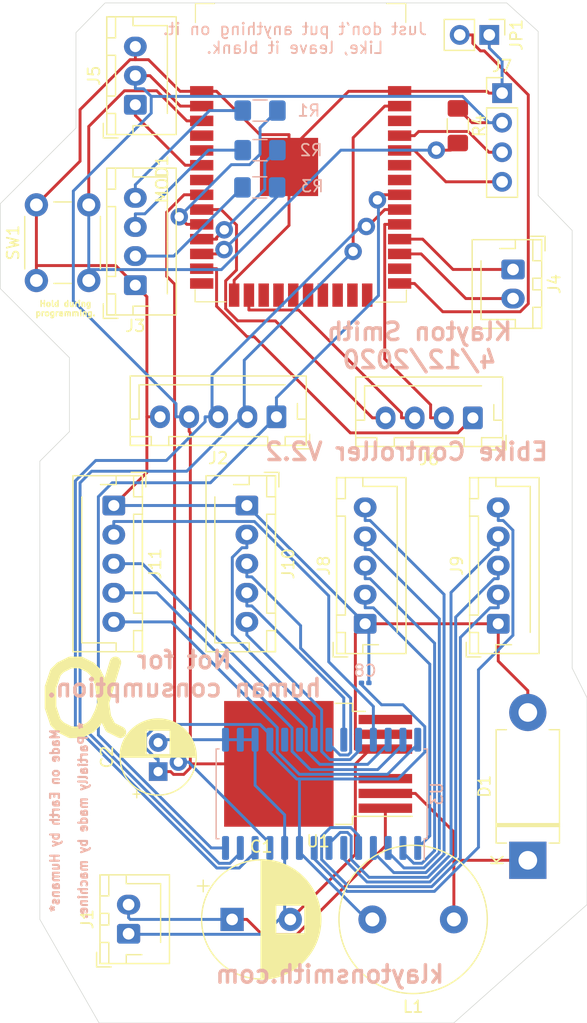
<source format=kicad_pcb>
(kicad_pcb (version 20171130) (host pcbnew "(5.1.5)-3")

  (general
    (thickness 1.6)
    (drawings 27)
    (tracks 408)
    (zones 0)
    (modules 25)
    (nets 60)
  )

  (page A4)
  (layers
    (0 F.Cu signal)
    (31 B.Cu signal)
    (32 B.Adhes user hide)
    (33 F.Adhes user hide)
    (34 B.Paste user hide)
    (35 F.Paste user hide)
    (36 B.SilkS user)
    (37 F.SilkS user hide)
    (38 B.Mask user hide)
    (39 F.Mask user hide)
    (40 Dwgs.User user hide)
    (41 Cmts.User user hide)
    (42 Eco1.User user hide)
    (43 Eco2.User user hide)
    (44 Edge.Cuts user)
    (45 Margin user hide)
    (46 B.CrtYd user hide)
    (47 F.CrtYd user hide)
    (48 B.Fab user hide)
    (49 F.Fab user hide)
  )

  (setup
    (last_trace_width 0.25)
    (trace_clearance 0.1524)
    (zone_clearance 0.508)
    (zone_45_only no)
    (trace_min 0.2)
    (via_size 1.5)
    (via_drill 0.8)
    (via_min_size 0.8)
    (via_min_drill 0.3)
    (uvia_size 0.3)
    (uvia_drill 0.1)
    (uvias_allowed no)
    (uvia_min_size 0.2)
    (uvia_min_drill 0.1)
    (edge_width 0.05)
    (segment_width 0.2)
    (pcb_text_width 0.3)
    (pcb_text_size 1.5 1.5)
    (mod_edge_width 0.12)
    (mod_text_size 1 1)
    (mod_text_width 0.15)
    (pad_size 1.4 1.9)
    (pad_drill 0.8)
    (pad_to_mask_clearance 0.051)
    (solder_mask_min_width 0.25)
    (aux_axis_origin 0 0)
    (visible_elements 7FFFFFFF)
    (pcbplotparams
      (layerselection 0x010f0_ffffffff)
      (usegerberextensions false)
      (usegerberattributes false)
      (usegerberadvancedattributes false)
      (creategerberjobfile false)
      (excludeedgelayer false)
      (linewidth 0.100000)
      (plotframeref false)
      (viasonmask false)
      (mode 1)
      (useauxorigin false)
      (hpglpennumber 1)
      (hpglpenspeed 20)
      (hpglpendiameter 15.000000)
      (psnegative false)
      (psa4output false)
      (plotreference false)
      (plotvalue false)
      (plotinvisibletext false)
      (padsonsilk true)
      (subtractmaskfromsilk false)
      (outputformat 1)
      (mirror false)
      (drillshape 0)
      (scaleselection 1)
      (outputdirectory "./"))
  )

  (net 0 "")
  (net 1 GND)
  (net 2 /Power/VBat)
  (net 3 3v3)
  (net 4 "Net-(D1-Pad1)")
  (net 5 SCK)
  (net 6 MOSI)
  (net 7 MISO)
  (net 8 "Net-(J3-Pad4)")
  (net 9 "Net-(J3-Pad3)")
  (net 10 "Net-(J3-Pad2)")
  (net 11 /ESP32/UART_RX)
  (net 12 /ESP32/UART_TX)
  (net 13 /ESP32/Throttle)
  (net 14 /ESP32/ExtraCS3)
  (net 15 /ESP32/ExtraCS2)
  (net 16 /ESP32/ExtraCS1)
  (net 17 /ESP32/NFC_CS)
  (net 18 "Net-(J8-Pad5)")
  (net 19 "Net-(J8-Pad4)")
  (net 20 "Net-(J8-Pad3)")
  (net 21 "Net-(J8-Pad2)")
  (net 22 "Net-(J9-Pad5)")
  (net 23 "Net-(J9-Pad4)")
  (net 24 "Net-(J9-Pad3)")
  (net 25 "Net-(J9-Pad2)")
  (net 26 "Net-(J10-Pad5)")
  (net 27 "Net-(J10-Pad4)")
  (net 28 "Net-(J10-Pad3)")
  (net 29 "Net-(J10-Pad2)")
  (net 30 "Net-(J11-Pad5)")
  (net 31 "Net-(J11-Pad4)")
  (net 32 "Net-(J11-Pad3)")
  (net 33 "Net-(J11-Pad2)")
  (net 34 "Net-(MOD1-Pad26)")
  (net 35 "Net-(MOD1-Pad32)")
  (net 36 "Net-(MOD1-Pad33)")
  (net 37 "Net-(MOD1-Pad36)")
  (net 38 "Net-(MOD1-Pad14)")
  (net 39 "Net-(MOD1-Pad12)")
  (net 40 "Net-(MOD1-Pad11)")
  (net 41 "Net-(MOD1-Pad10)")
  (net 42 IOExpanderCS)
  (net 43 "Net-(MOD1-Pad7)")
  (net 44 "Net-(MOD1-Pad5)")
  (net 45 "Net-(MOD1-Pad4)")
  (net 46 "Net-(MOD1-Pad24)")
  (net 47 "Net-(MOD1-Pad23)")
  (net 48 "Net-(MOD1-Pad22)")
  (net 49 "Net-(MOD1-Pad21)")
  (net 50 "Net-(MOD1-Pad20)")
  (net 51 "Net-(MOD1-Pad19)")
  (net 52 "Net-(MOD1-Pad18)")
  (net 53 "Net-(MOD1-Pad17)")
  (net 54 "Net-(U3-Pad20)")
  (net 55 "Net-(U3-Pad19)")
  (net 56 /ESP32/BOOT)
  (net 57 /ESP32/RXD)
  (net 58 /ESP32/TXD)
  (net 59 "Net-(MOD1-Pad3)")

  (net_class Default "This is the default net class."
    (clearance 0.1524)
    (trace_width 0.25)
    (via_dia 1.5)
    (via_drill 0.8)
    (uvia_dia 0.3)
    (uvia_drill 0.1)
    (add_net /ESP32/BOOT)
    (add_net /ESP32/ExtraCS1)
    (add_net /ESP32/ExtraCS2)
    (add_net /ESP32/ExtraCS3)
    (add_net /ESP32/NFC_CS)
    (add_net /ESP32/RXD)
    (add_net /ESP32/TXD)
    (add_net /ESP32/Throttle)
    (add_net /ESP32/UART_RX)
    (add_net /ESP32/UART_TX)
    (add_net /Power/VBat)
    (add_net 3v3)
    (add_net GND)
    (add_net IOExpanderCS)
    (add_net MISO)
    (add_net MOSI)
    (add_net "Net-(D1-Pad1)")
    (add_net "Net-(J10-Pad2)")
    (add_net "Net-(J10-Pad3)")
    (add_net "Net-(J10-Pad4)")
    (add_net "Net-(J10-Pad5)")
    (add_net "Net-(J11-Pad2)")
    (add_net "Net-(J11-Pad3)")
    (add_net "Net-(J11-Pad4)")
    (add_net "Net-(J11-Pad5)")
    (add_net "Net-(J3-Pad2)")
    (add_net "Net-(J3-Pad3)")
    (add_net "Net-(J3-Pad4)")
    (add_net "Net-(J8-Pad2)")
    (add_net "Net-(J8-Pad3)")
    (add_net "Net-(J8-Pad4)")
    (add_net "Net-(J8-Pad5)")
    (add_net "Net-(J9-Pad2)")
    (add_net "Net-(J9-Pad3)")
    (add_net "Net-(J9-Pad4)")
    (add_net "Net-(J9-Pad5)")
    (add_net "Net-(MOD1-Pad10)")
    (add_net "Net-(MOD1-Pad11)")
    (add_net "Net-(MOD1-Pad12)")
    (add_net "Net-(MOD1-Pad14)")
    (add_net "Net-(MOD1-Pad17)")
    (add_net "Net-(MOD1-Pad18)")
    (add_net "Net-(MOD1-Pad19)")
    (add_net "Net-(MOD1-Pad20)")
    (add_net "Net-(MOD1-Pad21)")
    (add_net "Net-(MOD1-Pad22)")
    (add_net "Net-(MOD1-Pad23)")
    (add_net "Net-(MOD1-Pad24)")
    (add_net "Net-(MOD1-Pad26)")
    (add_net "Net-(MOD1-Pad3)")
    (add_net "Net-(MOD1-Pad32)")
    (add_net "Net-(MOD1-Pad33)")
    (add_net "Net-(MOD1-Pad36)")
    (add_net "Net-(MOD1-Pad4)")
    (add_net "Net-(MOD1-Pad5)")
    (add_net "Net-(MOD1-Pad7)")
    (add_net "Net-(U3-Pad19)")
    (add_net "Net-(U3-Pad20)")
    (add_net SCK)
  )

  (module Connector_PinHeader_2.54mm:PinHeader_1x04_P2.54mm_Vertical (layer F.Cu) (tedit 59FED5CC) (tstamp 5EB15825)
    (at 154 77.6)
    (descr "Through hole straight pin header, 1x04, 2.54mm pitch, single row")
    (tags "Through hole pin header THT 1x04 2.54mm single row")
    (path /5E5DA87F/5EB4447C)
    (fp_text reference J7 (at 0 -2.33) (layer F.SilkS)
      (effects (font (size 1 1) (thickness 0.15)))
    )
    (fp_text value 0022232041 (at 0 9.95) (layer F.Fab)
      (effects (font (size 1 1) (thickness 0.15)))
    )
    (fp_text user %R (at 0 3.81 90) (layer F.Fab)
      (effects (font (size 1 1) (thickness 0.15)))
    )
    (fp_line (start 1.8 -1.8) (end -1.8 -1.8) (layer F.CrtYd) (width 0.05))
    (fp_line (start 1.8 9.4) (end 1.8 -1.8) (layer F.CrtYd) (width 0.05))
    (fp_line (start -1.8 9.4) (end 1.8 9.4) (layer F.CrtYd) (width 0.05))
    (fp_line (start -1.8 -1.8) (end -1.8 9.4) (layer F.CrtYd) (width 0.05))
    (fp_line (start -1.33 -1.33) (end 0 -1.33) (layer F.SilkS) (width 0.12))
    (fp_line (start -1.33 0) (end -1.33 -1.33) (layer F.SilkS) (width 0.12))
    (fp_line (start -1.33 1.27) (end 1.33 1.27) (layer F.SilkS) (width 0.12))
    (fp_line (start 1.33 1.27) (end 1.33 8.95) (layer F.SilkS) (width 0.12))
    (fp_line (start -1.33 1.27) (end -1.33 8.95) (layer F.SilkS) (width 0.12))
    (fp_line (start -1.33 8.95) (end 1.33 8.95) (layer F.SilkS) (width 0.12))
    (fp_line (start -1.27 -0.635) (end -0.635 -1.27) (layer F.Fab) (width 0.1))
    (fp_line (start -1.27 8.89) (end -1.27 -0.635) (layer F.Fab) (width 0.1))
    (fp_line (start 1.27 8.89) (end -1.27 8.89) (layer F.Fab) (width 0.1))
    (fp_line (start 1.27 -1.27) (end 1.27 8.89) (layer F.Fab) (width 0.1))
    (fp_line (start -0.635 -1.27) (end 1.27 -1.27) (layer F.Fab) (width 0.1))
    (pad 4 thru_hole oval (at 0 7.62) (size 1.7 1.7) (drill 1) (layers *.Cu *.Mask)
      (net 57 /ESP32/RXD))
    (pad 3 thru_hole oval (at 0 5.08) (size 1.7 1.7) (drill 1) (layers *.Cu *.Mask)
      (net 58 /ESP32/TXD))
    (pad 2 thru_hole oval (at 0 2.54) (size 1.7 1.7) (drill 1) (layers *.Cu *.Mask)
      (net 3 3v3))
    (pad 1 thru_hole rect (at 0 0) (size 1.7 1.7) (drill 1) (layers *.Cu *.Mask)
      (net 1 GND))
    (model ${KISYS3DMOD}/Connector_PinHeader_2.54mm.3dshapes/PinHeader_1x04_P2.54mm_Vertical.wrl
      (at (xyz 0 0 0))
      (scale (xyz 1 1 1))
      (rotate (xyz 0 0 0))
    )
  )

  (module Package_TO_SOT_SMD:TO-263-6 (layer F.Cu) (tedit 5A70FBCD) (tstamp 5E6AEA99)
    (at 138.2 135.225 180)
    (descr "TO-263 / D2PAK / DDPAK SMD package, http://www.infineon.com/cms/en/product/packages/PG-TO263/PG-TO263-7-1/")
    (tags "D2PAK DDPAK TO-263 D2PAK-7 TO-263-7 SOT-427")
    (path /5E5DA818/5E5DD11F)
    (attr smd)
    (fp_text reference U1 (at 0 -6.65) (layer F.SilkS)
      (effects (font (size 1 1) (thickness 0.15)))
    )
    (fp_text value TL2575HV-33IKTTR (at 0 6.65) (layer F.Fab)
      (effects (font (size 1 1) (thickness 0.15)))
    )
    (fp_text user %R (at 0 0) (layer F.Fab)
      (effects (font (size 1 1) (thickness 0.15)))
    )
    (fp_line (start 8.32 -5.65) (end -8.32 -5.65) (layer F.CrtYd) (width 0.05))
    (fp_line (start 8.32 5.65) (end 8.32 -5.65) (layer F.CrtYd) (width 0.05))
    (fp_line (start -8.32 5.65) (end 8.32 5.65) (layer F.CrtYd) (width 0.05))
    (fp_line (start -8.32 -5.65) (end -8.32 5.65) (layer F.CrtYd) (width 0.05))
    (fp_line (start -2.95 4.51) (end -4.05 4.51) (layer F.SilkS) (width 0.12))
    (fp_line (start -2.95 5.2) (end -2.95 4.51) (layer F.SilkS) (width 0.12))
    (fp_line (start -1.45 5.2) (end -2.95 5.2) (layer F.SilkS) (width 0.12))
    (fp_line (start -2.95 -4.51) (end -8.075 -4.51) (layer F.SilkS) (width 0.12))
    (fp_line (start -2.95 -5.2) (end -2.95 -4.51) (layer F.SilkS) (width 0.12))
    (fp_line (start -1.45 -5.2) (end -2.95 -5.2) (layer F.SilkS) (width 0.12))
    (fp_line (start -7.45 4.11) (end -2.75 4.11) (layer F.Fab) (width 0.1))
    (fp_line (start -7.45 3.51) (end -7.45 4.11) (layer F.Fab) (width 0.1))
    (fp_line (start -2.75 3.51) (end -7.45 3.51) (layer F.Fab) (width 0.1))
    (fp_line (start -7.45 2.84) (end -2.75 2.84) (layer F.Fab) (width 0.1))
    (fp_line (start -7.45 2.24) (end -7.45 2.84) (layer F.Fab) (width 0.1))
    (fp_line (start -2.75 2.24) (end -7.45 2.24) (layer F.Fab) (width 0.1))
    (fp_line (start -7.45 1.57) (end -2.75 1.57) (layer F.Fab) (width 0.1))
    (fp_line (start -7.45 0.97) (end -7.45 1.57) (layer F.Fab) (width 0.1))
    (fp_line (start -2.75 0.97) (end -7.45 0.97) (layer F.Fab) (width 0.1))
    (fp_line (start -7.45 -0.97) (end -2.75 -0.97) (layer F.Fab) (width 0.1))
    (fp_line (start -7.45 -1.57) (end -7.45 -0.97) (layer F.Fab) (width 0.1))
    (fp_line (start -2.75 -1.57) (end -7.45 -1.57) (layer F.Fab) (width 0.1))
    (fp_line (start -7.45 -2.24) (end -2.75 -2.24) (layer F.Fab) (width 0.1))
    (fp_line (start -7.45 -2.84) (end -7.45 -2.24) (layer F.Fab) (width 0.1))
    (fp_line (start -2.75 -2.84) (end -7.45 -2.84) (layer F.Fab) (width 0.1))
    (fp_line (start -7.45 -3.51) (end -2.75 -3.51) (layer F.Fab) (width 0.1))
    (fp_line (start -7.45 -4.11) (end -7.45 -3.51) (layer F.Fab) (width 0.1))
    (fp_line (start -2.64 -4.11) (end -7.45 -4.11) (layer F.Fab) (width 0.1))
    (fp_line (start -1.75 -5) (end 6.5 -5) (layer F.Fab) (width 0.1))
    (fp_line (start -2.75 -4) (end -1.75 -5) (layer F.Fab) (width 0.1))
    (fp_line (start -2.75 5) (end -2.75 -4) (layer F.Fab) (width 0.1))
    (fp_line (start 6.5 5) (end -2.75 5) (layer F.Fab) (width 0.1))
    (fp_line (start 6.5 -5) (end 6.5 5) (layer F.Fab) (width 0.1))
    (fp_line (start 7.5 5) (end 6.5 5) (layer F.Fab) (width 0.1))
    (fp_line (start 7.5 -5) (end 7.5 5) (layer F.Fab) (width 0.1))
    (fp_line (start 6.5 -5) (end 7.5 -5) (layer F.Fab) (width 0.1))
    (pad "" smd rect (at 0.95 2.775 180) (size 4.55 5.25) (layers F.Paste))
    (pad "" smd rect (at 5.8 -2.775 180) (size 4.55 5.25) (layers F.Paste))
    (pad "" smd rect (at 0.95 -2.775 180) (size 4.55 5.25) (layers F.Paste))
    (pad "" smd rect (at 5.8 2.775 180) (size 4.55 5.25) (layers F.Paste))
    (pad 4 smd rect (at 3.375 0 180) (size 9.4 10.8) (layers F.Cu F.Mask)
      (net 3 3v3))
    (pad 7 smd rect (at -5.775 3.81 180) (size 4.6 0.8) (layers F.Cu F.Paste F.Mask))
    (pad 6 smd rect (at -5.775 2.54 180) (size 4.6 0.8) (layers F.Cu F.Paste F.Mask)
      (net 1 GND))
    (pad 5 smd rect (at -5.775 1.27 180) (size 4.6 0.8) (layers F.Cu F.Paste F.Mask)
      (net 1 GND))
    (pad 3 smd rect (at -5.775 -1.27 180) (size 4.6 0.8) (layers F.Cu F.Paste F.Mask)
      (net 1 GND))
    (pad 2 smd rect (at -5.775 -2.54 180) (size 4.6 0.8) (layers F.Cu F.Paste F.Mask)
      (net 4 "Net-(D1-Pad1)"))
    (pad 1 smd rect (at -5.775 -3.81 180) (size 4.6 0.8) (layers F.Cu F.Paste F.Mask)
      (net 2 /Power/VBat))
    (model ${KISYS3DMOD}/Package_TO_SOT_SMD.3dshapes/TO-263-6.wrl
      (at (xyz 0 0 0))
      (scale (xyz 1 1 1))
      (rotate (xyz 0 0 0))
    )
  )

  (module Resistor_SMD:R_1206_3216Metric_Pad1.42x1.75mm_HandSolder (layer F.Cu) (tedit 5B301BBD) (tstamp 5EB14942)
    (at 150.2 80.4 270)
    (descr "Resistor SMD 1206 (3216 Metric), square (rectangular) end terminal, IPC_7351 nominal with elongated pad for handsoldering. (Body size source: http://www.tortai-tech.com/upload/download/2011102023233369053.pdf), generated with kicad-footprint-generator")
    (tags "resistor handsolder")
    (path /5E5DA87F/5EB2C629)
    (attr smd)
    (fp_text reference R4 (at 0 -1.82 90) (layer F.SilkS)
      (effects (font (size 1 1) (thickness 0.15)))
    )
    (fp_text value 10k (at 0 1.82 90) (layer F.Fab)
      (effects (font (size 1 1) (thickness 0.15)))
    )
    (fp_text user %R (at 0 0 90) (layer F.Fab)
      (effects (font (size 0.8 0.8) (thickness 0.12)))
    )
    (fp_line (start 2.45 1.12) (end -2.45 1.12) (layer F.CrtYd) (width 0.05))
    (fp_line (start 2.45 -1.12) (end 2.45 1.12) (layer F.CrtYd) (width 0.05))
    (fp_line (start -2.45 -1.12) (end 2.45 -1.12) (layer F.CrtYd) (width 0.05))
    (fp_line (start -2.45 1.12) (end -2.45 -1.12) (layer F.CrtYd) (width 0.05))
    (fp_line (start -0.602064 0.91) (end 0.602064 0.91) (layer F.SilkS) (width 0.12))
    (fp_line (start -0.602064 -0.91) (end 0.602064 -0.91) (layer F.SilkS) (width 0.12))
    (fp_line (start 1.6 0.8) (end -1.6 0.8) (layer F.Fab) (width 0.1))
    (fp_line (start 1.6 -0.8) (end 1.6 0.8) (layer F.Fab) (width 0.1))
    (fp_line (start -1.6 -0.8) (end 1.6 -0.8) (layer F.Fab) (width 0.1))
    (fp_line (start -1.6 0.8) (end -1.6 -0.8) (layer F.Fab) (width 0.1))
    (pad 2 smd roundrect (at 1.4875 0 270) (size 1.425 1.75) (layers F.Cu F.Paste F.Mask) (roundrect_rratio 0.175439)
      (net 59 "Net-(MOD1-Pad3)"))
    (pad 1 smd roundrect (at -1.4875 0 270) (size 1.425 1.75) (layers F.Cu F.Paste F.Mask) (roundrect_rratio 0.175439)
      (net 3 3v3))
    (model ${KISYS3DMOD}/Resistor_SMD.3dshapes/R_1206_3216Metric.wrl
      (at (xyz 0 0 0))
      (scale (xyz 1 1 1))
      (rotate (xyz 0 0 0))
    )
  )

  (module Connector_PinHeader_2.54mm:PinHeader_1x02_P2.54mm_Vertical (layer F.Cu) (tedit 59FED5CC) (tstamp 5EB14849)
    (at 152.9 72.6 270)
    (descr "Through hole straight pin header, 1x02, 2.54mm pitch, single row")
    (tags "Through hole pin header THT 1x02 2.54mm single row")
    (path /5E5DA87F/5EB35BA4)
    (fp_text reference JP1 (at 0 -2.33 90) (layer F.SilkS)
      (effects (font (size 1 1) (thickness 0.15)))
    )
    (fp_text value Jumper_NO_Small (at 0 4.87 90) (layer F.Fab)
      (effects (font (size 1 1) (thickness 0.15)))
    )
    (fp_text user %R (at 0 1.27) (layer F.Fab)
      (effects (font (size 1 1) (thickness 0.15)))
    )
    (fp_line (start 1.8 -1.8) (end -1.8 -1.8) (layer F.CrtYd) (width 0.05))
    (fp_line (start 1.8 4.35) (end 1.8 -1.8) (layer F.CrtYd) (width 0.05))
    (fp_line (start -1.8 4.35) (end 1.8 4.35) (layer F.CrtYd) (width 0.05))
    (fp_line (start -1.8 -1.8) (end -1.8 4.35) (layer F.CrtYd) (width 0.05))
    (fp_line (start -1.33 -1.33) (end 0 -1.33) (layer F.SilkS) (width 0.12))
    (fp_line (start -1.33 0) (end -1.33 -1.33) (layer F.SilkS) (width 0.12))
    (fp_line (start -1.33 1.27) (end 1.33 1.27) (layer F.SilkS) (width 0.12))
    (fp_line (start 1.33 1.27) (end 1.33 3.87) (layer F.SilkS) (width 0.12))
    (fp_line (start -1.33 1.27) (end -1.33 3.87) (layer F.SilkS) (width 0.12))
    (fp_line (start -1.33 3.87) (end 1.33 3.87) (layer F.SilkS) (width 0.12))
    (fp_line (start -1.27 -0.635) (end -0.635 -1.27) (layer F.Fab) (width 0.1))
    (fp_line (start -1.27 3.81) (end -1.27 -0.635) (layer F.Fab) (width 0.1))
    (fp_line (start 1.27 3.81) (end -1.27 3.81) (layer F.Fab) (width 0.1))
    (fp_line (start 1.27 -1.27) (end 1.27 3.81) (layer F.Fab) (width 0.1))
    (fp_line (start -0.635 -1.27) (end 1.27 -1.27) (layer F.Fab) (width 0.1))
    (pad 2 thru_hole oval (at 0 2.54 270) (size 1.7 1.7) (drill 1) (layers *.Cu *.Mask)
      (net 56 /ESP32/BOOT))
    (pad 1 thru_hole rect (at 0 0 270) (size 1.7 1.7) (drill 1) (layers *.Cu *.Mask)
      (net 1 GND))
    (model ${KISYS3DMOD}/Connector_PinHeader_2.54mm.3dshapes/PinHeader_1x02_P2.54mm_Vertical.wrl
      (at (xyz 0 0 0))
      (scale (xyz 1 1 1))
      (rotate (xyz 0 0 0))
    )
  )

  (module Button_Switch_THT:SW_PUSH_6mm (layer F.Cu) (tedit 5A02FE31) (tstamp 5E938FEA)
    (at 114 93.7 90)
    (descr https://www.omron.com/ecb/products/pdf/en-b3f.pdf)
    (tags "tact sw push 6mm")
    (path /5E5DA87F/5E94724B)
    (fp_text reference SW1 (at 3.25 -2 90) (layer F.SilkS)
      (effects (font (size 1 1) (thickness 0.15)))
    )
    (fp_text value SW_Push (at 3.75 6.7 90) (layer F.Fab)
      (effects (font (size 1 1) (thickness 0.15)))
    )
    (fp_circle (center 3.25 2.25) (end 1.25 2.5) (layer F.Fab) (width 0.1))
    (fp_line (start 6.75 3) (end 6.75 1.5) (layer F.SilkS) (width 0.12))
    (fp_line (start 5.5 -1) (end 1 -1) (layer F.SilkS) (width 0.12))
    (fp_line (start -0.25 1.5) (end -0.25 3) (layer F.SilkS) (width 0.12))
    (fp_line (start 1 5.5) (end 5.5 5.5) (layer F.SilkS) (width 0.12))
    (fp_line (start 8 -1.25) (end 8 5.75) (layer F.CrtYd) (width 0.05))
    (fp_line (start 7.75 6) (end -1.25 6) (layer F.CrtYd) (width 0.05))
    (fp_line (start -1.5 5.75) (end -1.5 -1.25) (layer F.CrtYd) (width 0.05))
    (fp_line (start -1.25 -1.5) (end 7.75 -1.5) (layer F.CrtYd) (width 0.05))
    (fp_line (start -1.5 6) (end -1.25 6) (layer F.CrtYd) (width 0.05))
    (fp_line (start -1.5 5.75) (end -1.5 6) (layer F.CrtYd) (width 0.05))
    (fp_line (start -1.5 -1.5) (end -1.25 -1.5) (layer F.CrtYd) (width 0.05))
    (fp_line (start -1.5 -1.25) (end -1.5 -1.5) (layer F.CrtYd) (width 0.05))
    (fp_line (start 8 -1.5) (end 8 -1.25) (layer F.CrtYd) (width 0.05))
    (fp_line (start 7.75 -1.5) (end 8 -1.5) (layer F.CrtYd) (width 0.05))
    (fp_line (start 8 6) (end 8 5.75) (layer F.CrtYd) (width 0.05))
    (fp_line (start 7.75 6) (end 8 6) (layer F.CrtYd) (width 0.05))
    (fp_line (start 0.25 -0.75) (end 3.25 -0.75) (layer F.Fab) (width 0.1))
    (fp_line (start 0.25 5.25) (end 0.25 -0.75) (layer F.Fab) (width 0.1))
    (fp_line (start 6.25 5.25) (end 0.25 5.25) (layer F.Fab) (width 0.1))
    (fp_line (start 6.25 -0.75) (end 6.25 5.25) (layer F.Fab) (width 0.1))
    (fp_line (start 3.25 -0.75) (end 6.25 -0.75) (layer F.Fab) (width 0.1))
    (fp_text user %R (at 3.25 2.25 90) (layer F.Fab)
      (effects (font (size 1 1) (thickness 0.15)))
    )
    (pad 1 thru_hole circle (at 6.5 0 180) (size 2 2) (drill 1.1) (layers *.Cu *.Mask)
      (net 1 GND))
    (pad 2 thru_hole circle (at 6.5 4.5 180) (size 2 2) (drill 1.1) (layers *.Cu *.Mask)
      (net 59 "Net-(MOD1-Pad3)"))
    (pad 1 thru_hole circle (at 0 0 180) (size 2 2) (drill 1.1) (layers *.Cu *.Mask)
      (net 1 GND))
    (pad 2 thru_hole circle (at 0 4.5 180) (size 2 2) (drill 1.1) (layers *.Cu *.Mask)
      (net 59 "Net-(MOD1-Pad3)"))
    (model ${KISYS3DMOD}/Button_Switch_THT.3dshapes/SW_PUSH_6mm.wrl
      (at (xyz 0 0 0))
      (scale (xyz 1 1 1))
      (rotate (xyz 0 0 0))
    )
  )

  (module Package_SO:SOIC-28W_7.5x17.9mm_P1.27mm (layer B.Cu) (tedit 5D9F72B1) (tstamp 5E6AB6B4)
    (at 138.5 137.8 90)
    (descr "SOIC, 28 Pin (JEDEC MS-013AE, https://www.analog.com/media/en/package-pcb-resources/package/35833120341221rw_28.pdf), generated with kicad-footprint-generator ipc_gullwing_generator.py")
    (tags "SOIC SO")
    (path /5E657BD7/5E658088)
    (attr smd)
    (fp_text reference U3 (at 0 9.9 90) (layer B.SilkS)
      (effects (font (size 1 1) (thickness 0.15)) (justify mirror))
    )
    (fp_text value MCP23S17_SO (at 0 -9.9 90) (layer B.Fab)
      (effects (font (size 1 1) (thickness 0.15)) (justify mirror))
    )
    (fp_text user %R (at 0 0 90) (layer B.Fab)
      (effects (font (size 1 1) (thickness 0.15)) (justify mirror))
    )
    (fp_line (start 5.93 9.2) (end -5.93 9.2) (layer B.CrtYd) (width 0.05))
    (fp_line (start 5.93 -9.2) (end 5.93 9.2) (layer B.CrtYd) (width 0.05))
    (fp_line (start -5.93 -9.2) (end 5.93 -9.2) (layer B.CrtYd) (width 0.05))
    (fp_line (start -5.93 9.2) (end -5.93 -9.2) (layer B.CrtYd) (width 0.05))
    (fp_line (start -3.75 7.95) (end -2.75 8.95) (layer B.Fab) (width 0.1))
    (fp_line (start -3.75 -8.95) (end -3.75 7.95) (layer B.Fab) (width 0.1))
    (fp_line (start 3.75 -8.95) (end -3.75 -8.95) (layer B.Fab) (width 0.1))
    (fp_line (start 3.75 8.95) (end 3.75 -8.95) (layer B.Fab) (width 0.1))
    (fp_line (start -2.75 8.95) (end 3.75 8.95) (layer B.Fab) (width 0.1))
    (fp_line (start -3.86 8.815) (end -5.675 8.815) (layer B.SilkS) (width 0.12))
    (fp_line (start -3.86 9.06) (end -3.86 8.815) (layer B.SilkS) (width 0.12))
    (fp_line (start 0 9.06) (end -3.86 9.06) (layer B.SilkS) (width 0.12))
    (fp_line (start 3.86 9.06) (end 3.86 8.815) (layer B.SilkS) (width 0.12))
    (fp_line (start 0 9.06) (end 3.86 9.06) (layer B.SilkS) (width 0.12))
    (fp_line (start -3.86 -9.06) (end -3.86 -8.815) (layer B.SilkS) (width 0.12))
    (fp_line (start 0 -9.06) (end -3.86 -9.06) (layer B.SilkS) (width 0.12))
    (fp_line (start 3.86 -9.06) (end 3.86 -8.815) (layer B.SilkS) (width 0.12))
    (fp_line (start 0 -9.06) (end 3.86 -9.06) (layer B.SilkS) (width 0.12))
    (pad 28 smd roundrect (at 4.65 8.255 90) (size 2.05 0.6) (layers B.Cu B.Paste B.Mask) (roundrect_rratio 0.25)
      (net 30 "Net-(J11-Pad5)"))
    (pad 27 smd roundrect (at 4.65 6.985 90) (size 2.05 0.6) (layers B.Cu B.Paste B.Mask) (roundrect_rratio 0.25)
      (net 31 "Net-(J11-Pad4)"))
    (pad 26 smd roundrect (at 4.65 5.715 90) (size 2.05 0.6) (layers B.Cu B.Paste B.Mask) (roundrect_rratio 0.25)
      (net 32 "Net-(J11-Pad3)"))
    (pad 25 smd roundrect (at 4.65 4.445 90) (size 2.05 0.6) (layers B.Cu B.Paste B.Mask) (roundrect_rratio 0.25)
      (net 33 "Net-(J11-Pad2)"))
    (pad 24 smd roundrect (at 4.65 3.175 90) (size 2.05 0.6) (layers B.Cu B.Paste B.Mask) (roundrect_rratio 0.25)
      (net 26 "Net-(J10-Pad5)"))
    (pad 23 smd roundrect (at 4.65 1.905 90) (size 2.05 0.6) (layers B.Cu B.Paste B.Mask) (roundrect_rratio 0.25)
      (net 27 "Net-(J10-Pad4)"))
    (pad 22 smd roundrect (at 4.65 0.635 90) (size 2.05 0.6) (layers B.Cu B.Paste B.Mask) (roundrect_rratio 0.25)
      (net 28 "Net-(J10-Pad3)"))
    (pad 21 smd roundrect (at 4.65 -0.635 90) (size 2.05 0.6) (layers B.Cu B.Paste B.Mask) (roundrect_rratio 0.25)
      (net 29 "Net-(J10-Pad2)"))
    (pad 20 smd roundrect (at 4.65 -1.905 90) (size 2.05 0.6) (layers B.Cu B.Paste B.Mask) (roundrect_rratio 0.25)
      (net 54 "Net-(U3-Pad20)"))
    (pad 19 smd roundrect (at 4.65 -3.175 90) (size 2.05 0.6) (layers B.Cu B.Paste B.Mask) (roundrect_rratio 0.25)
      (net 55 "Net-(U3-Pad19)"))
    (pad 18 smd roundrect (at 4.65 -4.445 90) (size 2.05 0.6) (layers B.Cu B.Paste B.Mask) (roundrect_rratio 0.25)
      (net 3 3v3))
    (pad 17 smd roundrect (at 4.65 -5.715 90) (size 2.05 0.6) (layers B.Cu B.Paste B.Mask) (roundrect_rratio 0.25)
      (net 1 GND))
    (pad 16 smd roundrect (at 4.65 -6.985 90) (size 2.05 0.6) (layers B.Cu B.Paste B.Mask) (roundrect_rratio 0.25)
      (net 1 GND))
    (pad 15 smd roundrect (at 4.65 -8.255 90) (size 2.05 0.6) (layers B.Cu B.Paste B.Mask) (roundrect_rratio 0.25)
      (net 1 GND))
    (pad 14 smd roundrect (at -4.65 -8.255 90) (size 2.05 0.6) (layers B.Cu B.Paste B.Mask) (roundrect_rratio 0.25)
      (net 7 MISO))
    (pad 13 smd roundrect (at -4.65 -6.985 90) (size 2.05 0.6) (layers B.Cu B.Paste B.Mask) (roundrect_rratio 0.25)
      (net 6 MOSI))
    (pad 12 smd roundrect (at -4.65 -5.715 90) (size 2.05 0.6) (layers B.Cu B.Paste B.Mask) (roundrect_rratio 0.25)
      (net 5 SCK))
    (pad 11 smd roundrect (at -4.65 -4.445 90) (size 2.05 0.6) (layers B.Cu B.Paste B.Mask) (roundrect_rratio 0.25)
      (net 42 IOExpanderCS))
    (pad 10 smd roundrect (at -4.65 -3.175 90) (size 2.05 0.6) (layers B.Cu B.Paste B.Mask) (roundrect_rratio 0.25)
      (net 1 GND))
    (pad 9 smd roundrect (at -4.65 -1.905 90) (size 2.05 0.6) (layers B.Cu B.Paste B.Mask) (roundrect_rratio 0.25)
      (net 3 3v3))
    (pad 8 smd roundrect (at -4.65 -0.635 90) (size 2.05 0.6) (layers B.Cu B.Paste B.Mask) (roundrect_rratio 0.25)
      (net 22 "Net-(J9-Pad5)"))
    (pad 7 smd roundrect (at -4.65 0.635 90) (size 2.05 0.6) (layers B.Cu B.Paste B.Mask) (roundrect_rratio 0.25)
      (net 23 "Net-(J9-Pad4)"))
    (pad 6 smd roundrect (at -4.65 1.905 90) (size 2.05 0.6) (layers B.Cu B.Paste B.Mask) (roundrect_rratio 0.25)
      (net 24 "Net-(J9-Pad3)"))
    (pad 5 smd roundrect (at -4.65 3.175 90) (size 2.05 0.6) (layers B.Cu B.Paste B.Mask) (roundrect_rratio 0.25)
      (net 25 "Net-(J9-Pad2)"))
    (pad 4 smd roundrect (at -4.65 4.445 90) (size 2.05 0.6) (layers B.Cu B.Paste B.Mask) (roundrect_rratio 0.25)
      (net 18 "Net-(J8-Pad5)"))
    (pad 3 smd roundrect (at -4.65 5.715 90) (size 2.05 0.6) (layers B.Cu B.Paste B.Mask) (roundrect_rratio 0.25)
      (net 19 "Net-(J8-Pad4)"))
    (pad 2 smd roundrect (at -4.65 6.985 90) (size 2.05 0.6) (layers B.Cu B.Paste B.Mask) (roundrect_rratio 0.25)
      (net 20 "Net-(J8-Pad3)"))
    (pad 1 smd roundrect (at -4.65 8.255 90) (size 2.05 0.6) (layers B.Cu B.Paste B.Mask) (roundrect_rratio 0.25)
      (net 21 "Net-(J8-Pad2)"))
    (model ${KISYS3DMOD}/Package_SO.3dshapes/SOIC-28W_7.5x17.9mm_P1.27mm.wrl
      (at (xyz 0 0 0))
      (scale (xyz 1 1 1))
      (rotate (xyz 0 0 0))
    )
  )

  (module Resistor_SMD:R_1206_3216Metric_Pad1.42x1.75mm_HandSolder (layer B.Cu) (tedit 5B301BBD) (tstamp 5E6AB5F0)
    (at 133.188 85.7 180)
    (descr "Resistor SMD 1206 (3216 Metric), square (rectangular) end terminal, IPC_7351 nominal with elongated pad for handsoldering. (Body size source: http://www.tortai-tech.com/upload/download/2011102023233369053.pdf), generated with kicad-footprint-generator")
    (tags "resistor handsolder")
    (path /5E5DA87F/5E67E09B)
    (attr smd)
    (fp_text reference R3 (at -4.512 0.1) (layer B.SilkS)
      (effects (font (size 1 1) (thickness 0.15)) (justify mirror))
    )
    (fp_text value 65 (at 0 -1.82) (layer B.Fab)
      (effects (font (size 1 1) (thickness 0.15)) (justify mirror))
    )
    (fp_text user %R (at 0 0) (layer B.Fab)
      (effects (font (size 0.8 0.8) (thickness 0.12)) (justify mirror))
    )
    (fp_line (start 2.45 -1.12) (end -2.45 -1.12) (layer B.CrtYd) (width 0.05))
    (fp_line (start 2.45 1.12) (end 2.45 -1.12) (layer B.CrtYd) (width 0.05))
    (fp_line (start -2.45 1.12) (end 2.45 1.12) (layer B.CrtYd) (width 0.05))
    (fp_line (start -2.45 -1.12) (end -2.45 1.12) (layer B.CrtYd) (width 0.05))
    (fp_line (start -0.602064 -0.91) (end 0.602064 -0.91) (layer B.SilkS) (width 0.12))
    (fp_line (start -0.602064 0.91) (end 0.602064 0.91) (layer B.SilkS) (width 0.12))
    (fp_line (start 1.6 -0.8) (end -1.6 -0.8) (layer B.Fab) (width 0.1))
    (fp_line (start 1.6 0.8) (end 1.6 -0.8) (layer B.Fab) (width 0.1))
    (fp_line (start -1.6 0.8) (end 1.6 0.8) (layer B.Fab) (width 0.1))
    (fp_line (start -1.6 -0.8) (end -1.6 0.8) (layer B.Fab) (width 0.1))
    (pad 2 smd roundrect (at 1.4875 0 180) (size 1.425 1.75) (layers B.Cu B.Paste B.Mask) (roundrect_rratio 0.175439)
      (net 10 "Net-(J3-Pad2)"))
    (pad 1 smd roundrect (at -1.4875 0 180) (size 1.425 1.75) (layers B.Cu B.Paste B.Mask) (roundrect_rratio 0.175439)
      (net 39 "Net-(MOD1-Pad12)"))
    (model ${KISYS3DMOD}/Resistor_SMD.3dshapes/R_1206_3216Metric.wrl
      (at (xyz 0 0 0))
      (scale (xyz 1 1 1))
      (rotate (xyz 0 0 0))
    )
  )

  (module Resistor_SMD:R_1206_3216Metric_Pad1.42x1.75mm_HandSolder (layer B.Cu) (tedit 5B301BBD) (tstamp 5E6AB5DF)
    (at 133.212 82.5 180)
    (descr "Resistor SMD 1206 (3216 Metric), square (rectangular) end terminal, IPC_7351 nominal with elongated pad for handsoldering. (Body size source: http://www.tortai-tech.com/upload/download/2011102023233369053.pdf), generated with kicad-footprint-generator")
    (tags "resistor handsolder")
    (path /5E5DA87F/5E681AA6)
    (attr smd)
    (fp_text reference R2 (at -4.388 0) (layer B.SilkS)
      (effects (font (size 1 1) (thickness 0.15)) (justify mirror))
    )
    (fp_text value 65 (at 0 -1.82) (layer B.Fab)
      (effects (font (size 1 1) (thickness 0.15)) (justify mirror))
    )
    (fp_text user %R (at 0 0) (layer B.Fab)
      (effects (font (size 0.8 0.8) (thickness 0.12)) (justify mirror))
    )
    (fp_line (start 2.45 -1.12) (end -2.45 -1.12) (layer B.CrtYd) (width 0.05))
    (fp_line (start 2.45 1.12) (end 2.45 -1.12) (layer B.CrtYd) (width 0.05))
    (fp_line (start -2.45 1.12) (end 2.45 1.12) (layer B.CrtYd) (width 0.05))
    (fp_line (start -2.45 -1.12) (end -2.45 1.12) (layer B.CrtYd) (width 0.05))
    (fp_line (start -0.602064 -0.91) (end 0.602064 -0.91) (layer B.SilkS) (width 0.12))
    (fp_line (start -0.602064 0.91) (end 0.602064 0.91) (layer B.SilkS) (width 0.12))
    (fp_line (start 1.6 -0.8) (end -1.6 -0.8) (layer B.Fab) (width 0.1))
    (fp_line (start 1.6 0.8) (end 1.6 -0.8) (layer B.Fab) (width 0.1))
    (fp_line (start -1.6 0.8) (end 1.6 0.8) (layer B.Fab) (width 0.1))
    (fp_line (start -1.6 -0.8) (end -1.6 0.8) (layer B.Fab) (width 0.1))
    (pad 2 smd roundrect (at 1.4875 0 180) (size 1.425 1.75) (layers B.Cu B.Paste B.Mask) (roundrect_rratio 0.175439)
      (net 9 "Net-(J3-Pad3)"))
    (pad 1 smd roundrect (at -1.4875 0 180) (size 1.425 1.75) (layers B.Cu B.Paste B.Mask) (roundrect_rratio 0.175439)
      (net 40 "Net-(MOD1-Pad11)"))
    (model ${KISYS3DMOD}/Resistor_SMD.3dshapes/R_1206_3216Metric.wrl
      (at (xyz 0 0 0))
      (scale (xyz 1 1 1))
      (rotate (xyz 0 0 0))
    )
  )

  (module Resistor_SMD:R_1206_3216Metric_Pad1.42x1.75mm_HandSolder (layer B.Cu) (tedit 5B301BBD) (tstamp 5E6AB5CE)
    (at 133.212 79.1 180)
    (descr "Resistor SMD 1206 (3216 Metric), square (rectangular) end terminal, IPC_7351 nominal with elongated pad for handsoldering. (Body size source: http://www.tortai-tech.com/upload/download/2011102023233369053.pdf), generated with kicad-footprint-generator")
    (tags "resistor handsolder")
    (path /5E5DA87F/5E682633)
    (attr smd)
    (fp_text reference R1 (at -4.188 0) (layer B.SilkS)
      (effects (font (size 1 1) (thickness 0.15)) (justify mirror))
    )
    (fp_text value 65 (at 0 -1.82) (layer B.Fab)
      (effects (font (size 1 1) (thickness 0.15)) (justify mirror))
    )
    (fp_text user %R (at 0 0) (layer B.Fab)
      (effects (font (size 0.8 0.8) (thickness 0.12)) (justify mirror))
    )
    (fp_line (start 2.45 -1.12) (end -2.45 -1.12) (layer B.CrtYd) (width 0.05))
    (fp_line (start 2.45 1.12) (end 2.45 -1.12) (layer B.CrtYd) (width 0.05))
    (fp_line (start -2.45 1.12) (end 2.45 1.12) (layer B.CrtYd) (width 0.05))
    (fp_line (start -2.45 -1.12) (end -2.45 1.12) (layer B.CrtYd) (width 0.05))
    (fp_line (start -0.602064 -0.91) (end 0.602064 -0.91) (layer B.SilkS) (width 0.12))
    (fp_line (start -0.602064 0.91) (end 0.602064 0.91) (layer B.SilkS) (width 0.12))
    (fp_line (start 1.6 -0.8) (end -1.6 -0.8) (layer B.Fab) (width 0.1))
    (fp_line (start 1.6 0.8) (end 1.6 -0.8) (layer B.Fab) (width 0.1))
    (fp_line (start -1.6 0.8) (end 1.6 0.8) (layer B.Fab) (width 0.1))
    (fp_line (start -1.6 -0.8) (end -1.6 0.8) (layer B.Fab) (width 0.1))
    (pad 2 smd roundrect (at 1.4875 0 180) (size 1.425 1.75) (layers B.Cu B.Paste B.Mask) (roundrect_rratio 0.175439)
      (net 8 "Net-(J3-Pad4)"))
    (pad 1 smd roundrect (at -1.4875 0 180) (size 1.425 1.75) (layers B.Cu B.Paste B.Mask) (roundrect_rratio 0.175439)
      (net 41 "Net-(MOD1-Pad10)"))
    (model ${KISYS3DMOD}/Resistor_SMD.3dshapes/R_1206_3216Metric.wrl
      (at (xyz 0 0 0))
      (scale (xyz 1 1 1))
      (rotate (xyz 0 0 0))
    )
  )

  (module digikey-footprints:ESP32-WROOM-32D (layer F.Cu) (tedit 5D288F29) (tstamp 5E6AB5BD)
    (at 136.7 85.7)
    (path /5E5DA87F/5E5EAEA2)
    (attr smd)
    (fp_text reference MOD1 (at -11.9 -0.7 90) (layer F.SilkS)
      (effects (font (size 1 1) (thickness 0.15)))
    )
    (fp_text value ESP32-WROOM-32 (at 0 11.88) (layer F.Fab)
      (effects (font (size 1 1) (thickness 0.15)))
    )
    (fp_line (start 9 -15.748) (end 9 9.755) (layer F.Fab) (width 0.1))
    (fp_line (start -9 -15.745) (end 9 -15.745) (layer F.Fab) (width 0.1))
    (fp_line (start -9 -15.748) (end -9 9.755) (layer F.Fab) (width 0.1))
    (fp_line (start -9 9.755) (end 9 9.755) (layer F.Fab) (width 0.1))
    (fp_line (start -9.07 9.83) (end -6.42 9.83) (layer F.SilkS) (width 0.1))
    (fp_line (start -9.07 8.78) (end -9.07 9.83) (layer F.SilkS) (width 0.1))
    (fp_line (start 9.08 9.85) (end 6.38 9.85) (layer F.SilkS) (width 0.1))
    (fp_line (start 9.08 8.81) (end 9.08 9.85) (layer F.SilkS) (width 0.1))
    (fp_line (start -9.04 -15.79) (end -7.41 -15.79) (layer F.SilkS) (width 0.1))
    (fp_line (start -9.04 -14.16) (end -9.04 -15.79) (layer F.SilkS) (width 0.1))
    (fp_line (start 9.03 -15.79) (end 7.39 -15.79) (layer F.SilkS) (width 0.1))
    (fp_line (start 9.03 -14.17) (end 9.03 -15.79) (layer F.SilkS) (width 0.1))
    (fp_text user REF** (at 0.01 -5.37) (layer F.Fab)
      (effects (font (size 1 1) (thickness 0.15)))
    )
    (fp_line (start 9.74 -16.04) (end -9.74 -16.04) (layer F.CrtYd) (width 0.1))
    (fp_line (start -9.77 -16.04) (end -9.77 10.47) (layer F.CrtYd) (width 0.1))
    (fp_line (start -9.77 10.47) (end 9.73 10.46) (layer F.CrtYd) (width 0.1))
    (fp_line (start 9.74 10.46) (end 9.74 -16.02) (layer F.CrtYd) (width 0.1))
    (pad 39 smd rect (at -1 -1.755) (size 5 5) (layers F.Cu F.Paste F.Mask)
      (net 1 GND))
    (pad 25 smd rect (at 8.5 8.255) (size 2 0.9) (layers F.Cu F.Paste F.Mask)
      (net 56 /ESP32/BOOT))
    (pad 26 smd rect (at 8.5 6.985) (size 2 0.9) (layers F.Cu F.Paste F.Mask)
      (net 34 "Net-(MOD1-Pad26)"))
    (pad 27 smd rect (at 8.5 5.715) (size 2 0.9) (layers F.Cu F.Paste F.Mask)
      (net 11 /ESP32/UART_RX))
    (pad 28 smd rect (at 8.5 4.445) (size 2 0.9) (layers F.Cu F.Paste F.Mask)
      (net 12 /ESP32/UART_TX))
    (pad 29 smd rect (at 8.5 3.175) (size 2 0.9) (layers F.Cu F.Paste F.Mask)
      (net 16 /ESP32/ExtraCS1))
    (pad 30 smd rect (at 8.5 1.905) (size 2 0.9) (layers F.Cu F.Paste F.Mask)
      (net 5 SCK))
    (pad 31 smd rect (at 8.5 0.635) (size 2 0.9) (layers F.Cu F.Paste F.Mask)
      (net 7 MISO))
    (pad 32 smd rect (at 8.5 -0.635) (size 2 0.9) (layers F.Cu F.Paste F.Mask)
      (net 35 "Net-(MOD1-Pad32)"))
    (pad 33 smd rect (at 8.5 -1.905) (size 2 0.9) (layers F.Cu F.Paste F.Mask)
      (net 36 "Net-(MOD1-Pad33)"))
    (pad 34 smd rect (at 8.5 -3.175) (size 2 0.9) (layers F.Cu F.Paste F.Mask)
      (net 57 /ESP32/RXD))
    (pad 35 smd rect (at 8.5 -4.445) (size 2 0.9) (layers F.Cu F.Paste F.Mask)
      (net 58 /ESP32/TXD))
    (pad 36 smd rect (at 8.5 -5.715) (size 2 0.9) (layers F.Cu F.Paste F.Mask)
      (net 37 "Net-(MOD1-Pad36)"))
    (pad 37 smd rect (at 8.5 -6.985) (size 2 0.9) (layers F.Cu F.Paste F.Mask)
      (net 6 MOSI))
    (pad 38 smd rect (at 8.5 -8.255) (size 2 0.9) (layers F.Cu F.Paste F.Mask)
      (net 1 GND))
    (pad 14 smd rect (at -8.5 8.255) (size 2 0.9) (layers F.Cu F.Paste F.Mask)
      (net 38 "Net-(MOD1-Pad14)"))
    (pad 13 smd rect (at -8.5 6.985) (size 2 0.9) (layers F.Cu F.Paste F.Mask)
      (net 17 /ESP32/NFC_CS))
    (pad 12 smd rect (at -8.5 5.715) (size 2 0.9) (layers F.Cu F.Paste F.Mask)
      (net 39 "Net-(MOD1-Pad12)"))
    (pad 11 smd rect (at -8.5 4.445) (size 2 0.9) (layers F.Cu F.Paste F.Mask)
      (net 40 "Net-(MOD1-Pad11)"))
    (pad 10 smd rect (at -8.5 3.175) (size 2 0.9) (layers F.Cu F.Paste F.Mask)
      (net 41 "Net-(MOD1-Pad10)"))
    (pad 9 smd rect (at -8.5 1.905) (size 2 0.9) (layers F.Cu F.Paste F.Mask)
      (net 14 /ESP32/ExtraCS3))
    (pad 8 smd rect (at -8.5 0.635) (size 2 0.9) (layers F.Cu F.Paste F.Mask)
      (net 42 IOExpanderCS))
    (pad 7 smd rect (at -8.5 -0.635) (size 2 0.9) (layers F.Cu F.Paste F.Mask)
      (net 43 "Net-(MOD1-Pad7)"))
    (pad 6 smd rect (at -8.5 -1.905) (size 2 0.9) (layers F.Cu F.Paste F.Mask)
      (net 13 /ESP32/Throttle))
    (pad 5 smd rect (at -8.5 -3.175) (size 2 0.9) (layers F.Cu F.Paste F.Mask)
      (net 44 "Net-(MOD1-Pad5)"))
    (pad 4 smd rect (at -8.5 -4.445) (size 2 0.9) (layers F.Cu F.Paste F.Mask)
      (net 45 "Net-(MOD1-Pad4)"))
    (pad 3 smd rect (at -8.5 -5.715) (size 2 0.9) (layers F.Cu F.Paste F.Mask)
      (net 59 "Net-(MOD1-Pad3)"))
    (pad 2 smd rect (at -8.5 -6.985) (size 2 0.9) (layers F.Cu F.Paste F.Mask)
      (net 3 3v3))
    (pad 24 smd rect (at 5.715 9.255 90) (size 2 0.9) (layers F.Cu F.Paste F.Mask)
      (net 46 "Net-(MOD1-Pad24)"))
    (pad 23 smd rect (at 4.445 9.255 90) (size 2 0.9) (layers F.Cu F.Paste F.Mask)
      (net 47 "Net-(MOD1-Pad23)"))
    (pad 22 smd rect (at 3.175 9.255 90) (size 2 0.9) (layers F.Cu F.Paste F.Mask)
      (net 48 "Net-(MOD1-Pad22)"))
    (pad 21 smd rect (at 1.905 9.255 90) (size 2 0.9) (layers F.Cu F.Paste F.Mask)
      (net 49 "Net-(MOD1-Pad21)"))
    (pad 20 smd rect (at 0.635 9.255 90) (size 2 0.9) (layers F.Cu F.Paste F.Mask)
      (net 50 "Net-(MOD1-Pad20)"))
    (pad 19 smd rect (at -0.635 9.255 90) (size 2 0.9) (layers F.Cu F.Paste F.Mask)
      (net 51 "Net-(MOD1-Pad19)"))
    (pad 18 smd rect (at -1.905 9.255 90) (size 2 0.9) (layers F.Cu F.Paste F.Mask)
      (net 52 "Net-(MOD1-Pad18)"))
    (pad 17 smd rect (at -3.175 9.255 90) (size 2 0.9) (layers F.Cu F.Paste F.Mask)
      (net 53 "Net-(MOD1-Pad17)"))
    (pad 16 smd rect (at -4.445 9.255 90) (size 2 0.9) (layers F.Cu F.Paste F.Mask)
      (net 15 /ESP32/ExtraCS2))
    (pad 15 smd rect (at -5.715 9.255 90) (size 2 0.9) (layers F.Cu F.Paste F.Mask)
      (net 1 GND))
    (pad 1 smd rect (at -8.5 -8.255) (size 2 0.9) (layers F.Cu F.Paste F.Mask)
      (net 1 GND))
  )

  (module Inductor_THT:L_Radial_D12.5mm_P7.00mm_Fastron_09HCP (layer F.Cu) (tedit 5AE59B06) (tstamp 5E6AB581)
    (at 149.86 148.59 180)
    (descr "Inductor, Radial series, Radial, pin pitch=7.00mm, , diameter=12.5mm, Fastron, 09HCP, http://cdn-reichelt.de/documents/datenblatt/B400/DS_09HCP.pdf")
    (tags "Inductor Radial series Radial pin pitch 7.00mm  diameter 12.5mm Fastron 09HCP")
    (path /5E5DA818/5E5E1A46)
    (fp_text reference L1 (at 3.5 -7.5) (layer F.SilkS)
      (effects (font (size 1 1) (thickness 0.15)))
    )
    (fp_text value "330 uH" (at 3.5 7.5) (layer F.Fab)
      (effects (font (size 1 1) (thickness 0.15)))
    )
    (fp_text user %R (at 3.5 0) (layer F.Fab)
      (effects (font (size 1 1) (thickness 0.15)))
    )
    (fp_circle (center 3.5 0) (end 10 0) (layer F.CrtYd) (width 0.05))
    (fp_circle (center 3.5 0) (end 9.87 0) (layer F.SilkS) (width 0.12))
    (fp_circle (center 3.5 0) (end 9.75 0) (layer F.Fab) (width 0.1))
    (pad 2 thru_hole circle (at 7 0 180) (size 2.4 2.4) (drill 1.2) (layers *.Cu *.Mask)
      (net 3 3v3))
    (pad 1 thru_hole circle (at 0 0 180) (size 2.4 2.4) (drill 1.2) (layers *.Cu *.Mask)
      (net 4 "Net-(D1-Pad1)"))
    (model ${KISYS3DMOD}/Inductor_THT.3dshapes/L_Radial_D12.5mm_P7.00mm_Fastron_09HCP.wrl
      (at (xyz 0 0 0))
      (scale (xyz 1 1 1))
      (rotate (xyz 0 0 0))
    )
  )

  (module Connector_JST:JST_XH_B5B-XH-AM_1x05_P2.50mm_Vertical (layer F.Cu) (tedit 5C28146E) (tstamp 5E6AB577)
    (at 120.65 113.03 270)
    (descr "JST XH series connector, B5B-XH-AM, with boss (http://www.jst-mfg.com/product/pdf/eng/eXH.pdf), generated with kicad-footprint-generator")
    (tags "connector JST XH vertical boss")
    (path /5E657BD7/5E6653C1)
    (fp_text reference J11 (at 5 -3.55 90) (layer F.SilkS)
      (effects (font (size 1 1) (thickness 0.15)))
    )
    (fp_text value Conn_01x05_Female (at 5 4.6 90) (layer F.Fab)
      (effects (font (size 1 1) (thickness 0.15)))
    )
    (fp_line (start -2.45 -2.35) (end -2.45 3.4) (layer F.Fab) (width 0.1))
    (fp_line (start -2.45 3.4) (end 12.45 3.4) (layer F.Fab) (width 0.1))
    (fp_line (start 12.45 3.4) (end 12.45 -2.35) (layer F.Fab) (width 0.1))
    (fp_line (start 12.45 -2.35) (end -2.45 -2.35) (layer F.Fab) (width 0.1))
    (fp_line (start -2.56 -2.46) (end -2.56 3.51) (layer F.SilkS) (width 0.12))
    (fp_line (start -2.56 3.51) (end 12.56 3.51) (layer F.SilkS) (width 0.12))
    (fp_line (start 12.56 3.51) (end 12.56 -2.46) (layer F.SilkS) (width 0.12))
    (fp_line (start 12.56 -2.46) (end -2.56 -2.46) (layer F.SilkS) (width 0.12))
    (fp_line (start -2.95 -2.85) (end -2.95 3.9) (layer F.CrtYd) (width 0.05))
    (fp_line (start -2.95 3.9) (end 12.95 3.9) (layer F.CrtYd) (width 0.05))
    (fp_line (start 12.95 3.9) (end 12.95 -2.85) (layer F.CrtYd) (width 0.05))
    (fp_line (start 12.95 -2.85) (end -2.95 -2.85) (layer F.CrtYd) (width 0.05))
    (fp_line (start -0.625 -2.35) (end 0 -1.35) (layer F.Fab) (width 0.1))
    (fp_line (start 0 -1.35) (end 0.625 -2.35) (layer F.Fab) (width 0.1))
    (fp_line (start 0.75 -2.45) (end 0.75 -1.7) (layer F.SilkS) (width 0.12))
    (fp_line (start 0.75 -1.7) (end 9.25 -1.7) (layer F.SilkS) (width 0.12))
    (fp_line (start 9.25 -1.7) (end 9.25 -2.45) (layer F.SilkS) (width 0.12))
    (fp_line (start 9.25 -2.45) (end 0.75 -2.45) (layer F.SilkS) (width 0.12))
    (fp_line (start -2.55 -2.45) (end -2.55 -1.7) (layer F.SilkS) (width 0.12))
    (fp_line (start -2.55 -1.7) (end -0.75 -1.7) (layer F.SilkS) (width 0.12))
    (fp_line (start -0.75 -1.7) (end -0.75 -2.45) (layer F.SilkS) (width 0.12))
    (fp_line (start -0.75 -2.45) (end -2.55 -2.45) (layer F.SilkS) (width 0.12))
    (fp_line (start 10.75 -2.45) (end 10.75 -1.7) (layer F.SilkS) (width 0.12))
    (fp_line (start 10.75 -1.7) (end 12.55 -1.7) (layer F.SilkS) (width 0.12))
    (fp_line (start 12.55 -1.7) (end 12.55 -2.45) (layer F.SilkS) (width 0.12))
    (fp_line (start 12.55 -2.45) (end 10.75 -2.45) (layer F.SilkS) (width 0.12))
    (fp_line (start -2.55 -0.2) (end -1.8 -0.2) (layer F.SilkS) (width 0.12))
    (fp_line (start -1.8 -0.2) (end -1.8 1.14) (layer F.SilkS) (width 0.12))
    (fp_line (start 5 2.75) (end -0.74 2.75) (layer F.SilkS) (width 0.12))
    (fp_line (start 12.55 -0.2) (end 11.8 -0.2) (layer F.SilkS) (width 0.12))
    (fp_line (start 11.8 -0.2) (end 11.8 2.75) (layer F.SilkS) (width 0.12))
    (fp_line (start 11.8 2.75) (end 5 2.75) (layer F.SilkS) (width 0.12))
    (fp_line (start -1.6 -2.75) (end -2.85 -2.75) (layer F.SilkS) (width 0.12))
    (fp_line (start -2.85 -2.75) (end -2.85 -1.5) (layer F.SilkS) (width 0.12))
    (fp_text user %R (at 5 2.7 90) (layer F.Fab)
      (effects (font (size 1 1) (thickness 0.15)))
    )
    (pad 1 thru_hole roundrect (at 0 0 270) (size 1.7 1.95) (drill 0.95) (layers *.Cu *.Mask) (roundrect_rratio 0.147059)
      (net 1 GND))
    (pad 2 thru_hole oval (at 2.5 0 270) (size 1.7 1.95) (drill 0.95) (layers *.Cu *.Mask)
      (net 33 "Net-(J11-Pad2)"))
    (pad 3 thru_hole oval (at 5 0 270) (size 1.7 1.95) (drill 0.95) (layers *.Cu *.Mask)
      (net 32 "Net-(J11-Pad3)"))
    (pad 4 thru_hole oval (at 7.5 0 270) (size 1.7 1.95) (drill 0.95) (layers *.Cu *.Mask)
      (net 31 "Net-(J11-Pad4)"))
    (pad 5 thru_hole oval (at 10 0 270) (size 1.7 1.95) (drill 0.95) (layers *.Cu *.Mask)
      (net 30 "Net-(J11-Pad5)"))
    (pad "" np_thru_hole circle (at -1.6 2 270) (size 1.2 1.2) (drill 1.2) (layers *.Cu *.Mask))
    (model ${KISYS3DMOD}/Connector_JST.3dshapes/JST_XH_B5B-XH-AM_1x05_P2.50mm_Vertical.wrl
      (at (xyz 0 0 0))
      (scale (xyz 1 1 1))
      (rotate (xyz 0 0 0))
    )
  )

  (module Connector_JST:JST_XH_B5B-XH-AM_1x05_P2.50mm_Vertical (layer F.Cu) (tedit 5C28146E) (tstamp 5E6AB54A)
    (at 132.08 113.03 270)
    (descr "JST XH series connector, B5B-XH-AM, with boss (http://www.jst-mfg.com/product/pdf/eng/eXH.pdf), generated with kicad-footprint-generator")
    (tags "connector JST XH vertical boss")
    (path /5E657BD7/5E663953)
    (fp_text reference J10 (at 5 -3.55 90) (layer F.SilkS)
      (effects (font (size 1 1) (thickness 0.15)))
    )
    (fp_text value Conn_01x05_Female (at 5 4.6 90) (layer F.Fab)
      (effects (font (size 1 1) (thickness 0.15)))
    )
    (fp_line (start -2.45 -2.35) (end -2.45 3.4) (layer F.Fab) (width 0.1))
    (fp_line (start -2.45 3.4) (end 12.45 3.4) (layer F.Fab) (width 0.1))
    (fp_line (start 12.45 3.4) (end 12.45 -2.35) (layer F.Fab) (width 0.1))
    (fp_line (start 12.45 -2.35) (end -2.45 -2.35) (layer F.Fab) (width 0.1))
    (fp_line (start -2.56 -2.46) (end -2.56 3.51) (layer F.SilkS) (width 0.12))
    (fp_line (start -2.56 3.51) (end 12.56 3.51) (layer F.SilkS) (width 0.12))
    (fp_line (start 12.56 3.51) (end 12.56 -2.46) (layer F.SilkS) (width 0.12))
    (fp_line (start 12.56 -2.46) (end -2.56 -2.46) (layer F.SilkS) (width 0.12))
    (fp_line (start -2.95 -2.85) (end -2.95 3.9) (layer F.CrtYd) (width 0.05))
    (fp_line (start -2.95 3.9) (end 12.95 3.9) (layer F.CrtYd) (width 0.05))
    (fp_line (start 12.95 3.9) (end 12.95 -2.85) (layer F.CrtYd) (width 0.05))
    (fp_line (start 12.95 -2.85) (end -2.95 -2.85) (layer F.CrtYd) (width 0.05))
    (fp_line (start -0.625 -2.35) (end 0 -1.35) (layer F.Fab) (width 0.1))
    (fp_line (start 0 -1.35) (end 0.625 -2.35) (layer F.Fab) (width 0.1))
    (fp_line (start 0.75 -2.45) (end 0.75 -1.7) (layer F.SilkS) (width 0.12))
    (fp_line (start 0.75 -1.7) (end 9.25 -1.7) (layer F.SilkS) (width 0.12))
    (fp_line (start 9.25 -1.7) (end 9.25 -2.45) (layer F.SilkS) (width 0.12))
    (fp_line (start 9.25 -2.45) (end 0.75 -2.45) (layer F.SilkS) (width 0.12))
    (fp_line (start -2.55 -2.45) (end -2.55 -1.7) (layer F.SilkS) (width 0.12))
    (fp_line (start -2.55 -1.7) (end -0.75 -1.7) (layer F.SilkS) (width 0.12))
    (fp_line (start -0.75 -1.7) (end -0.75 -2.45) (layer F.SilkS) (width 0.12))
    (fp_line (start -0.75 -2.45) (end -2.55 -2.45) (layer F.SilkS) (width 0.12))
    (fp_line (start 10.75 -2.45) (end 10.75 -1.7) (layer F.SilkS) (width 0.12))
    (fp_line (start 10.75 -1.7) (end 12.55 -1.7) (layer F.SilkS) (width 0.12))
    (fp_line (start 12.55 -1.7) (end 12.55 -2.45) (layer F.SilkS) (width 0.12))
    (fp_line (start 12.55 -2.45) (end 10.75 -2.45) (layer F.SilkS) (width 0.12))
    (fp_line (start -2.55 -0.2) (end -1.8 -0.2) (layer F.SilkS) (width 0.12))
    (fp_line (start -1.8 -0.2) (end -1.8 1.14) (layer F.SilkS) (width 0.12))
    (fp_line (start 5 2.75) (end -0.74 2.75) (layer F.SilkS) (width 0.12))
    (fp_line (start 12.55 -0.2) (end 11.8 -0.2) (layer F.SilkS) (width 0.12))
    (fp_line (start 11.8 -0.2) (end 11.8 2.75) (layer F.SilkS) (width 0.12))
    (fp_line (start 11.8 2.75) (end 5 2.75) (layer F.SilkS) (width 0.12))
    (fp_line (start -1.6 -2.75) (end -2.85 -2.75) (layer F.SilkS) (width 0.12))
    (fp_line (start -2.85 -2.75) (end -2.85 -1.5) (layer F.SilkS) (width 0.12))
    (fp_text user %R (at 5 2.7 90) (layer F.Fab)
      (effects (font (size 1 1) (thickness 0.15)))
    )
    (pad 1 thru_hole roundrect (at 0 0 270) (size 1.7 1.95) (drill 0.95) (layers *.Cu *.Mask) (roundrect_rratio 0.147059)
      (net 1 GND))
    (pad 2 thru_hole oval (at 2.5 0 270) (size 1.7 1.95) (drill 0.95) (layers *.Cu *.Mask)
      (net 29 "Net-(J10-Pad2)"))
    (pad 3 thru_hole oval (at 5 0 270) (size 1.7 1.95) (drill 0.95) (layers *.Cu *.Mask)
      (net 28 "Net-(J10-Pad3)"))
    (pad 4 thru_hole oval (at 7.5 0 270) (size 1.7 1.95) (drill 0.95) (layers *.Cu *.Mask)
      (net 27 "Net-(J10-Pad4)"))
    (pad 5 thru_hole oval (at 10 0 270) (size 1.7 1.95) (drill 0.95) (layers *.Cu *.Mask)
      (net 26 "Net-(J10-Pad5)"))
    (pad "" np_thru_hole circle (at -1.6 2 270) (size 1.2 1.2) (drill 1.2) (layers *.Cu *.Mask))
    (model ${KISYS3DMOD}/Connector_JST.3dshapes/JST_XH_B5B-XH-AM_1x05_P2.50mm_Vertical.wrl
      (at (xyz 0 0 0))
      (scale (xyz 1 1 1))
      (rotate (xyz 0 0 0))
    )
  )

  (module Connector_JST:JST_XH_B5B-XH-AM_1x05_P2.50mm_Vertical (layer F.Cu) (tedit 5C28146E) (tstamp 5E6AB51D)
    (at 153.67 123.19 90)
    (descr "JST XH series connector, B5B-XH-AM, with boss (http://www.jst-mfg.com/product/pdf/eng/eXH.pdf), generated with kicad-footprint-generator")
    (tags "connector JST XH vertical boss")
    (path /5E657BD7/5E65C67B)
    (fp_text reference J9 (at 5 -3.55 90) (layer F.SilkS)
      (effects (font (size 1 1) (thickness 0.15)))
    )
    (fp_text value Conn_01x05_Female (at 5 4.6 90) (layer F.Fab)
      (effects (font (size 1 1) (thickness 0.15)))
    )
    (fp_line (start -2.45 -2.35) (end -2.45 3.4) (layer F.Fab) (width 0.1))
    (fp_line (start -2.45 3.4) (end 12.45 3.4) (layer F.Fab) (width 0.1))
    (fp_line (start 12.45 3.4) (end 12.45 -2.35) (layer F.Fab) (width 0.1))
    (fp_line (start 12.45 -2.35) (end -2.45 -2.35) (layer F.Fab) (width 0.1))
    (fp_line (start -2.56 -2.46) (end -2.56 3.51) (layer F.SilkS) (width 0.12))
    (fp_line (start -2.56 3.51) (end 12.56 3.51) (layer F.SilkS) (width 0.12))
    (fp_line (start 12.56 3.51) (end 12.56 -2.46) (layer F.SilkS) (width 0.12))
    (fp_line (start 12.56 -2.46) (end -2.56 -2.46) (layer F.SilkS) (width 0.12))
    (fp_line (start -2.95 -2.85) (end -2.95 3.9) (layer F.CrtYd) (width 0.05))
    (fp_line (start -2.95 3.9) (end 12.95 3.9) (layer F.CrtYd) (width 0.05))
    (fp_line (start 12.95 3.9) (end 12.95 -2.85) (layer F.CrtYd) (width 0.05))
    (fp_line (start 12.95 -2.85) (end -2.95 -2.85) (layer F.CrtYd) (width 0.05))
    (fp_line (start -0.625 -2.35) (end 0 -1.35) (layer F.Fab) (width 0.1))
    (fp_line (start 0 -1.35) (end 0.625 -2.35) (layer F.Fab) (width 0.1))
    (fp_line (start 0.75 -2.45) (end 0.75 -1.7) (layer F.SilkS) (width 0.12))
    (fp_line (start 0.75 -1.7) (end 9.25 -1.7) (layer F.SilkS) (width 0.12))
    (fp_line (start 9.25 -1.7) (end 9.25 -2.45) (layer F.SilkS) (width 0.12))
    (fp_line (start 9.25 -2.45) (end 0.75 -2.45) (layer F.SilkS) (width 0.12))
    (fp_line (start -2.55 -2.45) (end -2.55 -1.7) (layer F.SilkS) (width 0.12))
    (fp_line (start -2.55 -1.7) (end -0.75 -1.7) (layer F.SilkS) (width 0.12))
    (fp_line (start -0.75 -1.7) (end -0.75 -2.45) (layer F.SilkS) (width 0.12))
    (fp_line (start -0.75 -2.45) (end -2.55 -2.45) (layer F.SilkS) (width 0.12))
    (fp_line (start 10.75 -2.45) (end 10.75 -1.7) (layer F.SilkS) (width 0.12))
    (fp_line (start 10.75 -1.7) (end 12.55 -1.7) (layer F.SilkS) (width 0.12))
    (fp_line (start 12.55 -1.7) (end 12.55 -2.45) (layer F.SilkS) (width 0.12))
    (fp_line (start 12.55 -2.45) (end 10.75 -2.45) (layer F.SilkS) (width 0.12))
    (fp_line (start -2.55 -0.2) (end -1.8 -0.2) (layer F.SilkS) (width 0.12))
    (fp_line (start -1.8 -0.2) (end -1.8 1.14) (layer F.SilkS) (width 0.12))
    (fp_line (start 5 2.75) (end -0.74 2.75) (layer F.SilkS) (width 0.12))
    (fp_line (start 12.55 -0.2) (end 11.8 -0.2) (layer F.SilkS) (width 0.12))
    (fp_line (start 11.8 -0.2) (end 11.8 2.75) (layer F.SilkS) (width 0.12))
    (fp_line (start 11.8 2.75) (end 5 2.75) (layer F.SilkS) (width 0.12))
    (fp_line (start -1.6 -2.75) (end -2.85 -2.75) (layer F.SilkS) (width 0.12))
    (fp_line (start -2.85 -2.75) (end -2.85 -1.5) (layer F.SilkS) (width 0.12))
    (fp_text user %R (at 5 2.7 90) (layer F.Fab)
      (effects (font (size 1 1) (thickness 0.15)))
    )
    (pad 1 thru_hole roundrect (at 0 0 90) (size 1.7 1.95) (drill 0.95) (layers *.Cu *.Mask) (roundrect_rratio 0.147059)
      (net 1 GND))
    (pad 2 thru_hole oval (at 2.5 0 90) (size 1.7 1.95) (drill 0.95) (layers *.Cu *.Mask)
      (net 25 "Net-(J9-Pad2)"))
    (pad 3 thru_hole oval (at 5 0 90) (size 1.7 1.95) (drill 0.95) (layers *.Cu *.Mask)
      (net 24 "Net-(J9-Pad3)"))
    (pad 4 thru_hole oval (at 7.5 0 90) (size 1.7 1.95) (drill 0.95) (layers *.Cu *.Mask)
      (net 23 "Net-(J9-Pad4)"))
    (pad 5 thru_hole oval (at 10 0 90) (size 1.7 1.95) (drill 0.95) (layers *.Cu *.Mask)
      (net 22 "Net-(J9-Pad5)"))
    (pad "" np_thru_hole circle (at -1.6 2 90) (size 1.2 1.2) (drill 1.2) (layers *.Cu *.Mask))
    (model ${KISYS3DMOD}/Connector_JST.3dshapes/JST_XH_B5B-XH-AM_1x05_P2.50mm_Vertical.wrl
      (at (xyz 0 0 0))
      (scale (xyz 1 1 1))
      (rotate (xyz 0 0 0))
    )
  )

  (module Connector_JST:JST_XH_B5B-XH-AM_1x05_P2.50mm_Vertical (layer F.Cu) (tedit 5C28146E) (tstamp 5E6AB4F0)
    (at 142.24 123.19 90)
    (descr "JST XH series connector, B5B-XH-AM, with boss (http://www.jst-mfg.com/product/pdf/eng/eXH.pdf), generated with kicad-footprint-generator")
    (tags "connector JST XH vertical boss")
    (path /5E657BD7/5E661E08)
    (fp_text reference J8 (at 5 -3.55 90) (layer F.SilkS)
      (effects (font (size 1 1) (thickness 0.15)))
    )
    (fp_text value Conn_01x05_Female (at 5 4.6 90) (layer F.Fab)
      (effects (font (size 1 1) (thickness 0.15)))
    )
    (fp_line (start -2.45 -2.35) (end -2.45 3.4) (layer F.Fab) (width 0.1))
    (fp_line (start -2.45 3.4) (end 12.45 3.4) (layer F.Fab) (width 0.1))
    (fp_line (start 12.45 3.4) (end 12.45 -2.35) (layer F.Fab) (width 0.1))
    (fp_line (start 12.45 -2.35) (end -2.45 -2.35) (layer F.Fab) (width 0.1))
    (fp_line (start -2.56 -2.46) (end -2.56 3.51) (layer F.SilkS) (width 0.12))
    (fp_line (start -2.56 3.51) (end 12.56 3.51) (layer F.SilkS) (width 0.12))
    (fp_line (start 12.56 3.51) (end 12.56 -2.46) (layer F.SilkS) (width 0.12))
    (fp_line (start 12.56 -2.46) (end -2.56 -2.46) (layer F.SilkS) (width 0.12))
    (fp_line (start -2.95 -2.85) (end -2.95 3.9) (layer F.CrtYd) (width 0.05))
    (fp_line (start -2.95 3.9) (end 12.95 3.9) (layer F.CrtYd) (width 0.05))
    (fp_line (start 12.95 3.9) (end 12.95 -2.85) (layer F.CrtYd) (width 0.05))
    (fp_line (start 12.95 -2.85) (end -2.95 -2.85) (layer F.CrtYd) (width 0.05))
    (fp_line (start -0.625 -2.35) (end 0 -1.35) (layer F.Fab) (width 0.1))
    (fp_line (start 0 -1.35) (end 0.625 -2.35) (layer F.Fab) (width 0.1))
    (fp_line (start 0.75 -2.45) (end 0.75 -1.7) (layer F.SilkS) (width 0.12))
    (fp_line (start 0.75 -1.7) (end 9.25 -1.7) (layer F.SilkS) (width 0.12))
    (fp_line (start 9.25 -1.7) (end 9.25 -2.45) (layer F.SilkS) (width 0.12))
    (fp_line (start 9.25 -2.45) (end 0.75 -2.45) (layer F.SilkS) (width 0.12))
    (fp_line (start -2.55 -2.45) (end -2.55 -1.7) (layer F.SilkS) (width 0.12))
    (fp_line (start -2.55 -1.7) (end -0.75 -1.7) (layer F.SilkS) (width 0.12))
    (fp_line (start -0.75 -1.7) (end -0.75 -2.45) (layer F.SilkS) (width 0.12))
    (fp_line (start -0.75 -2.45) (end -2.55 -2.45) (layer F.SilkS) (width 0.12))
    (fp_line (start 10.75 -2.45) (end 10.75 -1.7) (layer F.SilkS) (width 0.12))
    (fp_line (start 10.75 -1.7) (end 12.55 -1.7) (layer F.SilkS) (width 0.12))
    (fp_line (start 12.55 -1.7) (end 12.55 -2.45) (layer F.SilkS) (width 0.12))
    (fp_line (start 12.55 -2.45) (end 10.75 -2.45) (layer F.SilkS) (width 0.12))
    (fp_line (start -2.55 -0.2) (end -1.8 -0.2) (layer F.SilkS) (width 0.12))
    (fp_line (start -1.8 -0.2) (end -1.8 1.14) (layer F.SilkS) (width 0.12))
    (fp_line (start 5 2.75) (end -0.74 2.75) (layer F.SilkS) (width 0.12))
    (fp_line (start 12.55 -0.2) (end 11.8 -0.2) (layer F.SilkS) (width 0.12))
    (fp_line (start 11.8 -0.2) (end 11.8 2.75) (layer F.SilkS) (width 0.12))
    (fp_line (start 11.8 2.75) (end 5 2.75) (layer F.SilkS) (width 0.12))
    (fp_line (start -1.6 -2.75) (end -2.85 -2.75) (layer F.SilkS) (width 0.12))
    (fp_line (start -2.85 -2.75) (end -2.85 -1.5) (layer F.SilkS) (width 0.12))
    (fp_text user %R (at 5 2.7 90) (layer F.Fab)
      (effects (font (size 1 1) (thickness 0.15)))
    )
    (pad 1 thru_hole roundrect (at 0 0 90) (size 1.7 1.95) (drill 0.95) (layers *.Cu *.Mask) (roundrect_rratio 0.147059)
      (net 1 GND))
    (pad 2 thru_hole oval (at 2.5 0 90) (size 1.7 1.95) (drill 0.95) (layers *.Cu *.Mask)
      (net 21 "Net-(J8-Pad2)"))
    (pad 3 thru_hole oval (at 5 0 90) (size 1.7 1.95) (drill 0.95) (layers *.Cu *.Mask)
      (net 20 "Net-(J8-Pad3)"))
    (pad 4 thru_hole oval (at 7.5 0 90) (size 1.7 1.95) (drill 0.95) (layers *.Cu *.Mask)
      (net 19 "Net-(J8-Pad4)"))
    (pad 5 thru_hole oval (at 10 0 90) (size 1.7 1.95) (drill 0.95) (layers *.Cu *.Mask)
      (net 18 "Net-(J8-Pad5)"))
    (pad "" np_thru_hole circle (at -1.6 2 90) (size 1.2 1.2) (drill 1.2) (layers *.Cu *.Mask))
    (model ${KISYS3DMOD}/Connector_JST.3dshapes/JST_XH_B5B-XH-AM_1x05_P2.50mm_Vertical.wrl
      (at (xyz 0 0 0))
      (scale (xyz 1 1 1))
      (rotate (xyz 0 0 0))
    )
  )

  (module Connector_JST:JST_XH_B4B-XH-AM_1x04_P2.50mm_Vertical (layer F.Cu) (tedit 5C28146E) (tstamp 5E6AB49C)
    (at 151.49 105.5 180)
    (descr "JST XH series connector, B4B-XH-AM, with boss (http://www.jst-mfg.com/product/pdf/eng/eXH.pdf), generated with kicad-footprint-generator")
    (tags "connector JST XH vertical boss")
    (path /5E5DA87F/5E6788F7)
    (fp_text reference J6 (at 3.75 -3.55) (layer F.SilkS)
      (effects (font (size 1 1) (thickness 0.15)))
    )
    (fp_text value Conn_01x04_Female (at 3.75 4.6) (layer F.Fab)
      (effects (font (size 1 1) (thickness 0.15)))
    )
    (fp_line (start -2.45 -2.35) (end -2.45 3.4) (layer F.Fab) (width 0.1))
    (fp_line (start -2.45 3.4) (end 9.95 3.4) (layer F.Fab) (width 0.1))
    (fp_line (start 9.95 3.4) (end 9.95 -2.35) (layer F.Fab) (width 0.1))
    (fp_line (start 9.95 -2.35) (end -2.45 -2.35) (layer F.Fab) (width 0.1))
    (fp_line (start -2.56 -2.46) (end -2.56 3.51) (layer F.SilkS) (width 0.12))
    (fp_line (start -2.56 3.51) (end 10.06 3.51) (layer F.SilkS) (width 0.12))
    (fp_line (start 10.06 3.51) (end 10.06 -2.46) (layer F.SilkS) (width 0.12))
    (fp_line (start 10.06 -2.46) (end -2.56 -2.46) (layer F.SilkS) (width 0.12))
    (fp_line (start -2.95 -2.85) (end -2.95 3.9) (layer F.CrtYd) (width 0.05))
    (fp_line (start -2.95 3.9) (end 10.45 3.9) (layer F.CrtYd) (width 0.05))
    (fp_line (start 10.45 3.9) (end 10.45 -2.85) (layer F.CrtYd) (width 0.05))
    (fp_line (start 10.45 -2.85) (end -2.95 -2.85) (layer F.CrtYd) (width 0.05))
    (fp_line (start -0.625 -2.35) (end 0 -1.35) (layer F.Fab) (width 0.1))
    (fp_line (start 0 -1.35) (end 0.625 -2.35) (layer F.Fab) (width 0.1))
    (fp_line (start 0.75 -2.45) (end 0.75 -1.7) (layer F.SilkS) (width 0.12))
    (fp_line (start 0.75 -1.7) (end 6.75 -1.7) (layer F.SilkS) (width 0.12))
    (fp_line (start 6.75 -1.7) (end 6.75 -2.45) (layer F.SilkS) (width 0.12))
    (fp_line (start 6.75 -2.45) (end 0.75 -2.45) (layer F.SilkS) (width 0.12))
    (fp_line (start -2.55 -2.45) (end -2.55 -1.7) (layer F.SilkS) (width 0.12))
    (fp_line (start -2.55 -1.7) (end -0.75 -1.7) (layer F.SilkS) (width 0.12))
    (fp_line (start -0.75 -1.7) (end -0.75 -2.45) (layer F.SilkS) (width 0.12))
    (fp_line (start -0.75 -2.45) (end -2.55 -2.45) (layer F.SilkS) (width 0.12))
    (fp_line (start 8.25 -2.45) (end 8.25 -1.7) (layer F.SilkS) (width 0.12))
    (fp_line (start 8.25 -1.7) (end 10.05 -1.7) (layer F.SilkS) (width 0.12))
    (fp_line (start 10.05 -1.7) (end 10.05 -2.45) (layer F.SilkS) (width 0.12))
    (fp_line (start 10.05 -2.45) (end 8.25 -2.45) (layer F.SilkS) (width 0.12))
    (fp_line (start -2.55 -0.2) (end -1.8 -0.2) (layer F.SilkS) (width 0.12))
    (fp_line (start -1.8 -0.2) (end -1.8 1.14) (layer F.SilkS) (width 0.12))
    (fp_line (start 3.75 2.75) (end -0.74 2.75) (layer F.SilkS) (width 0.12))
    (fp_line (start 10.05 -0.2) (end 9.3 -0.2) (layer F.SilkS) (width 0.12))
    (fp_line (start 9.3 -0.2) (end 9.3 2.75) (layer F.SilkS) (width 0.12))
    (fp_line (start 9.3 2.75) (end 3.75 2.75) (layer F.SilkS) (width 0.12))
    (fp_line (start -1.6 -2.75) (end -2.85 -2.75) (layer F.SilkS) (width 0.12))
    (fp_line (start -2.85 -2.75) (end -2.85 -1.5) (layer F.SilkS) (width 0.12))
    (fp_text user %R (at 3.75 2.7) (layer F.Fab)
      (effects (font (size 1 1) (thickness 0.15)))
    )
    (pad 1 thru_hole roundrect (at 0 0 180) (size 1.7 1.95) (drill 0.95) (layers *.Cu *.Mask) (roundrect_rratio 0.147059)
      (net 17 /ESP32/NFC_CS))
    (pad 2 thru_hole oval (at 2.5 0 180) (size 1.7 1.95) (drill 0.95) (layers *.Cu *.Mask)
      (net 16 /ESP32/ExtraCS1))
    (pad 3 thru_hole oval (at 5 0 180) (size 1.7 1.95) (drill 0.95) (layers *.Cu *.Mask)
      (net 15 /ESP32/ExtraCS2))
    (pad 4 thru_hole oval (at 7.5 0 180) (size 1.7 1.95) (drill 0.95) (layers *.Cu *.Mask)
      (net 14 /ESP32/ExtraCS3))
    (pad "" np_thru_hole circle (at -1.6 2 180) (size 1.2 1.2) (drill 1.2) (layers *.Cu *.Mask))
    (model ${KISYS3DMOD}/Connector_JST.3dshapes/JST_XH_B4B-XH-AM_1x04_P2.50mm_Vertical.wrl
      (at (xyz 0 0 0))
      (scale (xyz 1 1 1))
      (rotate (xyz 0 0 0))
    )
  )

  (module Connector_JST:JST_XH_B3B-XH-AM_1x03_P2.50mm_Vertical (layer F.Cu) (tedit 5C28146E) (tstamp 5E6AB470)
    (at 122.5 78.6 90)
    (descr "JST XH series connector, B3B-XH-AM, with boss (http://www.jst-mfg.com/product/pdf/eng/eXH.pdf), generated with kicad-footprint-generator")
    (tags "connector JST XH vertical boss")
    (path /5E5DA87F/5E66E54D)
    (fp_text reference J5 (at 2.5 -3.55 90) (layer F.SilkS)
      (effects (font (size 1 1) (thickness 0.15)))
    )
    (fp_text value Conn_01x03_Female (at 2.5 4.6 90) (layer F.Fab)
      (effects (font (size 1 1) (thickness 0.15)))
    )
    (fp_line (start -2.45 -2.35) (end -2.45 3.4) (layer F.Fab) (width 0.1))
    (fp_line (start -2.45 3.4) (end 7.45 3.4) (layer F.Fab) (width 0.1))
    (fp_line (start 7.45 3.4) (end 7.45 -2.35) (layer F.Fab) (width 0.1))
    (fp_line (start 7.45 -2.35) (end -2.45 -2.35) (layer F.Fab) (width 0.1))
    (fp_line (start -2.56 -2.46) (end -2.56 3.51) (layer F.SilkS) (width 0.12))
    (fp_line (start -2.56 3.51) (end 7.56 3.51) (layer F.SilkS) (width 0.12))
    (fp_line (start 7.56 3.51) (end 7.56 -2.46) (layer F.SilkS) (width 0.12))
    (fp_line (start 7.56 -2.46) (end -2.56 -2.46) (layer F.SilkS) (width 0.12))
    (fp_line (start -2.95 -2.85) (end -2.95 3.9) (layer F.CrtYd) (width 0.05))
    (fp_line (start -2.95 3.9) (end 7.95 3.9) (layer F.CrtYd) (width 0.05))
    (fp_line (start 7.95 3.9) (end 7.95 -2.85) (layer F.CrtYd) (width 0.05))
    (fp_line (start 7.95 -2.85) (end -2.95 -2.85) (layer F.CrtYd) (width 0.05))
    (fp_line (start -0.625 -2.35) (end 0 -1.35) (layer F.Fab) (width 0.1))
    (fp_line (start 0 -1.35) (end 0.625 -2.35) (layer F.Fab) (width 0.1))
    (fp_line (start 0.75 -2.45) (end 0.75 -1.7) (layer F.SilkS) (width 0.12))
    (fp_line (start 0.75 -1.7) (end 4.25 -1.7) (layer F.SilkS) (width 0.12))
    (fp_line (start 4.25 -1.7) (end 4.25 -2.45) (layer F.SilkS) (width 0.12))
    (fp_line (start 4.25 -2.45) (end 0.75 -2.45) (layer F.SilkS) (width 0.12))
    (fp_line (start -2.55 -2.45) (end -2.55 -1.7) (layer F.SilkS) (width 0.12))
    (fp_line (start -2.55 -1.7) (end -0.75 -1.7) (layer F.SilkS) (width 0.12))
    (fp_line (start -0.75 -1.7) (end -0.75 -2.45) (layer F.SilkS) (width 0.12))
    (fp_line (start -0.75 -2.45) (end -2.55 -2.45) (layer F.SilkS) (width 0.12))
    (fp_line (start 5.75 -2.45) (end 5.75 -1.7) (layer F.SilkS) (width 0.12))
    (fp_line (start 5.75 -1.7) (end 7.55 -1.7) (layer F.SilkS) (width 0.12))
    (fp_line (start 7.55 -1.7) (end 7.55 -2.45) (layer F.SilkS) (width 0.12))
    (fp_line (start 7.55 -2.45) (end 5.75 -2.45) (layer F.SilkS) (width 0.12))
    (fp_line (start -2.55 -0.2) (end -1.8 -0.2) (layer F.SilkS) (width 0.12))
    (fp_line (start -1.8 -0.2) (end -1.8 1.14) (layer F.SilkS) (width 0.12))
    (fp_line (start 2.5 2.75) (end -0.74 2.75) (layer F.SilkS) (width 0.12))
    (fp_line (start 7.55 -0.2) (end 6.8 -0.2) (layer F.SilkS) (width 0.12))
    (fp_line (start 6.8 -0.2) (end 6.8 2.75) (layer F.SilkS) (width 0.12))
    (fp_line (start 6.8 2.75) (end 2.5 2.75) (layer F.SilkS) (width 0.12))
    (fp_line (start -1.6 -2.75) (end -2.85 -2.75) (layer F.SilkS) (width 0.12))
    (fp_line (start -2.85 -2.75) (end -2.85 -1.5) (layer F.SilkS) (width 0.12))
    (fp_text user %R (at 2.5 2.7 90) (layer F.Fab)
      (effects (font (size 1 1) (thickness 0.15)))
    )
    (pad 1 thru_hole roundrect (at 0 0 90) (size 1.7 1.95) (drill 0.95) (layers *.Cu *.Mask) (roundrect_rratio 0.147059)
      (net 13 /ESP32/Throttle))
    (pad 2 thru_hole oval (at 2.5 0 90) (size 1.7 1.95) (drill 0.95) (layers *.Cu *.Mask)
      (net 3 3v3))
    (pad 3 thru_hole oval (at 5 0 90) (size 1.7 1.95) (drill 0.95) (layers *.Cu *.Mask)
      (net 1 GND))
    (pad "" np_thru_hole circle (at -1.6 2 90) (size 1.2 1.2) (drill 1.2) (layers *.Cu *.Mask))
    (model ${KISYS3DMOD}/Connector_JST.3dshapes/JST_XH_B3B-XH-AM_1x03_P2.50mm_Vertical.wrl
      (at (xyz 0 0 0))
      (scale (xyz 1 1 1))
      (rotate (xyz 0 0 0))
    )
  )

  (module Connector_JST:JST_XH_B2B-XH-AM_1x02_P2.50mm_Vertical (layer F.Cu) (tedit 5C28146E) (tstamp 5E6AB445)
    (at 154.94 92.75 270)
    (descr "JST XH series connector, B2B-XH-AM, with boss (http://www.jst-mfg.com/product/pdf/eng/eXH.pdf), generated with kicad-footprint-generator")
    (tags "connector JST XH vertical boss")
    (path /5E5DA87F/5E67B7F3)
    (fp_text reference J4 (at 1.25 -3.55 90) (layer F.SilkS)
      (effects (font (size 1 1) (thickness 0.15)))
    )
    (fp_text value Conn_01x02_Female (at 1.25 4.6 90) (layer F.Fab)
      (effects (font (size 1 1) (thickness 0.15)))
    )
    (fp_line (start -2.45 -2.35) (end -2.45 3.4) (layer F.Fab) (width 0.1))
    (fp_line (start -2.45 3.4) (end 4.95 3.4) (layer F.Fab) (width 0.1))
    (fp_line (start 4.95 3.4) (end 4.95 -2.35) (layer F.Fab) (width 0.1))
    (fp_line (start 4.95 -2.35) (end -2.45 -2.35) (layer F.Fab) (width 0.1))
    (fp_line (start -2.56 -2.46) (end -2.56 3.51) (layer F.SilkS) (width 0.12))
    (fp_line (start -2.56 3.51) (end 5.06 3.51) (layer F.SilkS) (width 0.12))
    (fp_line (start 5.06 3.51) (end 5.06 -2.46) (layer F.SilkS) (width 0.12))
    (fp_line (start 5.06 -2.46) (end -2.56 -2.46) (layer F.SilkS) (width 0.12))
    (fp_line (start -2.95 -2.85) (end -2.95 3.9) (layer F.CrtYd) (width 0.05))
    (fp_line (start -2.95 3.9) (end 5.45 3.9) (layer F.CrtYd) (width 0.05))
    (fp_line (start 5.45 3.9) (end 5.45 -2.85) (layer F.CrtYd) (width 0.05))
    (fp_line (start 5.45 -2.85) (end -2.95 -2.85) (layer F.CrtYd) (width 0.05))
    (fp_line (start -0.625 -2.35) (end 0 -1.35) (layer F.Fab) (width 0.1))
    (fp_line (start 0 -1.35) (end 0.625 -2.35) (layer F.Fab) (width 0.1))
    (fp_line (start 0.75 -2.45) (end 0.75 -1.7) (layer F.SilkS) (width 0.12))
    (fp_line (start 0.75 -1.7) (end 1.75 -1.7) (layer F.SilkS) (width 0.12))
    (fp_line (start 1.75 -1.7) (end 1.75 -2.45) (layer F.SilkS) (width 0.12))
    (fp_line (start 1.75 -2.45) (end 0.75 -2.45) (layer F.SilkS) (width 0.12))
    (fp_line (start -2.55 -2.45) (end -2.55 -1.7) (layer F.SilkS) (width 0.12))
    (fp_line (start -2.55 -1.7) (end -0.75 -1.7) (layer F.SilkS) (width 0.12))
    (fp_line (start -0.75 -1.7) (end -0.75 -2.45) (layer F.SilkS) (width 0.12))
    (fp_line (start -0.75 -2.45) (end -2.55 -2.45) (layer F.SilkS) (width 0.12))
    (fp_line (start 3.25 -2.45) (end 3.25 -1.7) (layer F.SilkS) (width 0.12))
    (fp_line (start 3.25 -1.7) (end 5.05 -1.7) (layer F.SilkS) (width 0.12))
    (fp_line (start 5.05 -1.7) (end 5.05 -2.45) (layer F.SilkS) (width 0.12))
    (fp_line (start 5.05 -2.45) (end 3.25 -2.45) (layer F.SilkS) (width 0.12))
    (fp_line (start -2.55 -0.2) (end -1.8 -0.2) (layer F.SilkS) (width 0.12))
    (fp_line (start -1.8 -0.2) (end -1.8 1.14) (layer F.SilkS) (width 0.12))
    (fp_line (start 1.25 2.75) (end -0.74 2.75) (layer F.SilkS) (width 0.12))
    (fp_line (start 5.05 -0.2) (end 4.3 -0.2) (layer F.SilkS) (width 0.12))
    (fp_line (start 4.3 -0.2) (end 4.3 2.75) (layer F.SilkS) (width 0.12))
    (fp_line (start 4.3 2.75) (end 1.25 2.75) (layer F.SilkS) (width 0.12))
    (fp_line (start -1.6 -2.75) (end -2.85 -2.75) (layer F.SilkS) (width 0.12))
    (fp_line (start -2.85 -2.75) (end -2.85 -1.5) (layer F.SilkS) (width 0.12))
    (fp_text user %R (at 1.25 2.7 90) (layer F.Fab)
      (effects (font (size 1 1) (thickness 0.15)))
    )
    (pad 1 thru_hole roundrect (at 0 0 270) (size 1.7 2) (drill 1) (layers *.Cu *.Mask) (roundrect_rratio 0.147059)
      (net 12 /ESP32/UART_TX))
    (pad 2 thru_hole oval (at 2.5 0 270) (size 1.7 2) (drill 1) (layers *.Cu *.Mask)
      (net 11 /ESP32/UART_RX))
    (pad "" np_thru_hole circle (at -1.6 2 270) (size 1.2 1.2) (drill 1.2) (layers *.Cu *.Mask))
    (model ${KISYS3DMOD}/Connector_JST.3dshapes/JST_XH_B2B-XH-AM_1x02_P2.50mm_Vertical.wrl
      (at (xyz 0 0 0))
      (scale (xyz 1 1 1))
      (rotate (xyz 0 0 0))
    )
  )

  (module Connector_JST:JST_XH_B4B-XH-AM_1x04_P2.50mm_Vertical (layer F.Cu) (tedit 5C28146E) (tstamp 5E6AB41B)
    (at 122.5 94.1 90)
    (descr "JST XH series connector, B4B-XH-AM, with boss (http://www.jst-mfg.com/product/pdf/eng/eXH.pdf), generated with kicad-footprint-generator")
    (tags "connector JST XH vertical boss")
    (path /5E5DA87F/5E682F30)
    (fp_text reference J3 (at -3.5 0 180) (layer F.SilkS)
      (effects (font (size 1 1) (thickness 0.15)))
    )
    (fp_text value Conn_01x04_Female (at 3.75 4.6 90) (layer F.Fab)
      (effects (font (size 1 1) (thickness 0.15)))
    )
    (fp_line (start -2.45 -2.35) (end -2.45 3.4) (layer F.Fab) (width 0.1))
    (fp_line (start -2.45 3.4) (end 9.95 3.4) (layer F.Fab) (width 0.1))
    (fp_line (start 9.95 3.4) (end 9.95 -2.35) (layer F.Fab) (width 0.1))
    (fp_line (start 9.95 -2.35) (end -2.45 -2.35) (layer F.Fab) (width 0.1))
    (fp_line (start -2.56 -2.46) (end -2.56 3.51) (layer F.SilkS) (width 0.12))
    (fp_line (start -2.56 3.51) (end 10.06 3.51) (layer F.SilkS) (width 0.12))
    (fp_line (start 10.06 3.51) (end 10.06 -2.46) (layer F.SilkS) (width 0.12))
    (fp_line (start 10.06 -2.46) (end -2.56 -2.46) (layer F.SilkS) (width 0.12))
    (fp_line (start -2.95 -2.85) (end -2.95 3.9) (layer F.CrtYd) (width 0.05))
    (fp_line (start -2.95 3.9) (end 10.45 3.9) (layer F.CrtYd) (width 0.05))
    (fp_line (start 10.45 3.9) (end 10.45 -2.85) (layer F.CrtYd) (width 0.05))
    (fp_line (start 10.45 -2.85) (end -2.95 -2.85) (layer F.CrtYd) (width 0.05))
    (fp_line (start -0.625 -2.35) (end 0 -1.35) (layer F.Fab) (width 0.1))
    (fp_line (start 0 -1.35) (end 0.625 -2.35) (layer F.Fab) (width 0.1))
    (fp_line (start 0.75 -2.45) (end 0.75 -1.7) (layer F.SilkS) (width 0.12))
    (fp_line (start 0.75 -1.7) (end 6.75 -1.7) (layer F.SilkS) (width 0.12))
    (fp_line (start 6.75 -1.7) (end 6.75 -2.45) (layer F.SilkS) (width 0.12))
    (fp_line (start 6.75 -2.45) (end 0.75 -2.45) (layer F.SilkS) (width 0.12))
    (fp_line (start -2.55 -2.45) (end -2.55 -1.7) (layer F.SilkS) (width 0.12))
    (fp_line (start -2.55 -1.7) (end -0.75 -1.7) (layer F.SilkS) (width 0.12))
    (fp_line (start -0.75 -1.7) (end -0.75 -2.45) (layer F.SilkS) (width 0.12))
    (fp_line (start -0.75 -2.45) (end -2.55 -2.45) (layer F.SilkS) (width 0.12))
    (fp_line (start 8.25 -2.45) (end 8.25 -1.7) (layer F.SilkS) (width 0.12))
    (fp_line (start 8.25 -1.7) (end 10.05 -1.7) (layer F.SilkS) (width 0.12))
    (fp_line (start 10.05 -1.7) (end 10.05 -2.45) (layer F.SilkS) (width 0.12))
    (fp_line (start 10.05 -2.45) (end 8.25 -2.45) (layer F.SilkS) (width 0.12))
    (fp_line (start -2.55 -0.2) (end -1.8 -0.2) (layer F.SilkS) (width 0.12))
    (fp_line (start -1.8 -0.2) (end -1.8 1.14) (layer F.SilkS) (width 0.12))
    (fp_line (start 3.75 2.75) (end -0.74 2.75) (layer F.SilkS) (width 0.12))
    (fp_line (start 10.05 -0.2) (end 9.3 -0.2) (layer F.SilkS) (width 0.12))
    (fp_line (start 9.3 -0.2) (end 9.3 2.75) (layer F.SilkS) (width 0.12))
    (fp_line (start 9.3 2.75) (end 3.75 2.75) (layer F.SilkS) (width 0.12))
    (fp_line (start -1.6 -2.75) (end -2.85 -2.75) (layer F.SilkS) (width 0.12))
    (fp_line (start -2.85 -2.75) (end -2.85 -1.5) (layer F.SilkS) (width 0.12))
    (fp_text user %R (at 3.75 2.7 90) (layer F.Fab)
      (effects (font (size 1 1) (thickness 0.15)))
    )
    (pad 1 thru_hole roundrect (at 0 0 90) (size 1.7 1.95) (drill 0.95) (layers *.Cu *.Mask) (roundrect_rratio 0.147059)
      (net 1 GND))
    (pad 2 thru_hole oval (at 2.5 0 90) (size 1.7 1.95) (drill 0.95) (layers *.Cu *.Mask)
      (net 10 "Net-(J3-Pad2)"))
    (pad 3 thru_hole oval (at 5 0 90) (size 1.7 1.95) (drill 0.95) (layers *.Cu *.Mask)
      (net 9 "Net-(J3-Pad3)"))
    (pad 4 thru_hole oval (at 7.5 0 90) (size 1.7 1.95) (drill 0.95) (layers *.Cu *.Mask)
      (net 8 "Net-(J3-Pad4)"))
    (pad "" np_thru_hole circle (at -1.6 2 90) (size 1.2 1.2) (drill 1.2) (layers *.Cu *.Mask))
    (model ${KISYS3DMOD}/Connector_JST.3dshapes/JST_XH_B4B-XH-AM_1x04_P2.50mm_Vertical.wrl
      (at (xyz 0 0 0))
      (scale (xyz 1 1 1))
      (rotate (xyz 0 0 0))
    )
  )

  (module Connector_JST:JST_XH_B5B-XH-AM_1x05_P2.50mm_Vertical (layer F.Cu) (tedit 5C28146E) (tstamp 5E6AB3EF)
    (at 134.62 105.41 180)
    (descr "JST XH series connector, B5B-XH-AM, with boss (http://www.jst-mfg.com/product/pdf/eng/eXH.pdf), generated with kicad-footprint-generator")
    (tags "connector JST XH vertical boss")
    (path /5E5DA87F/5E66FACA)
    (fp_text reference J2 (at 5 -3.55) (layer F.SilkS)
      (effects (font (size 1 1) (thickness 0.15)))
    )
    (fp_text value Conn_01x05_Female (at 5 4.6) (layer F.Fab)
      (effects (font (size 1 1) (thickness 0.15)))
    )
    (fp_line (start -2.45 -2.35) (end -2.45 3.4) (layer F.Fab) (width 0.1))
    (fp_line (start -2.45 3.4) (end 12.45 3.4) (layer F.Fab) (width 0.1))
    (fp_line (start 12.45 3.4) (end 12.45 -2.35) (layer F.Fab) (width 0.1))
    (fp_line (start 12.45 -2.35) (end -2.45 -2.35) (layer F.Fab) (width 0.1))
    (fp_line (start -2.56 -2.46) (end -2.56 3.51) (layer F.SilkS) (width 0.12))
    (fp_line (start -2.56 3.51) (end 12.56 3.51) (layer F.SilkS) (width 0.12))
    (fp_line (start 12.56 3.51) (end 12.56 -2.46) (layer F.SilkS) (width 0.12))
    (fp_line (start 12.56 -2.46) (end -2.56 -2.46) (layer F.SilkS) (width 0.12))
    (fp_line (start -2.95 -2.85) (end -2.95 3.9) (layer F.CrtYd) (width 0.05))
    (fp_line (start -2.95 3.9) (end 12.95 3.9) (layer F.CrtYd) (width 0.05))
    (fp_line (start 12.95 3.9) (end 12.95 -2.85) (layer F.CrtYd) (width 0.05))
    (fp_line (start 12.95 -2.85) (end -2.95 -2.85) (layer F.CrtYd) (width 0.05))
    (fp_line (start -0.625 -2.35) (end 0 -1.35) (layer F.Fab) (width 0.1))
    (fp_line (start 0 -1.35) (end 0.625 -2.35) (layer F.Fab) (width 0.1))
    (fp_line (start 0.75 -2.45) (end 0.75 -1.7) (layer F.SilkS) (width 0.12))
    (fp_line (start 0.75 -1.7) (end 9.25 -1.7) (layer F.SilkS) (width 0.12))
    (fp_line (start 9.25 -1.7) (end 9.25 -2.45) (layer F.SilkS) (width 0.12))
    (fp_line (start 9.25 -2.45) (end 0.75 -2.45) (layer F.SilkS) (width 0.12))
    (fp_line (start -2.55 -2.45) (end -2.55 -1.7) (layer F.SilkS) (width 0.12))
    (fp_line (start -2.55 -1.7) (end -0.75 -1.7) (layer F.SilkS) (width 0.12))
    (fp_line (start -0.75 -1.7) (end -0.75 -2.45) (layer F.SilkS) (width 0.12))
    (fp_line (start -0.75 -2.45) (end -2.55 -2.45) (layer F.SilkS) (width 0.12))
    (fp_line (start 10.75 -2.45) (end 10.75 -1.7) (layer F.SilkS) (width 0.12))
    (fp_line (start 10.75 -1.7) (end 12.55 -1.7) (layer F.SilkS) (width 0.12))
    (fp_line (start 12.55 -1.7) (end 12.55 -2.45) (layer F.SilkS) (width 0.12))
    (fp_line (start 12.55 -2.45) (end 10.75 -2.45) (layer F.SilkS) (width 0.12))
    (fp_line (start -2.55 -0.2) (end -1.8 -0.2) (layer F.SilkS) (width 0.12))
    (fp_line (start -1.8 -0.2) (end -1.8 1.14) (layer F.SilkS) (width 0.12))
    (fp_line (start 5 2.75) (end -0.74 2.75) (layer F.SilkS) (width 0.12))
    (fp_line (start 12.55 -0.2) (end 11.8 -0.2) (layer F.SilkS) (width 0.12))
    (fp_line (start 11.8 -0.2) (end 11.8 2.75) (layer F.SilkS) (width 0.12))
    (fp_line (start 11.8 2.75) (end 5 2.75) (layer F.SilkS) (width 0.12))
    (fp_line (start -1.6 -2.75) (end -2.85 -2.75) (layer F.SilkS) (width 0.12))
    (fp_line (start -2.85 -2.75) (end -2.85 -1.5) (layer F.SilkS) (width 0.12))
    (fp_text user %R (at 5 2.7) (layer F.Fab)
      (effects (font (size 1 1) (thickness 0.15)))
    )
    (pad 1 thru_hole roundrect (at 0 0 180) (size 1.7 1.95) (drill 0.95) (layers *.Cu *.Mask) (roundrect_rratio 0.147059)
      (net 7 MISO))
    (pad 2 thru_hole oval (at 2.5 0 180) (size 1.7 1.95) (drill 0.95) (layers *.Cu *.Mask)
      (net 6 MOSI))
    (pad 3 thru_hole oval (at 5 0 180) (size 1.7 1.95) (drill 0.95) (layers *.Cu *.Mask)
      (net 5 SCK))
    (pad 4 thru_hole oval (at 7.5 0 180) (size 1.7 1.95) (drill 0.95) (layers *.Cu *.Mask)
      (net 3 3v3))
    (pad 5 thru_hole oval (at 10 0 180) (size 1.7 1.95) (drill 0.95) (layers *.Cu *.Mask)
      (net 1 GND))
    (pad "" np_thru_hole circle (at -1.6 2 180) (size 1.2 1.2) (drill 1.2) (layers *.Cu *.Mask))
    (model ${KISYS3DMOD}/Connector_JST.3dshapes/JST_XH_B5B-XH-AM_1x05_P2.50mm_Vertical.wrl
      (at (xyz 0 0 0))
      (scale (xyz 1 1 1))
      (rotate (xyz 0 0 0))
    )
  )

  (module Connector_JST:JST_XH_B2B-XH-AM_1x02_P2.50mm_Vertical (layer F.Cu) (tedit 5C28146E) (tstamp 5E6AB3C2)
    (at 121.92 149.82 90)
    (descr "JST XH series connector, B2B-XH-AM, with boss (http://www.jst-mfg.com/product/pdf/eng/eXH.pdf), generated with kicad-footprint-generator")
    (tags "connector JST XH vertical boss")
    (path /5E5DA818/5E5DAB55)
    (fp_text reference J1 (at 1.25 -3.55 90) (layer F.SilkS)
      (effects (font (size 1 1) (thickness 0.15)))
    )
    (fp_text value Conn_01x02_Female (at 1.25 4.6 90) (layer F.Fab)
      (effects (font (size 1 1) (thickness 0.15)))
    )
    (fp_line (start -2.45 -2.35) (end -2.45 3.4) (layer F.Fab) (width 0.1))
    (fp_line (start -2.45 3.4) (end 4.95 3.4) (layer F.Fab) (width 0.1))
    (fp_line (start 4.95 3.4) (end 4.95 -2.35) (layer F.Fab) (width 0.1))
    (fp_line (start 4.95 -2.35) (end -2.45 -2.35) (layer F.Fab) (width 0.1))
    (fp_line (start -2.56 -2.46) (end -2.56 3.51) (layer F.SilkS) (width 0.12))
    (fp_line (start -2.56 3.51) (end 5.06 3.51) (layer F.SilkS) (width 0.12))
    (fp_line (start 5.06 3.51) (end 5.06 -2.46) (layer F.SilkS) (width 0.12))
    (fp_line (start 5.06 -2.46) (end -2.56 -2.46) (layer F.SilkS) (width 0.12))
    (fp_line (start -2.95 -2.85) (end -2.95 3.9) (layer F.CrtYd) (width 0.05))
    (fp_line (start -2.95 3.9) (end 5.45 3.9) (layer F.CrtYd) (width 0.05))
    (fp_line (start 5.45 3.9) (end 5.45 -2.85) (layer F.CrtYd) (width 0.05))
    (fp_line (start 5.45 -2.85) (end -2.95 -2.85) (layer F.CrtYd) (width 0.05))
    (fp_line (start -0.625 -2.35) (end 0 -1.35) (layer F.Fab) (width 0.1))
    (fp_line (start 0 -1.35) (end 0.625 -2.35) (layer F.Fab) (width 0.1))
    (fp_line (start 0.75 -2.45) (end 0.75 -1.7) (layer F.SilkS) (width 0.12))
    (fp_line (start 0.75 -1.7) (end 1.75 -1.7) (layer F.SilkS) (width 0.12))
    (fp_line (start 1.75 -1.7) (end 1.75 -2.45) (layer F.SilkS) (width 0.12))
    (fp_line (start 1.75 -2.45) (end 0.75 -2.45) (layer F.SilkS) (width 0.12))
    (fp_line (start -2.55 -2.45) (end -2.55 -1.7) (layer F.SilkS) (width 0.12))
    (fp_line (start -2.55 -1.7) (end -0.75 -1.7) (layer F.SilkS) (width 0.12))
    (fp_line (start -0.75 -1.7) (end -0.75 -2.45) (layer F.SilkS) (width 0.12))
    (fp_line (start -0.75 -2.45) (end -2.55 -2.45) (layer F.SilkS) (width 0.12))
    (fp_line (start 3.25 -2.45) (end 3.25 -1.7) (layer F.SilkS) (width 0.12))
    (fp_line (start 3.25 -1.7) (end 5.05 -1.7) (layer F.SilkS) (width 0.12))
    (fp_line (start 5.05 -1.7) (end 5.05 -2.45) (layer F.SilkS) (width 0.12))
    (fp_line (start 5.05 -2.45) (end 3.25 -2.45) (layer F.SilkS) (width 0.12))
    (fp_line (start -2.55 -0.2) (end -1.8 -0.2) (layer F.SilkS) (width 0.12))
    (fp_line (start -1.8 -0.2) (end -1.8 1.14) (layer F.SilkS) (width 0.12))
    (fp_line (start 1.25 2.75) (end -0.74 2.75) (layer F.SilkS) (width 0.12))
    (fp_line (start 5.05 -0.2) (end 4.3 -0.2) (layer F.SilkS) (width 0.12))
    (fp_line (start 4.3 -0.2) (end 4.3 2.75) (layer F.SilkS) (width 0.12))
    (fp_line (start 4.3 2.75) (end 1.25 2.75) (layer F.SilkS) (width 0.12))
    (fp_line (start -1.6 -2.75) (end -2.85 -2.75) (layer F.SilkS) (width 0.12))
    (fp_line (start -2.85 -2.75) (end -2.85 -1.5) (layer F.SilkS) (width 0.12))
    (fp_text user %R (at 1.25 2.7 90) (layer F.Fab)
      (effects (font (size 1 1) (thickness 0.15)))
    )
    (pad 1 thru_hole roundrect (at 0 0 90) (size 1.7 2) (drill 1) (layers *.Cu *.Mask) (roundrect_rratio 0.147059)
      (net 1 GND))
    (pad 2 thru_hole oval (at 2.5 0 90) (size 1.7 2) (drill 1) (layers *.Cu *.Mask)
      (net 2 /Power/VBat))
    (pad "" np_thru_hole circle (at -1.6 2 90) (size 1.2 1.2) (drill 1.2) (layers *.Cu *.Mask))
    (model ${KISYS3DMOD}/Connector_JST.3dshapes/JST_XH_B2B-XH-AM_1x02_P2.50mm_Vertical.wrl
      (at (xyz 0 0 0))
      (scale (xyz 1 1 1))
      (rotate (xyz 0 0 0))
    )
  )

  (module Diode_THT:D_DO-201AD_P12.70mm_Horizontal (layer F.Cu) (tedit 5AE50CD5) (tstamp 5E6AB398)
    (at 156.21 143.51 90)
    (descr "Diode, DO-201AD series, Axial, Horizontal, pin pitch=12.7mm, , length*diameter=9.5*5.2mm^2, , http://www.diodes.com/_files/packages/DO-201AD.pdf")
    (tags "Diode DO-201AD series Axial Horizontal pin pitch 12.7mm  length 9.5mm diameter 5.2mm")
    (path /5E5DA818/5E5E9F82)
    (fp_text reference D1 (at 6.35 -3.72 90) (layer F.SilkS)
      (effects (font (size 1 1) (thickness 0.15)))
    )
    (fp_text value SR306 (at 6.35 3.72 90) (layer F.Fab)
      (effects (font (size 1 1) (thickness 0.15)))
    )
    (fp_text user K (at 0 -2.6 90) (layer F.SilkS)
      (effects (font (size 1 1) (thickness 0.15)))
    )
    (fp_text user K (at 0 -2.6 90) (layer F.Fab)
      (effects (font (size 1 1) (thickness 0.15)))
    )
    (fp_text user %R (at 7.0625 0 90) (layer F.Fab)
      (effects (font (size 1 1) (thickness 0.15)))
    )
    (fp_line (start 14.55 -2.85) (end -1.85 -2.85) (layer F.CrtYd) (width 0.05))
    (fp_line (start 14.55 2.85) (end 14.55 -2.85) (layer F.CrtYd) (width 0.05))
    (fp_line (start -1.85 2.85) (end 14.55 2.85) (layer F.CrtYd) (width 0.05))
    (fp_line (start -1.85 -2.85) (end -1.85 2.85) (layer F.CrtYd) (width 0.05))
    (fp_line (start 2.905 -2.72) (end 2.905 2.72) (layer F.SilkS) (width 0.12))
    (fp_line (start 3.145 -2.72) (end 3.145 2.72) (layer F.SilkS) (width 0.12))
    (fp_line (start 3.025 -2.72) (end 3.025 2.72) (layer F.SilkS) (width 0.12))
    (fp_line (start 11.22 2.72) (end 11.22 1.84) (layer F.SilkS) (width 0.12))
    (fp_line (start 1.48 2.72) (end 11.22 2.72) (layer F.SilkS) (width 0.12))
    (fp_line (start 1.48 1.84) (end 1.48 2.72) (layer F.SilkS) (width 0.12))
    (fp_line (start 11.22 -2.72) (end 11.22 -1.84) (layer F.SilkS) (width 0.12))
    (fp_line (start 1.48 -2.72) (end 11.22 -2.72) (layer F.SilkS) (width 0.12))
    (fp_line (start 1.48 -1.84) (end 1.48 -2.72) (layer F.SilkS) (width 0.12))
    (fp_line (start 2.925 -2.6) (end 2.925 2.6) (layer F.Fab) (width 0.1))
    (fp_line (start 3.125 -2.6) (end 3.125 2.6) (layer F.Fab) (width 0.1))
    (fp_line (start 3.025 -2.6) (end 3.025 2.6) (layer F.Fab) (width 0.1))
    (fp_line (start 12.7 0) (end 11.1 0) (layer F.Fab) (width 0.1))
    (fp_line (start 0 0) (end 1.6 0) (layer F.Fab) (width 0.1))
    (fp_line (start 11.1 -2.6) (end 1.6 -2.6) (layer F.Fab) (width 0.1))
    (fp_line (start 11.1 2.6) (end 11.1 -2.6) (layer F.Fab) (width 0.1))
    (fp_line (start 1.6 2.6) (end 11.1 2.6) (layer F.Fab) (width 0.1))
    (fp_line (start 1.6 -2.6) (end 1.6 2.6) (layer F.Fab) (width 0.1))
    (pad 2 thru_hole oval (at 12.7 0 90) (size 3.2 3.2) (drill 1.6) (layers *.Cu *.Mask)
      (net 1 GND))
    (pad 1 thru_hole rect (at 0 0 90) (size 3.2 3.2) (drill 1.6) (layers *.Cu *.Mask)
      (net 4 "Net-(D1-Pad1)"))
    (model ${KISYS3DMOD}/Diode_THT.3dshapes/D_DO-201AD_P12.70mm_Horizontal.wrl
      (at (xyz 0 0 0))
      (scale (xyz 1 1 1))
      (rotate (xyz 0 0 0))
    )
  )

  (module Resistor_SMD:R_0201_0603Metric (layer B.Cu) (tedit 5B301BBD) (tstamp 5E6AB379)
    (at 142.24 128.27 180)
    (descr "Resistor SMD 0201 (0603 Metric), square (rectangular) end terminal, IPC_7351 nominal, (Body size source: https://www.vishay.com/docs/20052/crcw0201e3.pdf), generated with kicad-footprint-generator")
    (tags resistor)
    (path /5E657BD7/5E695457)
    (attr smd)
    (fp_text reference C8 (at 0 1.05) (layer B.SilkS)
      (effects (font (size 1 1) (thickness 0.15)) (justify mirror))
    )
    (fp_text value 0.1uf (at 0 -1.05) (layer B.Fab)
      (effects (font (size 1 1) (thickness 0.15)) (justify mirror))
    )
    (fp_line (start -0.3 -0.15) (end -0.3 0.15) (layer B.Fab) (width 0.1))
    (fp_line (start -0.3 0.15) (end 0.3 0.15) (layer B.Fab) (width 0.1))
    (fp_line (start 0.3 0.15) (end 0.3 -0.15) (layer B.Fab) (width 0.1))
    (fp_line (start 0.3 -0.15) (end -0.3 -0.15) (layer B.Fab) (width 0.1))
    (fp_line (start -0.7 -0.35) (end -0.7 0.35) (layer B.CrtYd) (width 0.05))
    (fp_line (start -0.7 0.35) (end 0.7 0.35) (layer B.CrtYd) (width 0.05))
    (fp_line (start 0.7 0.35) (end 0.7 -0.35) (layer B.CrtYd) (width 0.05))
    (fp_line (start 0.7 -0.35) (end -0.7 -0.35) (layer B.CrtYd) (width 0.05))
    (fp_text user %R (at 0 0.68) (layer B.Fab)
      (effects (font (size 0.25 0.25) (thickness 0.04)) (justify mirror))
    )
    (pad "" smd roundrect (at -0.345 0 180) (size 0.318 0.36) (layers B.Paste) (roundrect_rratio 0.25))
    (pad "" smd roundrect (at 0.345 0 180) (size 0.318 0.36) (layers B.Paste) (roundrect_rratio 0.25))
    (pad 1 smd roundrect (at -0.32 0 180) (size 0.46 0.4) (layers B.Cu B.Mask) (roundrect_rratio 0.25)
      (net 1 GND))
    (pad 2 smd roundrect (at 0.32 0 180) (size 0.46 0.4) (layers B.Cu B.Mask) (roundrect_rratio 0.25)
      (net 3 3v3))
    (model ${KISYS3DMOD}/Resistor_SMD.3dshapes/R_0201_0603Metric.wrl
      (at (xyz 0 0 0))
      (scale (xyz 1 1 1))
      (rotate (xyz 0 0 0))
    )
  )

  (module Capacitor_THT:CP_Radial_D6.3mm_P2.50mm (layer F.Cu) (tedit 5AE50EF0) (tstamp 5E6AB315)
    (at 124.46 135.89 90)
    (descr "CP, Radial series, Radial, pin pitch=2.50mm, , diameter=6.3mm, Electrolytic Capacitor")
    (tags "CP Radial series Radial pin pitch 2.50mm  diameter 6.3mm Electrolytic Capacitor")
    (path /5E5DA818/5E5E57A7)
    (fp_text reference C2 (at 1.25 -4.4 90) (layer F.SilkS)
      (effects (font (size 1 1) (thickness 0.15)))
    )
    (fp_text value 330uF (at 1.25 4.4 90) (layer F.Fab)
      (effects (font (size 1 1) (thickness 0.15)))
    )
    (fp_text user %R (at 1.25 0 90) (layer F.Fab)
      (effects (font (size 1 1) (thickness 0.15)))
    )
    (fp_line (start -1.935241 -2.154) (end -1.935241 -1.524) (layer F.SilkS) (width 0.12))
    (fp_line (start -2.250241 -1.839) (end -1.620241 -1.839) (layer F.SilkS) (width 0.12))
    (fp_line (start 4.491 -0.402) (end 4.491 0.402) (layer F.SilkS) (width 0.12))
    (fp_line (start 4.451 -0.633) (end 4.451 0.633) (layer F.SilkS) (width 0.12))
    (fp_line (start 4.411 -0.802) (end 4.411 0.802) (layer F.SilkS) (width 0.12))
    (fp_line (start 4.371 -0.94) (end 4.371 0.94) (layer F.SilkS) (width 0.12))
    (fp_line (start 4.331 -1.059) (end 4.331 1.059) (layer F.SilkS) (width 0.12))
    (fp_line (start 4.291 -1.165) (end 4.291 1.165) (layer F.SilkS) (width 0.12))
    (fp_line (start 4.251 -1.262) (end 4.251 1.262) (layer F.SilkS) (width 0.12))
    (fp_line (start 4.211 -1.35) (end 4.211 1.35) (layer F.SilkS) (width 0.12))
    (fp_line (start 4.171 -1.432) (end 4.171 1.432) (layer F.SilkS) (width 0.12))
    (fp_line (start 4.131 -1.509) (end 4.131 1.509) (layer F.SilkS) (width 0.12))
    (fp_line (start 4.091 -1.581) (end 4.091 1.581) (layer F.SilkS) (width 0.12))
    (fp_line (start 4.051 -1.65) (end 4.051 1.65) (layer F.SilkS) (width 0.12))
    (fp_line (start 4.011 -1.714) (end 4.011 1.714) (layer F.SilkS) (width 0.12))
    (fp_line (start 3.971 -1.776) (end 3.971 1.776) (layer F.SilkS) (width 0.12))
    (fp_line (start 3.931 -1.834) (end 3.931 1.834) (layer F.SilkS) (width 0.12))
    (fp_line (start 3.891 -1.89) (end 3.891 1.89) (layer F.SilkS) (width 0.12))
    (fp_line (start 3.851 -1.944) (end 3.851 1.944) (layer F.SilkS) (width 0.12))
    (fp_line (start 3.811 -1.995) (end 3.811 1.995) (layer F.SilkS) (width 0.12))
    (fp_line (start 3.771 -2.044) (end 3.771 2.044) (layer F.SilkS) (width 0.12))
    (fp_line (start 3.731 -2.092) (end 3.731 2.092) (layer F.SilkS) (width 0.12))
    (fp_line (start 3.691 -2.137) (end 3.691 2.137) (layer F.SilkS) (width 0.12))
    (fp_line (start 3.651 -2.182) (end 3.651 2.182) (layer F.SilkS) (width 0.12))
    (fp_line (start 3.611 -2.224) (end 3.611 2.224) (layer F.SilkS) (width 0.12))
    (fp_line (start 3.571 -2.265) (end 3.571 2.265) (layer F.SilkS) (width 0.12))
    (fp_line (start 3.531 1.04) (end 3.531 2.305) (layer F.SilkS) (width 0.12))
    (fp_line (start 3.531 -2.305) (end 3.531 -1.04) (layer F.SilkS) (width 0.12))
    (fp_line (start 3.491 1.04) (end 3.491 2.343) (layer F.SilkS) (width 0.12))
    (fp_line (start 3.491 -2.343) (end 3.491 -1.04) (layer F.SilkS) (width 0.12))
    (fp_line (start 3.451 1.04) (end 3.451 2.38) (layer F.SilkS) (width 0.12))
    (fp_line (start 3.451 -2.38) (end 3.451 -1.04) (layer F.SilkS) (width 0.12))
    (fp_line (start 3.411 1.04) (end 3.411 2.416) (layer F.SilkS) (width 0.12))
    (fp_line (start 3.411 -2.416) (end 3.411 -1.04) (layer F.SilkS) (width 0.12))
    (fp_line (start 3.371 1.04) (end 3.371 2.45) (layer F.SilkS) (width 0.12))
    (fp_line (start 3.371 -2.45) (end 3.371 -1.04) (layer F.SilkS) (width 0.12))
    (fp_line (start 3.331 1.04) (end 3.331 2.484) (layer F.SilkS) (width 0.12))
    (fp_line (start 3.331 -2.484) (end 3.331 -1.04) (layer F.SilkS) (width 0.12))
    (fp_line (start 3.291 1.04) (end 3.291 2.516) (layer F.SilkS) (width 0.12))
    (fp_line (start 3.291 -2.516) (end 3.291 -1.04) (layer F.SilkS) (width 0.12))
    (fp_line (start 3.251 1.04) (end 3.251 2.548) (layer F.SilkS) (width 0.12))
    (fp_line (start 3.251 -2.548) (end 3.251 -1.04) (layer F.SilkS) (width 0.12))
    (fp_line (start 3.211 1.04) (end 3.211 2.578) (layer F.SilkS) (width 0.12))
    (fp_line (start 3.211 -2.578) (end 3.211 -1.04) (layer F.SilkS) (width 0.12))
    (fp_line (start 3.171 1.04) (end 3.171 2.607) (layer F.SilkS) (width 0.12))
    (fp_line (start 3.171 -2.607) (end 3.171 -1.04) (layer F.SilkS) (width 0.12))
    (fp_line (start 3.131 1.04) (end 3.131 2.636) (layer F.SilkS) (width 0.12))
    (fp_line (start 3.131 -2.636) (end 3.131 -1.04) (layer F.SilkS) (width 0.12))
    (fp_line (start 3.091 1.04) (end 3.091 2.664) (layer F.SilkS) (width 0.12))
    (fp_line (start 3.091 -2.664) (end 3.091 -1.04) (layer F.SilkS) (width 0.12))
    (fp_line (start 3.051 1.04) (end 3.051 2.69) (layer F.SilkS) (width 0.12))
    (fp_line (start 3.051 -2.69) (end 3.051 -1.04) (layer F.SilkS) (width 0.12))
    (fp_line (start 3.011 1.04) (end 3.011 2.716) (layer F.SilkS) (width 0.12))
    (fp_line (start 3.011 -2.716) (end 3.011 -1.04) (layer F.SilkS) (width 0.12))
    (fp_line (start 2.971 1.04) (end 2.971 2.742) (layer F.SilkS) (width 0.12))
    (fp_line (start 2.971 -2.742) (end 2.971 -1.04) (layer F.SilkS) (width 0.12))
    (fp_line (start 2.931 1.04) (end 2.931 2.766) (layer F.SilkS) (width 0.12))
    (fp_line (start 2.931 -2.766) (end 2.931 -1.04) (layer F.SilkS) (width 0.12))
    (fp_line (start 2.891 1.04) (end 2.891 2.79) (layer F.SilkS) (width 0.12))
    (fp_line (start 2.891 -2.79) (end 2.891 -1.04) (layer F.SilkS) (width 0.12))
    (fp_line (start 2.851 1.04) (end 2.851 2.812) (layer F.SilkS) (width 0.12))
    (fp_line (start 2.851 -2.812) (end 2.851 -1.04) (layer F.SilkS) (width 0.12))
    (fp_line (start 2.811 1.04) (end 2.811 2.834) (layer F.SilkS) (width 0.12))
    (fp_line (start 2.811 -2.834) (end 2.811 -1.04) (layer F.SilkS) (width 0.12))
    (fp_line (start 2.771 1.04) (end 2.771 2.856) (layer F.SilkS) (width 0.12))
    (fp_line (start 2.771 -2.856) (end 2.771 -1.04) (layer F.SilkS) (width 0.12))
    (fp_line (start 2.731 1.04) (end 2.731 2.876) (layer F.SilkS) (width 0.12))
    (fp_line (start 2.731 -2.876) (end 2.731 -1.04) (layer F.SilkS) (width 0.12))
    (fp_line (start 2.691 1.04) (end 2.691 2.896) (layer F.SilkS) (width 0.12))
    (fp_line (start 2.691 -2.896) (end 2.691 -1.04) (layer F.SilkS) (width 0.12))
    (fp_line (start 2.651 1.04) (end 2.651 2.916) (layer F.SilkS) (width 0.12))
    (fp_line (start 2.651 -2.916) (end 2.651 -1.04) (layer F.SilkS) (width 0.12))
    (fp_line (start 2.611 1.04) (end 2.611 2.934) (layer F.SilkS) (width 0.12))
    (fp_line (start 2.611 -2.934) (end 2.611 -1.04) (layer F.SilkS) (width 0.12))
    (fp_line (start 2.571 1.04) (end 2.571 2.952) (layer F.SilkS) (width 0.12))
    (fp_line (start 2.571 -2.952) (end 2.571 -1.04) (layer F.SilkS) (width 0.12))
    (fp_line (start 2.531 1.04) (end 2.531 2.97) (layer F.SilkS) (width 0.12))
    (fp_line (start 2.531 -2.97) (end 2.531 -1.04) (layer F.SilkS) (width 0.12))
    (fp_line (start 2.491 1.04) (end 2.491 2.986) (layer F.SilkS) (width 0.12))
    (fp_line (start 2.491 -2.986) (end 2.491 -1.04) (layer F.SilkS) (width 0.12))
    (fp_line (start 2.451 1.04) (end 2.451 3.002) (layer F.SilkS) (width 0.12))
    (fp_line (start 2.451 -3.002) (end 2.451 -1.04) (layer F.SilkS) (width 0.12))
    (fp_line (start 2.411 1.04) (end 2.411 3.018) (layer F.SilkS) (width 0.12))
    (fp_line (start 2.411 -3.018) (end 2.411 -1.04) (layer F.SilkS) (width 0.12))
    (fp_line (start 2.371 1.04) (end 2.371 3.033) (layer F.SilkS) (width 0.12))
    (fp_line (start 2.371 -3.033) (end 2.371 -1.04) (layer F.SilkS) (width 0.12))
    (fp_line (start 2.331 1.04) (end 2.331 3.047) (layer F.SilkS) (width 0.12))
    (fp_line (start 2.331 -3.047) (end 2.331 -1.04) (layer F.SilkS) (width 0.12))
    (fp_line (start 2.291 1.04) (end 2.291 3.061) (layer F.SilkS) (width 0.12))
    (fp_line (start 2.291 -3.061) (end 2.291 -1.04) (layer F.SilkS) (width 0.12))
    (fp_line (start 2.251 1.04) (end 2.251 3.074) (layer F.SilkS) (width 0.12))
    (fp_line (start 2.251 -3.074) (end 2.251 -1.04) (layer F.SilkS) (width 0.12))
    (fp_line (start 2.211 1.04) (end 2.211 3.086) (layer F.SilkS) (width 0.12))
    (fp_line (start 2.211 -3.086) (end 2.211 -1.04) (layer F.SilkS) (width 0.12))
    (fp_line (start 2.171 1.04) (end 2.171 3.098) (layer F.SilkS) (width 0.12))
    (fp_line (start 2.171 -3.098) (end 2.171 -1.04) (layer F.SilkS) (width 0.12))
    (fp_line (start 2.131 1.04) (end 2.131 3.11) (layer F.SilkS) (width 0.12))
    (fp_line (start 2.131 -3.11) (end 2.131 -1.04) (layer F.SilkS) (width 0.12))
    (fp_line (start 2.091 1.04) (end 2.091 3.121) (layer F.SilkS) (width 0.12))
    (fp_line (start 2.091 -3.121) (end 2.091 -1.04) (layer F.SilkS) (width 0.12))
    (fp_line (start 2.051 1.04) (end 2.051 3.131) (layer F.SilkS) (width 0.12))
    (fp_line (start 2.051 -3.131) (end 2.051 -1.04) (layer F.SilkS) (width 0.12))
    (fp_line (start 2.011 1.04) (end 2.011 3.141) (layer F.SilkS) (width 0.12))
    (fp_line (start 2.011 -3.141) (end 2.011 -1.04) (layer F.SilkS) (width 0.12))
    (fp_line (start 1.971 1.04) (end 1.971 3.15) (layer F.SilkS) (width 0.12))
    (fp_line (start 1.971 -3.15) (end 1.971 -1.04) (layer F.SilkS) (width 0.12))
    (fp_line (start 1.93 1.04) (end 1.93 3.159) (layer F.SilkS) (width 0.12))
    (fp_line (start 1.93 -3.159) (end 1.93 -1.04) (layer F.SilkS) (width 0.12))
    (fp_line (start 1.89 1.04) (end 1.89 3.167) (layer F.SilkS) (width 0.12))
    (fp_line (start 1.89 -3.167) (end 1.89 -1.04) (layer F.SilkS) (width 0.12))
    (fp_line (start 1.85 1.04) (end 1.85 3.175) (layer F.SilkS) (width 0.12))
    (fp_line (start 1.85 -3.175) (end 1.85 -1.04) (layer F.SilkS) (width 0.12))
    (fp_line (start 1.81 1.04) (end 1.81 3.182) (layer F.SilkS) (width 0.12))
    (fp_line (start 1.81 -3.182) (end 1.81 -1.04) (layer F.SilkS) (width 0.12))
    (fp_line (start 1.77 1.04) (end 1.77 3.189) (layer F.SilkS) (width 0.12))
    (fp_line (start 1.77 -3.189) (end 1.77 -1.04) (layer F.SilkS) (width 0.12))
    (fp_line (start 1.73 1.04) (end 1.73 3.195) (layer F.SilkS) (width 0.12))
    (fp_line (start 1.73 -3.195) (end 1.73 -1.04) (layer F.SilkS) (width 0.12))
    (fp_line (start 1.69 1.04) (end 1.69 3.201) (layer F.SilkS) (width 0.12))
    (fp_line (start 1.69 -3.201) (end 1.69 -1.04) (layer F.SilkS) (width 0.12))
    (fp_line (start 1.65 1.04) (end 1.65 3.206) (layer F.SilkS) (width 0.12))
    (fp_line (start 1.65 -3.206) (end 1.65 -1.04) (layer F.SilkS) (width 0.12))
    (fp_line (start 1.61 1.04) (end 1.61 3.211) (layer F.SilkS) (width 0.12))
    (fp_line (start 1.61 -3.211) (end 1.61 -1.04) (layer F.SilkS) (width 0.12))
    (fp_line (start 1.57 1.04) (end 1.57 3.215) (layer F.SilkS) (width 0.12))
    (fp_line (start 1.57 -3.215) (end 1.57 -1.04) (layer F.SilkS) (width 0.12))
    (fp_line (start 1.53 1.04) (end 1.53 3.218) (layer F.SilkS) (width 0.12))
    (fp_line (start 1.53 -3.218) (end 1.53 -1.04) (layer F.SilkS) (width 0.12))
    (fp_line (start 1.49 1.04) (end 1.49 3.222) (layer F.SilkS) (width 0.12))
    (fp_line (start 1.49 -3.222) (end 1.49 -1.04) (layer F.SilkS) (width 0.12))
    (fp_line (start 1.45 -3.224) (end 1.45 3.224) (layer F.SilkS) (width 0.12))
    (fp_line (start 1.41 -3.227) (end 1.41 3.227) (layer F.SilkS) (width 0.12))
    (fp_line (start 1.37 -3.228) (end 1.37 3.228) (layer F.SilkS) (width 0.12))
    (fp_line (start 1.33 -3.23) (end 1.33 3.23) (layer F.SilkS) (width 0.12))
    (fp_line (start 1.29 -3.23) (end 1.29 3.23) (layer F.SilkS) (width 0.12))
    (fp_line (start 1.25 -3.23) (end 1.25 3.23) (layer F.SilkS) (width 0.12))
    (fp_line (start -1.128972 -1.6885) (end -1.128972 -1.0585) (layer F.Fab) (width 0.1))
    (fp_line (start -1.443972 -1.3735) (end -0.813972 -1.3735) (layer F.Fab) (width 0.1))
    (fp_circle (center 1.25 0) (end 4.65 0) (layer F.CrtYd) (width 0.05))
    (fp_circle (center 1.25 0) (end 4.52 0) (layer F.SilkS) (width 0.12))
    (fp_circle (center 1.25 0) (end 4.4 0) (layer F.Fab) (width 0.1))
    (pad 2 thru_hole circle (at 2.5 0 90) (size 1.6 1.6) (drill 0.8) (layers *.Cu *.Mask)
      (net 1 GND))
    (pad 1 thru_hole rect (at 0 0 90) (size 1.6 1.6) (drill 0.8) (layers *.Cu *.Mask)
      (net 3 3v3))
    (model ${KISYS3DMOD}/Capacitor_THT.3dshapes/CP_Radial_D6.3mm_P2.50mm.wrl
      (at (xyz 0 0 0))
      (scale (xyz 1 1 1))
      (rotate (xyz 0 0 0))
    )
  )

  (module Capacitor_THT:CP_Radial_D10.0mm_P5.00mm (layer F.Cu) (tedit 5AE50EF1) (tstamp 5E6AB281)
    (at 130.81 148.59)
    (descr "CP, Radial series, Radial, pin pitch=5.00mm, , diameter=10mm, Electrolytic Capacitor")
    (tags "CP Radial series Radial pin pitch 5.00mm  diameter 10mm Electrolytic Capacitor")
    (path /5E5DA818/5E5E388F)
    (fp_text reference C1 (at 2.5 -6.25) (layer F.SilkS)
      (effects (font (size 1 1) (thickness 0.15)))
    )
    (fp_text value 100uF (at 2.5 6.25) (layer F.Fab)
      (effects (font (size 1 1) (thickness 0.15)))
    )
    (fp_text user %R (at 2.5 0) (layer F.Fab)
      (effects (font (size 1 1) (thickness 0.15)))
    )
    (fp_line (start -2.479646 -3.375) (end -2.479646 -2.375) (layer F.SilkS) (width 0.12))
    (fp_line (start -2.979646 -2.875) (end -1.979646 -2.875) (layer F.SilkS) (width 0.12))
    (fp_line (start 7.581 -0.599) (end 7.581 0.599) (layer F.SilkS) (width 0.12))
    (fp_line (start 7.541 -0.862) (end 7.541 0.862) (layer F.SilkS) (width 0.12))
    (fp_line (start 7.501 -1.062) (end 7.501 1.062) (layer F.SilkS) (width 0.12))
    (fp_line (start 7.461 -1.23) (end 7.461 1.23) (layer F.SilkS) (width 0.12))
    (fp_line (start 7.421 -1.378) (end 7.421 1.378) (layer F.SilkS) (width 0.12))
    (fp_line (start 7.381 -1.51) (end 7.381 1.51) (layer F.SilkS) (width 0.12))
    (fp_line (start 7.341 -1.63) (end 7.341 1.63) (layer F.SilkS) (width 0.12))
    (fp_line (start 7.301 -1.742) (end 7.301 1.742) (layer F.SilkS) (width 0.12))
    (fp_line (start 7.261 -1.846) (end 7.261 1.846) (layer F.SilkS) (width 0.12))
    (fp_line (start 7.221 -1.944) (end 7.221 1.944) (layer F.SilkS) (width 0.12))
    (fp_line (start 7.181 -2.037) (end 7.181 2.037) (layer F.SilkS) (width 0.12))
    (fp_line (start 7.141 -2.125) (end 7.141 2.125) (layer F.SilkS) (width 0.12))
    (fp_line (start 7.101 -2.209) (end 7.101 2.209) (layer F.SilkS) (width 0.12))
    (fp_line (start 7.061 -2.289) (end 7.061 2.289) (layer F.SilkS) (width 0.12))
    (fp_line (start 7.021 -2.365) (end 7.021 2.365) (layer F.SilkS) (width 0.12))
    (fp_line (start 6.981 -2.439) (end 6.981 2.439) (layer F.SilkS) (width 0.12))
    (fp_line (start 6.941 -2.51) (end 6.941 2.51) (layer F.SilkS) (width 0.12))
    (fp_line (start 6.901 -2.579) (end 6.901 2.579) (layer F.SilkS) (width 0.12))
    (fp_line (start 6.861 -2.645) (end 6.861 2.645) (layer F.SilkS) (width 0.12))
    (fp_line (start 6.821 -2.709) (end 6.821 2.709) (layer F.SilkS) (width 0.12))
    (fp_line (start 6.781 -2.77) (end 6.781 2.77) (layer F.SilkS) (width 0.12))
    (fp_line (start 6.741 -2.83) (end 6.741 2.83) (layer F.SilkS) (width 0.12))
    (fp_line (start 6.701 -2.889) (end 6.701 2.889) (layer F.SilkS) (width 0.12))
    (fp_line (start 6.661 -2.945) (end 6.661 2.945) (layer F.SilkS) (width 0.12))
    (fp_line (start 6.621 -3) (end 6.621 3) (layer F.SilkS) (width 0.12))
    (fp_line (start 6.581 -3.054) (end 6.581 3.054) (layer F.SilkS) (width 0.12))
    (fp_line (start 6.541 -3.106) (end 6.541 3.106) (layer F.SilkS) (width 0.12))
    (fp_line (start 6.501 -3.156) (end 6.501 3.156) (layer F.SilkS) (width 0.12))
    (fp_line (start 6.461 -3.206) (end 6.461 3.206) (layer F.SilkS) (width 0.12))
    (fp_line (start 6.421 -3.254) (end 6.421 3.254) (layer F.SilkS) (width 0.12))
    (fp_line (start 6.381 -3.301) (end 6.381 3.301) (layer F.SilkS) (width 0.12))
    (fp_line (start 6.341 -3.347) (end 6.341 3.347) (layer F.SilkS) (width 0.12))
    (fp_line (start 6.301 -3.392) (end 6.301 3.392) (layer F.SilkS) (width 0.12))
    (fp_line (start 6.261 -3.436) (end 6.261 3.436) (layer F.SilkS) (width 0.12))
    (fp_line (start 6.221 1.241) (end 6.221 3.478) (layer F.SilkS) (width 0.12))
    (fp_line (start 6.221 -3.478) (end 6.221 -1.241) (layer F.SilkS) (width 0.12))
    (fp_line (start 6.181 1.241) (end 6.181 3.52) (layer F.SilkS) (width 0.12))
    (fp_line (start 6.181 -3.52) (end 6.181 -1.241) (layer F.SilkS) (width 0.12))
    (fp_line (start 6.141 1.241) (end 6.141 3.561) (layer F.SilkS) (width 0.12))
    (fp_line (start 6.141 -3.561) (end 6.141 -1.241) (layer F.SilkS) (width 0.12))
    (fp_line (start 6.101 1.241) (end 6.101 3.601) (layer F.SilkS) (width 0.12))
    (fp_line (start 6.101 -3.601) (end 6.101 -1.241) (layer F.SilkS) (width 0.12))
    (fp_line (start 6.061 1.241) (end 6.061 3.64) (layer F.SilkS) (width 0.12))
    (fp_line (start 6.061 -3.64) (end 6.061 -1.241) (layer F.SilkS) (width 0.12))
    (fp_line (start 6.021 1.241) (end 6.021 3.679) (layer F.SilkS) (width 0.12))
    (fp_line (start 6.021 -3.679) (end 6.021 -1.241) (layer F.SilkS) (width 0.12))
    (fp_line (start 5.981 1.241) (end 5.981 3.716) (layer F.SilkS) (width 0.12))
    (fp_line (start 5.981 -3.716) (end 5.981 -1.241) (layer F.SilkS) (width 0.12))
    (fp_line (start 5.941 1.241) (end 5.941 3.753) (layer F.SilkS) (width 0.12))
    (fp_line (start 5.941 -3.753) (end 5.941 -1.241) (layer F.SilkS) (width 0.12))
    (fp_line (start 5.901 1.241) (end 5.901 3.789) (layer F.SilkS) (width 0.12))
    (fp_line (start 5.901 -3.789) (end 5.901 -1.241) (layer F.SilkS) (width 0.12))
    (fp_line (start 5.861 1.241) (end 5.861 3.824) (layer F.SilkS) (width 0.12))
    (fp_line (start 5.861 -3.824) (end 5.861 -1.241) (layer F.SilkS) (width 0.12))
    (fp_line (start 5.821 1.241) (end 5.821 3.858) (layer F.SilkS) (width 0.12))
    (fp_line (start 5.821 -3.858) (end 5.821 -1.241) (layer F.SilkS) (width 0.12))
    (fp_line (start 5.781 1.241) (end 5.781 3.892) (layer F.SilkS) (width 0.12))
    (fp_line (start 5.781 -3.892) (end 5.781 -1.241) (layer F.SilkS) (width 0.12))
    (fp_line (start 5.741 1.241) (end 5.741 3.925) (layer F.SilkS) (width 0.12))
    (fp_line (start 5.741 -3.925) (end 5.741 -1.241) (layer F.SilkS) (width 0.12))
    (fp_line (start 5.701 1.241) (end 5.701 3.957) (layer F.SilkS) (width 0.12))
    (fp_line (start 5.701 -3.957) (end 5.701 -1.241) (layer F.SilkS) (width 0.12))
    (fp_line (start 5.661 1.241) (end 5.661 3.989) (layer F.SilkS) (width 0.12))
    (fp_line (start 5.661 -3.989) (end 5.661 -1.241) (layer F.SilkS) (width 0.12))
    (fp_line (start 5.621 1.241) (end 5.621 4.02) (layer F.SilkS) (width 0.12))
    (fp_line (start 5.621 -4.02) (end 5.621 -1.241) (layer F.SilkS) (width 0.12))
    (fp_line (start 5.581 1.241) (end 5.581 4.05) (layer F.SilkS) (width 0.12))
    (fp_line (start 5.581 -4.05) (end 5.581 -1.241) (layer F.SilkS) (width 0.12))
    (fp_line (start 5.541 1.241) (end 5.541 4.08) (layer F.SilkS) (width 0.12))
    (fp_line (start 5.541 -4.08) (end 5.541 -1.241) (layer F.SilkS) (width 0.12))
    (fp_line (start 5.501 1.241) (end 5.501 4.11) (layer F.SilkS) (width 0.12))
    (fp_line (start 5.501 -4.11) (end 5.501 -1.241) (layer F.SilkS) (width 0.12))
    (fp_line (start 5.461 1.241) (end 5.461 4.138) (layer F.SilkS) (width 0.12))
    (fp_line (start 5.461 -4.138) (end 5.461 -1.241) (layer F.SilkS) (width 0.12))
    (fp_line (start 5.421 1.241) (end 5.421 4.166) (layer F.SilkS) (width 0.12))
    (fp_line (start 5.421 -4.166) (end 5.421 -1.241) (layer F.SilkS) (width 0.12))
    (fp_line (start 5.381 1.241) (end 5.381 4.194) (layer F.SilkS) (width 0.12))
    (fp_line (start 5.381 -4.194) (end 5.381 -1.241) (layer F.SilkS) (width 0.12))
    (fp_line (start 5.341 1.241) (end 5.341 4.221) (layer F.SilkS) (width 0.12))
    (fp_line (start 5.341 -4.221) (end 5.341 -1.241) (layer F.SilkS) (width 0.12))
    (fp_line (start 5.301 1.241) (end 5.301 4.247) (layer F.SilkS) (width 0.12))
    (fp_line (start 5.301 -4.247) (end 5.301 -1.241) (layer F.SilkS) (width 0.12))
    (fp_line (start 5.261 1.241) (end 5.261 4.273) (layer F.SilkS) (width 0.12))
    (fp_line (start 5.261 -4.273) (end 5.261 -1.241) (layer F.SilkS) (width 0.12))
    (fp_line (start 5.221 1.241) (end 5.221 4.298) (layer F.SilkS) (width 0.12))
    (fp_line (start 5.221 -4.298) (end 5.221 -1.241) (layer F.SilkS) (width 0.12))
    (fp_line (start 5.181 1.241) (end 5.181 4.323) (layer F.SilkS) (width 0.12))
    (fp_line (start 5.181 -4.323) (end 5.181 -1.241) (layer F.SilkS) (width 0.12))
    (fp_line (start 5.141 1.241) (end 5.141 4.347) (layer F.SilkS) (width 0.12))
    (fp_line (start 5.141 -4.347) (end 5.141 -1.241) (layer F.SilkS) (width 0.12))
    (fp_line (start 5.101 1.241) (end 5.101 4.371) (layer F.SilkS) (width 0.12))
    (fp_line (start 5.101 -4.371) (end 5.101 -1.241) (layer F.SilkS) (width 0.12))
    (fp_line (start 5.061 1.241) (end 5.061 4.395) (layer F.SilkS) (width 0.12))
    (fp_line (start 5.061 -4.395) (end 5.061 -1.241) (layer F.SilkS) (width 0.12))
    (fp_line (start 5.021 1.241) (end 5.021 4.417) (layer F.SilkS) (width 0.12))
    (fp_line (start 5.021 -4.417) (end 5.021 -1.241) (layer F.SilkS) (width 0.12))
    (fp_line (start 4.981 1.241) (end 4.981 4.44) (layer F.SilkS) (width 0.12))
    (fp_line (start 4.981 -4.44) (end 4.981 -1.241) (layer F.SilkS) (width 0.12))
    (fp_line (start 4.941 1.241) (end 4.941 4.462) (layer F.SilkS) (width 0.12))
    (fp_line (start 4.941 -4.462) (end 4.941 -1.241) (layer F.SilkS) (width 0.12))
    (fp_line (start 4.901 1.241) (end 4.901 4.483) (layer F.SilkS) (width 0.12))
    (fp_line (start 4.901 -4.483) (end 4.901 -1.241) (layer F.SilkS) (width 0.12))
    (fp_line (start 4.861 1.241) (end 4.861 4.504) (layer F.SilkS) (width 0.12))
    (fp_line (start 4.861 -4.504) (end 4.861 -1.241) (layer F.SilkS) (width 0.12))
    (fp_line (start 4.821 1.241) (end 4.821 4.525) (layer F.SilkS) (width 0.12))
    (fp_line (start 4.821 -4.525) (end 4.821 -1.241) (layer F.SilkS) (width 0.12))
    (fp_line (start 4.781 1.241) (end 4.781 4.545) (layer F.SilkS) (width 0.12))
    (fp_line (start 4.781 -4.545) (end 4.781 -1.241) (layer F.SilkS) (width 0.12))
    (fp_line (start 4.741 1.241) (end 4.741 4.564) (layer F.SilkS) (width 0.12))
    (fp_line (start 4.741 -4.564) (end 4.741 -1.241) (layer F.SilkS) (width 0.12))
    (fp_line (start 4.701 1.241) (end 4.701 4.584) (layer F.SilkS) (width 0.12))
    (fp_line (start 4.701 -4.584) (end 4.701 -1.241) (layer F.SilkS) (width 0.12))
    (fp_line (start 4.661 1.241) (end 4.661 4.603) (layer F.SilkS) (width 0.12))
    (fp_line (start 4.661 -4.603) (end 4.661 -1.241) (layer F.SilkS) (width 0.12))
    (fp_line (start 4.621 1.241) (end 4.621 4.621) (layer F.SilkS) (width 0.12))
    (fp_line (start 4.621 -4.621) (end 4.621 -1.241) (layer F.SilkS) (width 0.12))
    (fp_line (start 4.581 1.241) (end 4.581 4.639) (layer F.SilkS) (width 0.12))
    (fp_line (start 4.581 -4.639) (end 4.581 -1.241) (layer F.SilkS) (width 0.12))
    (fp_line (start 4.541 1.241) (end 4.541 4.657) (layer F.SilkS) (width 0.12))
    (fp_line (start 4.541 -4.657) (end 4.541 -1.241) (layer F.SilkS) (width 0.12))
    (fp_line (start 4.501 1.241) (end 4.501 4.674) (layer F.SilkS) (width 0.12))
    (fp_line (start 4.501 -4.674) (end 4.501 -1.241) (layer F.SilkS) (width 0.12))
    (fp_line (start 4.461 1.241) (end 4.461 4.69) (layer F.SilkS) (width 0.12))
    (fp_line (start 4.461 -4.69) (end 4.461 -1.241) (layer F.SilkS) (width 0.12))
    (fp_line (start 4.421 1.241) (end 4.421 4.707) (layer F.SilkS) (width 0.12))
    (fp_line (start 4.421 -4.707) (end 4.421 -1.241) (layer F.SilkS) (width 0.12))
    (fp_line (start 4.381 1.241) (end 4.381 4.723) (layer F.SilkS) (width 0.12))
    (fp_line (start 4.381 -4.723) (end 4.381 -1.241) (layer F.SilkS) (width 0.12))
    (fp_line (start 4.341 1.241) (end 4.341 4.738) (layer F.SilkS) (width 0.12))
    (fp_line (start 4.341 -4.738) (end 4.341 -1.241) (layer F.SilkS) (width 0.12))
    (fp_line (start 4.301 1.241) (end 4.301 4.754) (layer F.SilkS) (width 0.12))
    (fp_line (start 4.301 -4.754) (end 4.301 -1.241) (layer F.SilkS) (width 0.12))
    (fp_line (start 4.261 1.241) (end 4.261 4.768) (layer F.SilkS) (width 0.12))
    (fp_line (start 4.261 -4.768) (end 4.261 -1.241) (layer F.SilkS) (width 0.12))
    (fp_line (start 4.221 1.241) (end 4.221 4.783) (layer F.SilkS) (width 0.12))
    (fp_line (start 4.221 -4.783) (end 4.221 -1.241) (layer F.SilkS) (width 0.12))
    (fp_line (start 4.181 1.241) (end 4.181 4.797) (layer F.SilkS) (width 0.12))
    (fp_line (start 4.181 -4.797) (end 4.181 -1.241) (layer F.SilkS) (width 0.12))
    (fp_line (start 4.141 1.241) (end 4.141 4.811) (layer F.SilkS) (width 0.12))
    (fp_line (start 4.141 -4.811) (end 4.141 -1.241) (layer F.SilkS) (width 0.12))
    (fp_line (start 4.101 1.241) (end 4.101 4.824) (layer F.SilkS) (width 0.12))
    (fp_line (start 4.101 -4.824) (end 4.101 -1.241) (layer F.SilkS) (width 0.12))
    (fp_line (start 4.061 1.241) (end 4.061 4.837) (layer F.SilkS) (width 0.12))
    (fp_line (start 4.061 -4.837) (end 4.061 -1.241) (layer F.SilkS) (width 0.12))
    (fp_line (start 4.021 1.241) (end 4.021 4.85) (layer F.SilkS) (width 0.12))
    (fp_line (start 4.021 -4.85) (end 4.021 -1.241) (layer F.SilkS) (width 0.12))
    (fp_line (start 3.981 1.241) (end 3.981 4.862) (layer F.SilkS) (width 0.12))
    (fp_line (start 3.981 -4.862) (end 3.981 -1.241) (layer F.SilkS) (width 0.12))
    (fp_line (start 3.941 1.241) (end 3.941 4.874) (layer F.SilkS) (width 0.12))
    (fp_line (start 3.941 -4.874) (end 3.941 -1.241) (layer F.SilkS) (width 0.12))
    (fp_line (start 3.901 1.241) (end 3.901 4.885) (layer F.SilkS) (width 0.12))
    (fp_line (start 3.901 -4.885) (end 3.901 -1.241) (layer F.SilkS) (width 0.12))
    (fp_line (start 3.861 1.241) (end 3.861 4.897) (layer F.SilkS) (width 0.12))
    (fp_line (start 3.861 -4.897) (end 3.861 -1.241) (layer F.SilkS) (width 0.12))
    (fp_line (start 3.821 1.241) (end 3.821 4.907) (layer F.SilkS) (width 0.12))
    (fp_line (start 3.821 -4.907) (end 3.821 -1.241) (layer F.SilkS) (width 0.12))
    (fp_line (start 3.781 1.241) (end 3.781 4.918) (layer F.SilkS) (width 0.12))
    (fp_line (start 3.781 -4.918) (end 3.781 -1.241) (layer F.SilkS) (width 0.12))
    (fp_line (start 3.741 -4.928) (end 3.741 4.928) (layer F.SilkS) (width 0.12))
    (fp_line (start 3.701 -4.938) (end 3.701 4.938) (layer F.SilkS) (width 0.12))
    (fp_line (start 3.661 -4.947) (end 3.661 4.947) (layer F.SilkS) (width 0.12))
    (fp_line (start 3.621 -4.956) (end 3.621 4.956) (layer F.SilkS) (width 0.12))
    (fp_line (start 3.581 -4.965) (end 3.581 4.965) (layer F.SilkS) (width 0.12))
    (fp_line (start 3.541 -4.974) (end 3.541 4.974) (layer F.SilkS) (width 0.12))
    (fp_line (start 3.501 -4.982) (end 3.501 4.982) (layer F.SilkS) (width 0.12))
    (fp_line (start 3.461 -4.99) (end 3.461 4.99) (layer F.SilkS) (width 0.12))
    (fp_line (start 3.421 -4.997) (end 3.421 4.997) (layer F.SilkS) (width 0.12))
    (fp_line (start 3.381 -5.004) (end 3.381 5.004) (layer F.SilkS) (width 0.12))
    (fp_line (start 3.341 -5.011) (end 3.341 5.011) (layer F.SilkS) (width 0.12))
    (fp_line (start 3.301 -5.018) (end 3.301 5.018) (layer F.SilkS) (width 0.12))
    (fp_line (start 3.261 -5.024) (end 3.261 5.024) (layer F.SilkS) (width 0.12))
    (fp_line (start 3.221 -5.03) (end 3.221 5.03) (layer F.SilkS) (width 0.12))
    (fp_line (start 3.18 -5.035) (end 3.18 5.035) (layer F.SilkS) (width 0.12))
    (fp_line (start 3.14 -5.04) (end 3.14 5.04) (layer F.SilkS) (width 0.12))
    (fp_line (start 3.1 -5.045) (end 3.1 5.045) (layer F.SilkS) (width 0.12))
    (fp_line (start 3.06 -5.05) (end 3.06 5.05) (layer F.SilkS) (width 0.12))
    (fp_line (start 3.02 -5.054) (end 3.02 5.054) (layer F.SilkS) (width 0.12))
    (fp_line (start 2.98 -5.058) (end 2.98 5.058) (layer F.SilkS) (width 0.12))
    (fp_line (start 2.94 -5.062) (end 2.94 5.062) (layer F.SilkS) (width 0.12))
    (fp_line (start 2.9 -5.065) (end 2.9 5.065) (layer F.SilkS) (width 0.12))
    (fp_line (start 2.86 -5.068) (end 2.86 5.068) (layer F.SilkS) (width 0.12))
    (fp_line (start 2.82 -5.07) (end 2.82 5.07) (layer F.SilkS) (width 0.12))
    (fp_line (start 2.78 -5.073) (end 2.78 5.073) (layer F.SilkS) (width 0.12))
    (fp_line (start 2.74 -5.075) (end 2.74 5.075) (layer F.SilkS) (width 0.12))
    (fp_line (start 2.7 -5.077) (end 2.7 5.077) (layer F.SilkS) (width 0.12))
    (fp_line (start 2.66 -5.078) (end 2.66 5.078) (layer F.SilkS) (width 0.12))
    (fp_line (start 2.62 -5.079) (end 2.62 5.079) (layer F.SilkS) (width 0.12))
    (fp_line (start 2.58 -5.08) (end 2.58 5.08) (layer F.SilkS) (width 0.12))
    (fp_line (start 2.54 -5.08) (end 2.54 5.08) (layer F.SilkS) (width 0.12))
    (fp_line (start 2.5 -5.08) (end 2.5 5.08) (layer F.SilkS) (width 0.12))
    (fp_line (start -1.288861 -2.6875) (end -1.288861 -1.6875) (layer F.Fab) (width 0.1))
    (fp_line (start -1.788861 -2.1875) (end -0.788861 -2.1875) (layer F.Fab) (width 0.1))
    (fp_circle (center 2.5 0) (end 7.75 0) (layer F.CrtYd) (width 0.05))
    (fp_circle (center 2.5 0) (end 7.62 0) (layer F.SilkS) (width 0.12))
    (fp_circle (center 2.5 0) (end 7.5 0) (layer F.Fab) (width 0.1))
    (pad 2 thru_hole circle (at 5 0) (size 2 2) (drill 1) (layers *.Cu *.Mask)
      (net 1 GND))
    (pad 1 thru_hole rect (at 0 0) (size 2 2) (drill 1) (layers *.Cu *.Mask)
      (net 2 /Power/VBat))
    (model ${KISYS3DMOD}/Capacitor_THT.3dshapes/CP_Radial_D10.0mm_P5.00mm.wrl
      (at (xyz 0 0 0))
      (scale (xyz 1 1 1))
      (rotate (xyz 0 0 0))
    )
  )

  (gr_line (start 157.1 72.3) (end 154.4 69.85) (layer Edge.Cuts) (width 0.05) (tstamp 5EB18C06))
  (gr_line (start 157.1 86.4) (end 157.1 72.3) (layer Edge.Cuts) (width 0.05))
  (gr_line (start 160.02 89.4) (end 157.1 86.4) (layer Edge.Cuts) (width 0.05))
  (gr_text "Hold during\nprogramming.\n" (at 116.5 96.1) (layer F.SilkS)
    (effects (font (size 0.5 0.5) (thickness 0.125)))
  )
  (gr_line (start 117.4 72.4) (end 119.9 69.85) (layer Edge.Cuts) (width 0.05))
  (gr_line (start 117.4 73) (end 117.4 72.4) (layer Edge.Cuts) (width 0.05))
  (gr_line (start 117.4 80.6) (end 117.4 73) (layer Edge.Cuts) (width 0.05))
  (gr_line (start 110.9 87.1) (end 117.4 80.6) (layer Edge.Cuts) (width 0.05))
  (gr_line (start 110.9 94.39) (end 110.9 87.1) (layer Edge.Cuts) (width 0.05))
  (gr_line (start 116.84 100.33) (end 110.9 94.39) (layer Edge.Cuts) (width 0.05))
  (gr_line (start 154.4 69.85) (end 119.9 69.85) (layer Edge.Cuts) (width 0.05) (tstamp 5E6FB61D))
  (gr_line (start 116.84 106.68) (end 116.84 100.33) (layer Edge.Cuts) (width 0.05))
  (gr_line (start 114.3 109.22) (end 116.84 106.68) (layer Edge.Cuts) (width 0.05))
  (gr_text "Just don't put anything on it.\nLike, leave it blank." (at 136.2 72.9) (layer B.SilkS)
    (effects (font (size 1 1) (thickness 0.15)) (justify mirror))
  )
  (gr_text "Made on Earth by Humans*\n\n* Partially made by machine." (at 116.8 140.1 90) (layer B.SilkS)
    (effects (font (size 0.75 0.75) (thickness 0.1875)) (justify mirror))
  )
  (gr_text α (at 118 128.4) (layer F.SilkS)
    (effects (font (size 9 9) (thickness 1)))
  )
  (gr_text klaytonsmith.com (at 139.2 153.3) (layer B.SilkS)
    (effects (font (size 1.5 1.5) (thickness 0.3)) (justify mirror))
  )
  (gr_text "Not for\nhuman consumption." (at 126.7 127.5) (layer B.SilkS)
    (effects (font (size 1.5 1.5) (thickness 0.3)) (justify mirror))
  )
  (gr_text "Ebike Controller V2.2" (at 145.8 108.4) (layer B.SilkS)
    (effects (font (size 1.5 1.5) (thickness 0.3)) (justify mirror))
  )
  (gr_text "Klayton Smith\n4/12/2020" (at 146.9 99.3) (layer B.SilkS)
    (effects (font (size 1.5 1.5) (thickness 0.3)) (justify mirror))
  )
  (gr_line (start 114.3 148.59) (end 114.3 109.22) (layer Edge.Cuts) (width 0.05))
  (gr_line (start 119.38 157.48) (end 114.3 148.59) (layer Edge.Cuts) (width 0.05))
  (gr_line (start 149.86 157.48) (end 119.38 157.48) (layer Edge.Cuts) (width 0.05))
  (gr_line (start 161.29 147.32) (end 149.86 157.48) (layer Edge.Cuts) (width 0.05))
  (gr_line (start 161.29 129.54) (end 161.29 147.32) (layer Edge.Cuts) (width 0.05))
  (gr_line (start 160.02 127) (end 161.29 129.54) (layer Edge.Cuts) (width 0.05))
  (gr_line (start 160.02 89.4) (end 160.02 127) (layer Edge.Cuts) (width 0.05))

  (segment (start 145.2 77.445) (end 152.7173 77.445) (width 0.25) (layer F.Cu) (net 1))
  (segment (start 152.7173 77.445) (end 152.8723 77.6) (width 0.25) (layer F.Cu) (net 1))
  (segment (start 135.7 82.5561) (end 140.8111 77.445) (width 0.25) (layer F.Cu) (net 1))
  (segment (start 140.8111 77.445) (end 145.2 77.445) (width 0.25) (layer F.Cu) (net 1))
  (segment (start 154 77.6) (end 152.8723 77.6) (width 0.25) (layer F.Cu) (net 1))
  (segment (start 135.7 82.5561) (end 135.7 81.1673) (width 0.25) (layer F.Cu) (net 1))
  (segment (start 135.7 83.945) (end 135.7 82.5561) (width 0.25) (layer F.Cu) (net 1))
  (segment (start 128.2 77.445) (end 129.4777 77.445) (width 0.25) (layer F.Cu) (net 1))
  (segment (start 129.4777 77.445) (end 133.2 81.1673) (width 0.25) (layer F.Cu) (net 1))
  (segment (start 133.2 81.1673) (end 135.7 81.1673) (width 0.25) (layer F.Cu) (net 1))
  (segment (start 122.5 74.7277) (end 123.6277 74.7277) (width 0.25) (layer F.Cu) (net 1))
  (segment (start 123.6277 74.7277) (end 126.345 77.445) (width 0.25) (layer F.Cu) (net 1))
  (segment (start 126.345 77.445) (end 128.2 77.445) (width 0.25) (layer F.Cu) (net 1))
  (segment (start 152.9 72.6) (end 152.9 73.7277) (width 0.25) (layer B.Cu) (net 1))
  (segment (start 152.9 73.7277) (end 154 74.8277) (width 0.25) (layer B.Cu) (net 1))
  (segment (start 154 74.8277) (end 154 77.6) (width 0.25) (layer B.Cu) (net 1))
  (segment (start 142.24 123.19) (end 153.67 123.19) (width 0.25) (layer F.Cu) (net 1))
  (segment (start 141.3973 132.685) (end 141.3973 124.0327) (width 0.25) (layer F.Cu) (net 1))
  (segment (start 141.3973 124.0327) (end 142.24 123.19) (width 0.25) (layer F.Cu) (net 1))
  (segment (start 153.67 123.19) (end 153.67 126.3923) (width 0.25) (layer F.Cu) (net 1))
  (segment (start 153.67 126.3923) (end 156.21 128.9323) (width 0.25) (layer F.Cu) (net 1))
  (segment (start 156.21 130.81) (end 156.21 128.9323) (width 0.25) (layer F.Cu) (net 1))
  (segment (start 130.245 133.15) (end 124.7 133.15) (width 0.25) (layer B.Cu) (net 1))
  (segment (start 124.7 133.15) (end 124.46 133.39) (width 0.25) (layer B.Cu) (net 1))
  (segment (start 131.515 133.15) (end 130.245 133.15) (width 0.25) (layer B.Cu) (net 1))
  (segment (start 135.325 148.105) (end 135.325 142.45) (width 0.25) (layer B.Cu) (net 1))
  (segment (start 135.81 148.59) (end 135.325 148.105) (width 0.25) (layer B.Cu) (net 1))
  (segment (start 135.325 148.105) (end 133.5622 149.8678) (width 0.25) (layer B.Cu) (net 1))
  (segment (start 133.5622 149.8678) (end 121.9678 149.8678) (width 0.25) (layer B.Cu) (net 1))
  (segment (start 121.9678 149.8678) (end 121.92 149.82) (width 0.25) (layer B.Cu) (net 1))
  (segment (start 135.325 142.45) (end 135.325 139.6073) (width 0.25) (layer B.Cu) (net 1))
  (segment (start 135.325 139.6073) (end 132.785 137.0673) (width 0.25) (layer B.Cu) (net 1))
  (segment (start 132.785 137.0673) (end 132.785 133.15) (width 0.25) (layer B.Cu) (net 1))
  (segment (start 130.985 94.955) (end 130.985 93.6773) (width 0.25) (layer F.Cu) (net 1))
  (segment (start 130.985 93.6773) (end 135.7 88.9623) (width 0.25) (layer F.Cu) (net 1))
  (segment (start 135.7 88.9623) (end 135.7 86.7227) (width 0.25) (layer F.Cu) (net 1))
  (segment (start 141.3973 136.495) (end 141.3973 143.0027) (width 0.25) (layer F.Cu) (net 1))
  (segment (start 141.3973 143.0027) (end 135.81 148.59) (width 0.25) (layer F.Cu) (net 1))
  (segment (start 135.7 83.945) (end 135.7 86.7227) (width 0.25) (layer F.Cu) (net 1))
  (segment (start 131.515 133.15) (end 132.785 133.15) (width 0.25) (layer B.Cu) (net 1))
  (segment (start 114 87.2) (end 117.75 83.45) (width 0.25) (layer F.Cu) (net 1))
  (segment (start 117.75 83.45) (end 117.75 79.0194) (width 0.25) (layer F.Cu) (net 1))
  (segment (start 117.75 79.0194) (end 122.0417 74.7277) (width 0.25) (layer F.Cu) (net 1))
  (segment (start 122.0417 74.7277) (end 122.5 74.7277) (width 0.25) (layer F.Cu) (net 1))
  (segment (start 114 92.416) (end 114 87.2) (width 0.25) (layer F.Cu) (net 1))
  (segment (start 114 93.7) (end 114 92.416) (width 0.25) (layer F.Cu) (net 1))
  (segment (start 114 92.416) (end 120.816 92.416) (width 0.25) (layer F.Cu) (net 1))
  (segment (start 120.816 92.416) (end 122.5 94.1) (width 0.25) (layer F.Cu) (net 1))
  (segment (start 123.4923 105.41) (end 123.4923 95.0923) (width 0.25) (layer F.Cu) (net 1))
  (segment (start 123.4923 95.0923) (end 122.5 94.1) (width 0.25) (layer F.Cu) (net 1))
  (segment (start 143.975 136.495) (end 141.3973 136.495) (width 0.25) (layer F.Cu) (net 1))
  (segment (start 142.6862 133.955) (end 141.3973 135.2439) (width 0.25) (layer F.Cu) (net 1))
  (segment (start 141.3973 135.2439) (end 141.3973 136.495) (width 0.25) (layer F.Cu) (net 1))
  (segment (start 142.6862 133.955) (end 141.3973 133.955) (width 0.25) (layer F.Cu) (net 1))
  (segment (start 143.975 133.955) (end 142.6862 133.955) (width 0.25) (layer F.Cu) (net 1))
  (segment (start 142.24 123.19) (end 132.08 113.03) (width 0.25) (layer B.Cu) (net 1))
  (segment (start 120.65 113.03) (end 123.4923 110.1877) (width 0.25) (layer F.Cu) (net 1))
  (segment (start 123.4923 110.1877) (end 123.4923 105.41) (width 0.25) (layer F.Cu) (net 1))
  (segment (start 132.08 113.03) (end 120.65 113.03) (width 0.25) (layer B.Cu) (net 1))
  (segment (start 124.62 105.41) (end 123.4923 105.41) (width 0.25) (layer F.Cu) (net 1))
  (segment (start 142.56 128.27) (end 142.56 123.51) (width 0.25) (layer B.Cu) (net 1))
  (segment (start 142.56 123.51) (end 142.24 123.19) (width 0.25) (layer B.Cu) (net 1))
  (segment (start 143.975 132.685) (end 141.3973 132.685) (width 0.25) (layer F.Cu) (net 1))
  (segment (start 141.3973 132.685) (end 141.3973 133.955) (width 0.25) (layer F.Cu) (net 1))
  (segment (start 122.5 73.6) (end 122.5 74.7277) (width 0.25) (layer F.Cu) (net 1))
  (segment (start 121.92 147.32) (end 121.92 148.4477) (width 0.25) (layer B.Cu) (net 2))
  (segment (start 130.81 148.59) (end 122.0623 148.59) (width 0.25) (layer B.Cu) (net 2))
  (segment (start 122.0623 148.59) (end 121.92 148.4477) (width 0.25) (layer B.Cu) (net 2))
  (segment (start 130.81 148.59) (end 132.0877 148.59) (width 0.25) (layer F.Cu) (net 2))
  (segment (start 132.0877 148.59) (end 133.3885 149.8908) (width 0.25) (layer F.Cu) (net 2))
  (segment (start 133.3885 149.8908) (end 136.3666 149.8908) (width 0.25) (layer F.Cu) (net 2))
  (segment (start 136.3666 149.8908) (end 143.975 142.2824) (width 0.25) (layer F.Cu) (net 2))
  (segment (start 143.975 142.2824) (end 143.975 139.035) (width 0.25) (layer F.Cu) (net 2))
  (segment (start 124.46 135.89) (end 124.46 134.8123) (width 0.25) (layer B.Cu) (net 3))
  (segment (start 124.46 134.8123) (end 124.3253 134.8123) (width 0.25) (layer B.Cu) (net 3))
  (segment (start 124.3253 134.8123) (end 123.3755 133.8625) (width 0.25) (layer B.Cu) (net 3))
  (segment (start 123.3755 133.8625) (end 123.3755 132.882) (width 0.25) (layer B.Cu) (net 3))
  (segment (start 123.3755 132.882) (end 124.4185 131.839) (width 0.25) (layer B.Cu) (net 3))
  (segment (start 124.4185 131.839) (end 133.2103 131.839) (width 0.25) (layer B.Cu) (net 3))
  (segment (start 133.2103 131.839) (end 134.055 132.6837) (width 0.25) (layer B.Cu) (net 3))
  (segment (start 134.055 132.6837) (end 134.055 133.15) (width 0.25) (layer B.Cu) (net 3))
  (segment (start 127.12 105.41) (end 125.9923 105.41) (width 0.25) (layer B.Cu) (net 3))
  (segment (start 123.8624 77.8822) (end 123.2079 77.2277) (width 0.25) (layer B.Cu) (net 3))
  (segment (start 123.2079 77.2277) (end 122.5 77.2277) (width 0.25) (layer B.Cu) (net 3))
  (segment (start 125.9923 105.41) (end 125.9923 104.2823) (width 0.25) (layer B.Cu) (net 3))
  (segment (start 125.9923 104.2823) (end 117.1733 95.4633) (width 0.25) (layer B.Cu) (net 3))
  (segment (start 117.1733 95.4633) (end 117.1733 86.0113) (width 0.25) (layer B.Cu) (net 3))
  (segment (start 117.1733 86.0113) (end 123.8624 79.3222) (width 0.25) (layer B.Cu) (net 3))
  (segment (start 123.8624 79.3222) (end 123.8624 77.8822) (width 0.25) (layer B.Cu) (net 3))
  (segment (start 123.8624 77.8822) (end 150.6145 77.8822) (width 0.25) (layer B.Cu) (net 3))
  (segment (start 150.6145 77.8822) (end 152.8723 80.14) (width 0.25) (layer B.Cu) (net 3))
  (segment (start 154 80.14) (end 152.8723 80.14) (width 0.25) (layer B.Cu) (net 3))
  (segment (start 122.5 76.1) (end 122.5 77.2277) (width 0.25) (layer B.Cu) (net 3))
  (segment (start 127.12 105.41) (end 127.12 106.6627) (width 0.25) (layer F.Cu) (net 3))
  (segment (start 154 80.14) (end 151.4275 80.14) (width 0.25) (layer F.Cu) (net 3))
  (segment (start 151.4275 80.14) (end 150.2 78.9125) (width 0.25) (layer F.Cu) (net 3))
  (segment (start 136.595 136.5245) (end 136.595 142.45) (width 0.25) (layer B.Cu) (net 3))
  (segment (start 134.055 133.15) (end 134.055 134.2201) (width 0.25) (layer B.Cu) (net 3))
  (segment (start 134.055 134.2201) (end 136.3594 136.5245) (width 0.25) (layer B.Cu) (net 3))
  (segment (start 136.3594 136.5245) (end 136.595 136.5245) (width 0.25) (layer B.Cu) (net 3))
  (segment (start 136.595 136.5245) (end 145.056 136.5245) (width 0.25) (layer B.Cu) (net 3))
  (segment (start 145.056 136.5245) (end 147.3612 134.2193) (width 0.25) (layer B.Cu) (net 3))
  (segment (start 147.3612 134.2193) (end 147.3612 132.0219) (width 0.25) (layer B.Cu) (net 3))
  (segment (start 147.3612 132.0219) (end 145.4899 130.1506) (width 0.25) (layer B.Cu) (net 3))
  (segment (start 145.4899 130.1506) (end 143.6463 130.1506) (width 0.25) (layer B.Cu) (net 3))
  (segment (start 143.6463 130.1506) (end 141.92 128.4243) (width 0.25) (layer B.Cu) (net 3))
  (segment (start 141.92 128.4243) (end 141.92 128.27) (width 0.25) (layer B.Cu) (net 3))
  (segment (start 127.2227 135.225) (end 127.2227 135.5648) (width 0.25) (layer F.Cu) (net 3))
  (segment (start 127.2227 135.5648) (end 126.6566 136.1309) (width 0.25) (layer F.Cu) (net 3))
  (segment (start 126.6566 136.1309) (end 125.7786 136.1309) (width 0.25) (layer F.Cu) (net 3))
  (segment (start 125.7786 136.1309) (end 125.5377 135.89) (width 0.25) (layer F.Cu) (net 3))
  (segment (start 127.12 106.6627) (end 127.2227 106.7654) (width 0.25) (layer F.Cu) (net 3))
  (segment (start 127.2227 106.7654) (end 127.2227 135.225) (width 0.25) (layer F.Cu) (net 3))
  (segment (start 127.2227 135.225) (end 129.8473 135.225) (width 0.25) (layer F.Cu) (net 3))
  (segment (start 134.825 135.225) (end 129.8473 135.225) (width 0.25) (layer F.Cu) (net 3))
  (segment (start 124.46 135.89) (end 125.5377 135.89) (width 0.25) (layer F.Cu) (net 3))
  (segment (start 122.5 76.1) (end 123.7527 76.1) (width 0.25) (layer F.Cu) (net 3))
  (segment (start 123.7527 76.1) (end 126.3677 78.715) (width 0.25) (layer F.Cu) (net 3))
  (segment (start 126.3677 78.715) (end 128.2 78.715) (width 0.25) (layer F.Cu) (net 3))
  (segment (start 136.595 142.45) (end 136.595 142.8102) (width 0.25) (layer B.Cu) (net 3))
  (segment (start 136.595 142.8102) (end 142.3748 148.59) (width 0.25) (layer B.Cu) (net 3))
  (segment (start 142.3748 148.59) (end 142.86 148.59) (width 0.25) (layer B.Cu) (net 3))
  (segment (start 149.86 143.51) (end 149.86 141.0723) (width 0.25) (layer F.Cu) (net 4))
  (segment (start 149.86 141.0723) (end 146.5527 137.765) (width 0.25) (layer F.Cu) (net 4))
  (segment (start 149.86 148.59) (end 149.86 143.51) (width 0.25) (layer F.Cu) (net 4))
  (segment (start 156.21 143.51) (end 149.86 143.51) (width 0.25) (layer F.Cu) (net 4))
  (segment (start 143.975 137.765) (end 146.5527 137.765) (width 0.25) (layer F.Cu) (net 4))
  (segment (start 142.3386 89.0559) (end 142.4714 89.0559) (width 0.25) (layer F.Cu) (net 5))
  (segment (start 142.4714 89.0559) (end 143.9223 87.605) (width 0.25) (layer F.Cu) (net 5))
  (segment (start 129.0875 105.41) (end 129.0875 101.817) (width 0.25) (layer B.Cu) (net 5))
  (segment (start 129.0875 101.817) (end 141.8486 89.0559) (width 0.25) (layer B.Cu) (net 5))
  (segment (start 141.8486 89.0559) (end 142.3386 89.0559) (width 0.25) (layer B.Cu) (net 5))
  (segment (start 145.2 87.605) (end 143.9223 87.605) (width 0.25) (layer F.Cu) (net 5))
  (segment (start 129.0875 105.41) (end 128.4923 105.41) (width 0.25) (layer B.Cu) (net 5))
  (segment (start 129.62 105.41) (end 129.0875 105.41) (width 0.25) (layer B.Cu) (net 5))
  (segment (start 128.4923 105.41) (end 128.4923 105.8329) (width 0.25) (layer B.Cu) (net 5))
  (segment (start 128.4923 105.8329) (end 125.1649 109.1603) (width 0.25) (layer B.Cu) (net 5))
  (segment (start 125.1649 109.1603) (end 119.1003 109.1603) (width 0.25) (layer B.Cu) (net 5))
  (segment (start 119.1003 109.1603) (end 117.3489 110.9117) (width 0.25) (layer B.Cu) (net 5))
  (segment (start 117.3489 110.9117) (end 117.3489 132.028) (width 0.25) (layer B.Cu) (net 5))
  (segment (start 117.3489 132.028) (end 129.4938 144.1729) (width 0.25) (layer B.Cu) (net 5))
  (segment (start 129.4938 144.1729) (end 131.4258 144.1729) (width 0.25) (layer B.Cu) (net 5))
  (segment (start 131.4258 144.1729) (end 132.785 142.8137) (width 0.25) (layer B.Cu) (net 5))
  (segment (start 132.785 142.8137) (end 132.785 142.45) (width 0.25) (layer B.Cu) (net 5))
  (via (at 142.3386 89.0559) (size 1.5) (layers F.Cu B.Cu) (net 5))
  (segment (start 131.8538 105.41) (end 131.8538 100.5525) (width 0.25) (layer B.Cu) (net 6))
  (segment (start 131.8538 100.5525) (end 141.207 91.1993) (width 0.25) (layer B.Cu) (net 6))
  (segment (start 145.2 78.715) (end 143.9223 78.715) (width 0.25) (layer F.Cu) (net 6))
  (segment (start 141.207 91.1993) (end 141.207 81.4303) (width 0.25) (layer F.Cu) (net 6))
  (segment (start 141.207 81.4303) (end 143.9223 78.715) (width 0.25) (layer F.Cu) (net 6))
  (segment (start 131.8538 105.41) (end 131.5875 105.41) (width 0.25) (layer B.Cu) (net 6))
  (segment (start 132.12 105.41) (end 131.8538 105.41) (width 0.25) (layer B.Cu) (net 6))
  (segment (start 131.5875 105.41) (end 126.9129 110.0846) (width 0.25) (layer B.Cu) (net 6))
  (segment (start 126.9129 110.0846) (end 118.7456 110.0846) (width 0.25) (layer B.Cu) (net 6))
  (segment (start 118.7456 110.0846) (end 117.7516 111.0786) (width 0.25) (layer B.Cu) (net 6))
  (segment (start 117.7516 111.0786) (end 117.7516 131.8325) (width 0.25) (layer B.Cu) (net 6))
  (segment (start 117.7516 131.8325) (end 129.6893 143.7702) (width 0.25) (layer B.Cu) (net 6))
  (segment (start 129.6893 143.7702) (end 130.6221 143.7702) (width 0.25) (layer B.Cu) (net 6))
  (segment (start 130.6221 143.7702) (end 131.515 142.8773) (width 0.25) (layer B.Cu) (net 6))
  (segment (start 131.515 142.8773) (end 131.515 142.45) (width 0.25) (layer B.Cu) (net 6))
  (via (at 141.207 91.1993) (size 1.5) (layers F.Cu B.Cu) (net 6))
  (segment (start 143.9223 86.335) (end 143.733 86.335) (width 0.25) (layer F.Cu) (net 7))
  (segment (start 143.733 86.335) (end 143.293 86.775) (width 0.25) (layer F.Cu) (net 7))
  (segment (start 134.62 105.41) (end 134.62 103.7635) (width 0.25) (layer B.Cu) (net 7))
  (segment (start 134.62 103.7635) (end 143.3816 95.0019) (width 0.25) (layer B.Cu) (net 7))
  (segment (start 143.3816 95.0019) (end 143.3816 86.8636) (width 0.25) (layer B.Cu) (net 7))
  (segment (start 143.3816 86.8636) (end 143.293 86.775) (width 0.25) (layer B.Cu) (net 7))
  (segment (start 130.245 142.45) (end 129.0204 142.45) (width 0.25) (layer B.Cu) (net 7))
  (segment (start 129.0204 142.45) (end 119.3231 132.7527) (width 0.25) (layer B.Cu) (net 7))
  (segment (start 119.3231 132.7527) (end 119.3231 112.2724) (width 0.25) (layer B.Cu) (net 7))
  (segment (start 119.3231 112.2724) (end 120.5193 111.0762) (width 0.25) (layer B.Cu) (net 7))
  (segment (start 120.5193 111.0762) (end 128.9538 111.0762) (width 0.25) (layer B.Cu) (net 7))
  (segment (start 128.9538 111.0762) (end 134.62 105.41) (width 0.25) (layer B.Cu) (net 7))
  (segment (start 145.2 86.335) (end 143.9223 86.335) (width 0.25) (layer F.Cu) (net 7))
  (via (at 143.293 86.775) (size 1.5) (layers F.Cu B.Cu) (net 7))
  (segment (start 122.5 86.6) (end 122.5 85.4723) (width 0.25) (layer B.Cu) (net 8))
  (segment (start 122.5 85.4723) (end 128.8723 79.1) (width 0.25) (layer B.Cu) (net 8))
  (segment (start 128.8723 79.1) (end 131.7245 79.1) (width 0.25) (layer B.Cu) (net 8))
  (segment (start 122.5 89.1) (end 122.5 87.9723) (width 0.25) (layer B.Cu) (net 9))
  (segment (start 122.5 87.9723) (end 123.3134 87.9723) (width 0.25) (layer B.Cu) (net 9))
  (segment (start 123.3134 87.9723) (end 128.7857 82.5) (width 0.25) (layer B.Cu) (net 9))
  (segment (start 128.7857 82.5) (end 131.7245 82.5) (width 0.25) (layer B.Cu) (net 9))
  (segment (start 122.5 91.6) (end 125.8005 91.6) (width 0.25) (layer B.Cu) (net 10))
  (segment (start 125.8005 91.6) (end 131.7005 85.7) (width 0.25) (layer B.Cu) (net 10))
  (segment (start 154.94 95.25) (end 150.8845 95.25) (width 0.25) (layer F.Cu) (net 11))
  (segment (start 150.8845 95.25) (end 147.0495 91.415) (width 0.25) (layer F.Cu) (net 11))
  (segment (start 147.0495 91.415) (end 145.2 91.415) (width 0.25) (layer F.Cu) (net 11))
  (segment (start 154.94 92.75) (end 149.783 92.75) (width 0.25) (layer F.Cu) (net 12))
  (segment (start 149.783 92.75) (end 147.178 90.145) (width 0.25) (layer F.Cu) (net 12))
  (segment (start 147.178 90.145) (end 145.2 90.145) (width 0.25) (layer F.Cu) (net 12))
  (segment (start 122.5 78.6) (end 122.5 79.5173) (width 0.25) (layer F.Cu) (net 13))
  (segment (start 122.5 79.5173) (end 126.7777 83.795) (width 0.25) (layer F.Cu) (net 13))
  (segment (start 126.7777 83.795) (end 128.2 83.795) (width 0.25) (layer F.Cu) (net 13))
  (segment (start 143.99 105.5) (end 142.8623 105.5) (width 0.25) (layer F.Cu) (net 14))
  (segment (start 142.8623 105.5) (end 134.5321 97.1698) (width 0.25) (layer F.Cu) (net 14))
  (segment (start 134.5321 97.1698) (end 131.3073 97.1698) (width 0.25) (layer F.Cu) (net 14))
  (segment (start 131.3073 97.1698) (end 130.2572 96.1197) (width 0.25) (layer F.Cu) (net 14))
  (segment (start 130.2572 96.1197) (end 130.2572 93.7283) (width 0.25) (layer F.Cu) (net 14))
  (segment (start 130.2572 93.7283) (end 131.189 92.7965) (width 0.25) (layer F.Cu) (net 14))
  (segment (start 131.189 92.7965) (end 131.189 88.9254) (width 0.25) (layer F.Cu) (net 14))
  (segment (start 131.189 88.9254) (end 129.8686 87.605) (width 0.25) (layer F.Cu) (net 14))
  (segment (start 129.8686 87.605) (end 128.2 87.605) (width 0.25) (layer F.Cu) (net 14))
  (segment (start 132.255 94.955) (end 132.255 96.2327) (width 0.25) (layer F.Cu) (net 15))
  (segment (start 146.49 105.5) (end 145.3623 105.5) (width 0.25) (layer F.Cu) (net 15))
  (segment (start 145.3623 105.5) (end 145.3623 105.0771) (width 0.25) (layer F.Cu) (net 15))
  (segment (start 145.3623 105.0771) (end 136.5179 96.2327) (width 0.25) (layer F.Cu) (net 15))
  (segment (start 136.5179 96.2327) (end 132.255 96.2327) (width 0.25) (layer F.Cu) (net 15))
  (segment (start 145.2 88.875) (end 143.9223 88.875) (width 0.25) (layer F.Cu) (net 16))
  (segment (start 148.99 105.5) (end 147.8623 105.5) (width 0.25) (layer F.Cu) (net 16))
  (segment (start 147.8623 105.5) (end 147.8623 104.3723) (width 0.25) (layer F.Cu) (net 16))
  (segment (start 147.8623 104.3723) (end 143.9223 100.4323) (width 0.25) (layer F.Cu) (net 16))
  (segment (start 143.9223 100.4323) (end 143.9223 88.875) (width 0.25) (layer F.Cu) (net 16))
  (segment (start 151.49 105.5) (end 150.2012 106.7888) (width 0.25) (layer F.Cu) (net 17))
  (segment (start 150.2012 106.7888) (end 140.9654 106.7888) (width 0.25) (layer F.Cu) (net 17))
  (segment (start 140.9654 106.7888) (end 132.7074 98.5308) (width 0.25) (layer F.Cu) (net 17))
  (segment (start 132.7074 98.5308) (end 132.0986 98.5308) (width 0.25) (layer F.Cu) (net 17))
  (segment (start 132.0986 98.5308) (end 129.4777 95.9099) (width 0.25) (layer F.Cu) (net 17))
  (segment (start 129.4777 95.9099) (end 129.4777 92.685) (width 0.25) (layer F.Cu) (net 17))
  (segment (start 128.2 92.685) (end 129.4777 92.685) (width 0.25) (layer F.Cu) (net 17))
  (segment (start 142.24 113.19) (end 142.24 114.3177) (width 0.25) (layer B.Cu) (net 18))
  (segment (start 142.24 114.3177) (end 142.6629 114.3177) (width 0.25) (layer B.Cu) (net 18))
  (segment (start 142.6629 114.3177) (end 149.0168 120.6716) (width 0.25) (layer B.Cu) (net 18))
  (segment (start 149.0168 120.6716) (end 149.0168 143.0076) (width 0.25) (layer B.Cu) (net 18))
  (segment (start 149.0168 143.0076) (end 147.455 144.5694) (width 0.25) (layer B.Cu) (net 18))
  (segment (start 147.455 144.5694) (end 144.7012 144.5694) (width 0.25) (layer B.Cu) (net 18))
  (segment (start 144.7012 144.5694) (end 142.945 142.8132) (width 0.25) (layer B.Cu) (net 18))
  (segment (start 142.945 142.8132) (end 142.945 142.45) (width 0.25) (layer B.Cu) (net 18))
  (segment (start 142.24 116.8177) (end 142.6629 116.8177) (width 0.25) (layer B.Cu) (net 19))
  (segment (start 142.6629 116.8177) (end 148.6074 122.7622) (width 0.25) (layer B.Cu) (net 19))
  (segment (start 148.6074 122.7622) (end 148.6074 142.8459) (width 0.25) (layer B.Cu) (net 19))
  (segment (start 148.6074 142.8459) (end 147.2867 144.1666) (width 0.25) (layer B.Cu) (net 19))
  (segment (start 147.2867 144.1666) (end 145.5713 144.1666) (width 0.25) (layer B.Cu) (net 19))
  (segment (start 145.5713 144.1666) (end 144.215 142.8103) (width 0.25) (layer B.Cu) (net 19))
  (segment (start 144.215 142.8103) (end 144.215 142.45) (width 0.25) (layer B.Cu) (net 19))
  (segment (start 142.24 115.69) (end 142.24 116.8177) (width 0.25) (layer B.Cu) (net 19))
  (segment (start 142.24 118.19) (end 142.24 119.3177) (width 0.25) (layer B.Cu) (net 20))
  (segment (start 142.24 119.3177) (end 142.6629 119.3177) (width 0.25) (layer B.Cu) (net 20))
  (segment (start 142.6629 119.3177) (end 148.2045 124.8593) (width 0.25) (layer B.Cu) (net 20))
  (segment (start 148.2045 124.8593) (end 148.2045 142.6791) (width 0.25) (layer B.Cu) (net 20))
  (segment (start 148.2045 142.6791) (end 147.1198 143.7638) (width 0.25) (layer B.Cu) (net 20))
  (segment (start 147.1198 143.7638) (end 146.4099 143.7638) (width 0.25) (layer B.Cu) (net 20))
  (segment (start 146.4099 143.7638) (end 145.485 142.8389) (width 0.25) (layer B.Cu) (net 20))
  (segment (start 145.485 142.8389) (end 145.485 142.45) (width 0.25) (layer B.Cu) (net 20))
  (segment (start 142.24 121.8177) (end 142.9448 121.8177) (width 0.25) (layer B.Cu) (net 21))
  (segment (start 142.9448 121.8177) (end 147.7918 126.6647) (width 0.25) (layer B.Cu) (net 21))
  (segment (start 147.7918 126.6647) (end 147.7918 141.4132) (width 0.25) (layer B.Cu) (net 21))
  (segment (start 147.7918 141.4132) (end 146.755 142.45) (width 0.25) (layer B.Cu) (net 21))
  (segment (start 142.24 120.69) (end 142.24 121.8177) (width 0.25) (layer B.Cu) (net 21))
  (segment (start 137.865 142.45) (end 137.865 143.38) (width 0.25) (layer B.Cu) (net 22))
  (segment (start 137.865 143.38) (end 140.6674 146.1824) (width 0.25) (layer B.Cu) (net 22))
  (segment (start 140.6674 146.1824) (end 148.1872 146.1824) (width 0.25) (layer B.Cu) (net 22))
  (segment (start 148.1872 146.1824) (end 151.9734 142.3962) (width 0.25) (layer B.Cu) (net 22))
  (segment (start 151.9734 142.3962) (end 151.9734 127.1373) (width 0.25) (layer B.Cu) (net 22))
  (segment (start 151.9734 127.1373) (end 154.93 124.1807) (width 0.25) (layer B.Cu) (net 22))
  (segment (start 154.93 124.1807) (end 154.93 115.1548) (width 0.25) (layer B.Cu) (net 22))
  (segment (start 154.93 115.1548) (end 154.0929 114.3177) (width 0.25) (layer B.Cu) (net 22))
  (segment (start 154.0929 114.3177) (end 153.67 114.3177) (width 0.25) (layer B.Cu) (net 22))
  (segment (start 153.67 113.19) (end 153.67 114.3177) (width 0.25) (layer B.Cu) (net 22))
  (segment (start 139.135 142.45) (end 139.135 142.0741) (width 0.25) (layer B.Cu) (net 23))
  (segment (start 139.135 142.0741) (end 140.0966 141.1125) (width 0.25) (layer B.Cu) (net 23))
  (segment (start 140.0966 141.1125) (end 140.7157 141.1125) (width 0.25) (layer B.Cu) (net 23))
  (segment (start 140.7157 141.1125) (end 141.0392 141.436) (width 0.25) (layer B.Cu) (net 23))
  (segment (start 141.0392 141.436) (end 141.0392 143.4455) (width 0.25) (layer B.Cu) (net 23))
  (segment (start 141.0392 143.4455) (end 142.5659 144.9722) (width 0.25) (layer B.Cu) (net 23))
  (segment (start 142.5659 144.9722) (end 147.6219 144.9722) (width 0.25) (layer B.Cu) (net 23))
  (segment (start 147.6219 144.9722) (end 149.614 142.9801) (width 0.25) (layer B.Cu) (net 23))
  (segment (start 149.614 142.9801) (end 149.614 120.5035) (width 0.25) (layer B.Cu) (net 23))
  (segment (start 149.614 120.5035) (end 153.2998 116.8177) (width 0.25) (layer B.Cu) (net 23))
  (segment (start 153.2998 116.8177) (end 153.67 116.8177) (width 0.25) (layer B.Cu) (net 23))
  (segment (start 153.67 115.69) (end 153.67 116.8177) (width 0.25) (layer B.Cu) (net 23))
  (segment (start 140.405 142.45) (end 140.405 143.3809) (width 0.25) (layer B.Cu) (net 24))
  (segment (start 140.405 143.3809) (end 142.399 145.3749) (width 0.25) (layer B.Cu) (net 24))
  (segment (start 142.399 145.3749) (end 147.7888 145.3749) (width 0.25) (layer B.Cu) (net 24))
  (segment (start 147.7888 145.3749) (end 150.0167 143.147) (width 0.25) (layer B.Cu) (net 24))
  (segment (start 150.0167 143.147) (end 150.0167 122.6167) (width 0.25) (layer B.Cu) (net 24))
  (segment (start 150.0167 122.6167) (end 153.3157 119.3177) (width 0.25) (layer B.Cu) (net 24))
  (segment (start 153.3157 119.3177) (end 153.67 119.3177) (width 0.25) (layer B.Cu) (net 24))
  (segment (start 153.67 118.19) (end 153.67 119.3177) (width 0.25) (layer B.Cu) (net 24))
  (segment (start 141.675 142.45) (end 141.675 141.3789) (width 0.25) (layer B.Cu) (net 25))
  (segment (start 141.675 141.3789) (end 140.997 140.7009) (width 0.25) (layer B.Cu) (net 25))
  (segment (start 140.997 140.7009) (end 139.254 140.7009) (width 0.25) (layer B.Cu) (net 25))
  (segment (start 139.254 140.7009) (end 138.4996 141.4553) (width 0.25) (layer B.Cu) (net 25))
  (segment (start 138.4996 141.4553) (end 138.4996 143.445) (width 0.25) (layer B.Cu) (net 25))
  (segment (start 138.4996 143.445) (end 140.8322 145.7776) (width 0.25) (layer B.Cu) (net 25))
  (segment (start 140.8322 145.7776) (end 147.9557 145.7776) (width 0.25) (layer B.Cu) (net 25))
  (segment (start 147.9557 145.7776) (end 150.4194 143.3139) (width 0.25) (layer B.Cu) (net 25))
  (segment (start 150.4194 143.3139) (end 150.4194 124.3635) (width 0.25) (layer B.Cu) (net 25))
  (segment (start 150.4194 124.3635) (end 152.9652 121.8177) (width 0.25) (layer B.Cu) (net 25))
  (segment (start 152.9652 121.8177) (end 153.67 121.8177) (width 0.25) (layer B.Cu) (net 25))
  (segment (start 153.67 120.69) (end 153.67 121.8177) (width 0.25) (layer B.Cu) (net 25))
  (segment (start 132.08 124.1577) (end 138.4999 130.5776) (width 0.25) (layer B.Cu) (net 26))
  (segment (start 138.4999 130.5776) (end 138.4999 134.1561) (width 0.25) (layer B.Cu) (net 26))
  (segment (start 138.4999 134.1561) (end 139.2072 134.8634) (width 0.25) (layer B.Cu) (net 26))
  (segment (start 139.2072 134.8634) (end 140.9496 134.8634) (width 0.25) (layer B.Cu) (net 26))
  (segment (start 140.9496 134.8634) (end 141.675 134.138) (width 0.25) (layer B.Cu) (net 26))
  (segment (start 141.675 134.138) (end 141.675 133.15) (width 0.25) (layer B.Cu) (net 26))
  (segment (start 132.08 123.03) (end 132.08 124.1577) (width 0.25) (layer B.Cu) (net 26))
  (segment (start 132.08 120.53) (end 132.08 121.6577) (width 0.25) (layer B.Cu) (net 27))
  (segment (start 132.08 121.6577) (end 132.5029 121.6577) (width 0.25) (layer B.Cu) (net 27))
  (segment (start 132.5029 121.6577) (end 140.405 129.5598) (width 0.25) (layer B.Cu) (net 27))
  (segment (start 140.405 129.5598) (end 140.405 133.15) (width 0.25) (layer B.Cu) (net 27))
  (segment (start 132.08 118.03) (end 132.08 119.1577) (width 0.25) (layer B.Cu) (net 28))
  (segment (start 132.08 119.1577) (end 132.5029 119.1577) (width 0.25) (layer B.Cu) (net 28))
  (segment (start 132.5029 119.1577) (end 136.6951 123.3499) (width 0.25) (layer B.Cu) (net 28))
  (segment (start 136.6951 123.3499) (end 136.6951 125.2798) (width 0.25) (layer B.Cu) (net 28))
  (segment (start 136.6951 125.2798) (end 140.9977 129.5824) (width 0.25) (layer B.Cu) (net 28))
  (segment (start 140.9977 129.5824) (end 140.9977 134.2457) (width 0.25) (layer B.Cu) (net 28))
  (segment (start 140.9977 134.2457) (end 140.7827 134.4607) (width 0.25) (layer B.Cu) (net 28))
  (segment (start 140.7827 134.4607) (end 140.0784 134.4607) (width 0.25) (layer B.Cu) (net 28))
  (segment (start 140.0784 134.4607) (end 139.135 133.5173) (width 0.25) (layer B.Cu) (net 28))
  (segment (start 139.135 133.5173) (end 139.135 133.15) (width 0.25) (layer B.Cu) (net 28))
  (segment (start 132.08 115.53) (end 132.08 116.6577) (width 0.25) (layer B.Cu) (net 29))
  (segment (start 132.08 116.6577) (end 131.6571 116.6577) (width 0.25) (layer B.Cu) (net 29))
  (segment (start 131.6571 116.6577) (end 130.8273 117.4875) (width 0.25) (layer B.Cu) (net 29))
  (segment (start 130.8273 117.4875) (end 130.8273 124.1263) (width 0.25) (layer B.Cu) (net 29))
  (segment (start 130.8273 124.1263) (end 137.865 131.164) (width 0.25) (layer B.Cu) (net 29))
  (segment (start 137.865 131.164) (end 137.865 133.15) (width 0.25) (layer B.Cu) (net 29))
  (segment (start 120.65 123.03) (end 125.6071 123.03) (width 0.25) (layer B.Cu) (net 30))
  (segment (start 125.6071 123.03) (end 134.69 132.1129) (width 0.25) (layer B.Cu) (net 30))
  (segment (start 134.69 132.1129) (end 134.69 134.2258) (width 0.25) (layer B.Cu) (net 30))
  (segment (start 134.69 134.2258) (end 136.586 136.1218) (width 0.25) (layer B.Cu) (net 30))
  (segment (start 136.586 136.1218) (end 144.1594 136.1218) (width 0.25) (layer B.Cu) (net 30))
  (segment (start 144.1594 136.1218) (end 146.755 133.5262) (width 0.25) (layer B.Cu) (net 30))
  (segment (start 146.755 133.5262) (end 146.755 133.15) (width 0.25) (layer B.Cu) (net 30))
  (segment (start 120.65 120.53) (end 124.3513 120.53) (width 0.25) (layer B.Cu) (net 31))
  (segment (start 124.3513 120.53) (end 135.96 132.1387) (width 0.25) (layer B.Cu) (net 31))
  (segment (start 135.96 132.1387) (end 135.96 134.1461) (width 0.25) (layer B.Cu) (net 31))
  (segment (start 135.96 134.1461) (end 137.533 135.7191) (width 0.25) (layer B.Cu) (net 31))
  (segment (start 137.533 135.7191) (end 143.3196 135.7191) (width 0.25) (layer B.Cu) (net 31))
  (segment (start 143.3196 135.7191) (end 145.485 133.5537) (width 0.25) (layer B.Cu) (net 31))
  (segment (start 145.485 133.5537) (end 145.485 133.15) (width 0.25) (layer B.Cu) (net 31))
  (segment (start 120.65 118.03) (end 123.1066 118.03) (width 0.25) (layer B.Cu) (net 32))
  (segment (start 123.1066 118.03) (end 137.1796 132.103) (width 0.25) (layer B.Cu) (net 32))
  (segment (start 137.1796 132.103) (end 137.1796 134.1041) (width 0.25) (layer B.Cu) (net 32))
  (segment (start 137.1796 134.1041) (end 138.3416 135.2661) (width 0.25) (layer B.Cu) (net 32))
  (segment (start 138.3416 135.2661) (end 142.461 135.2661) (width 0.25) (layer B.Cu) (net 32))
  (segment (start 142.461 135.2661) (end 144.215 133.5121) (width 0.25) (layer B.Cu) (net 32))
  (segment (start 144.215 133.5121) (end 144.215 133.15) (width 0.25) (layer B.Cu) (net 32))
  (segment (start 120.65 115.53) (end 120.65 114.4023) (width 0.25) (layer B.Cu) (net 33))
  (segment (start 120.65 114.4023) (end 132.7274 114.4023) (width 0.25) (layer B.Cu) (net 33))
  (segment (start 132.7274 114.4023) (end 139.1124 120.7873) (width 0.25) (layer B.Cu) (net 33))
  (segment (start 139.1124 120.7873) (end 139.1124 126.4601) (width 0.25) (layer B.Cu) (net 33))
  (segment (start 139.1124 126.4601) (end 142.945 130.2927) (width 0.25) (layer B.Cu) (net 33))
  (segment (start 142.945 130.2927) (end 142.945 133.15) (width 0.25) (layer B.Cu) (net 33))
  (segment (start 128.2 91.415) (end 129.747 91.415) (width 0.25) (layer F.Cu) (net 39))
  (segment (start 129.747 91.415) (end 130.1184 91.0436) (width 0.25) (layer F.Cu) (net 39))
  (segment (start 134.6755 85.7) (end 134.6755 86.4865) (width 0.25) (layer B.Cu) (net 39))
  (segment (start 134.6755 86.4865) (end 130.1184 91.0436) (width 0.25) (layer B.Cu) (net 39))
  (via (at 130.1184 91.0436) (size 1.5) (layers F.Cu B.Cu) (net 39))
  (segment (start 128.2 90.145) (end 129.4777 90.145) (width 0.25) (layer F.Cu) (net 40))
  (segment (start 129.4777 90.145) (end 129.4777 90.0036) (width 0.25) (layer F.Cu) (net 40))
  (segment (start 129.4777 90.0036) (end 130.1373 89.344) (width 0.25) (layer F.Cu) (net 40))
  (segment (start 134.6995 82.5) (end 133.6148 83.5847) (width 0.25) (layer B.Cu) (net 40))
  (segment (start 133.6148 83.5847) (end 133.6148 85.8665) (width 0.25) (layer B.Cu) (net 40))
  (segment (start 133.6148 85.8665) (end 130.1373 89.344) (width 0.25) (layer B.Cu) (net 40))
  (via (at 130.1373 89.344) (size 1.5) (layers F.Cu B.Cu) (net 40))
  (segment (start 126.2706 88.2233) (end 130.7469 83.747) (width 0.25) (layer B.Cu) (net 41))
  (segment (start 130.7469 83.747) (end 132.3158 83.747) (width 0.25) (layer B.Cu) (net 41))
  (segment (start 132.3158 83.747) (end 133.212 82.8508) (width 0.25) (layer B.Cu) (net 41))
  (segment (start 133.212 82.8508) (end 133.212 80.5875) (width 0.25) (layer B.Cu) (net 41))
  (segment (start 133.212 80.5875) (end 134.6995 79.1) (width 0.25) (layer B.Cu) (net 41))
  (segment (start 126.2706 88.2233) (end 126.9223 88.875) (width 0.25) (layer F.Cu) (net 41))
  (segment (start 128.2 88.875) (end 126.9223 88.875) (width 0.25) (layer F.Cu) (net 41))
  (via (at 126.2706 88.2233) (size 1.5) (layers F.Cu B.Cu) (net 41))
  (segment (start 126.9223 86.335) (end 126.6878 86.335) (width 0.25) (layer F.Cu) (net 42))
  (segment (start 126.6878 86.335) (end 125.1949 87.8279) (width 0.25) (layer F.Cu) (net 42))
  (segment (start 125.1949 87.8279) (end 125.1949 93.3336) (width 0.25) (layer F.Cu) (net 42))
  (segment (start 125.1949 93.3336) (end 125.87 94.0087) (width 0.25) (layer F.Cu) (net 42))
  (segment (start 125.87 94.0087) (end 125.87 134.7524) (width 0.25) (layer F.Cu) (net 42))
  (segment (start 125.87 134.7524) (end 126.1949 135.0773) (width 0.25) (layer F.Cu) (net 42))
  (segment (start 134.055 142.45) (end 134.055 142.0613) (width 0.25) (layer B.Cu) (net 42))
  (segment (start 134.055 142.0613) (end 127.071 135.0773) (width 0.25) (layer B.Cu) (net 42))
  (segment (start 127.071 135.0773) (end 126.1949 135.0773) (width 0.25) (layer B.Cu) (net 42))
  (segment (start 128.2 86.335) (end 126.9223 86.335) (width 0.25) (layer F.Cu) (net 42))
  (via (at 126.1949 135.0773) (size 1.5) (layers F.Cu B.Cu) (net 42))
  (segment (start 150.36 72.6) (end 151.4877 72.6) (width 0.25) (layer F.Cu) (net 56))
  (segment (start 145.2 93.955) (end 146.4777 93.955) (width 0.25) (layer F.Cu) (net 56))
  (segment (start 146.4777 93.955) (end 148.9072 96.3845) (width 0.25) (layer F.Cu) (net 56))
  (segment (start 148.9072 96.3845) (end 155.56 96.3845) (width 0.25) (layer F.Cu) (net 56))
  (segment (start 155.56 96.3845) (end 156.2494 95.6951) (width 0.25) (layer F.Cu) (net 56))
  (segment (start 156.2494 95.6951) (end 156.2494 77.7472) (width 0.25) (layer F.Cu) (net 56))
  (segment (start 156.2494 77.7472) (end 152.475 73.9728) (width 0.25) (layer F.Cu) (net 56))
  (segment (start 152.475 73.9728) (end 152.1456 73.9728) (width 0.25) (layer F.Cu) (net 56))
  (segment (start 152.1456 73.9728) (end 151.4877 73.3149) (width 0.25) (layer F.Cu) (net 56))
  (segment (start 151.4877 73.3149) (end 151.4877 72.6) (width 0.25) (layer F.Cu) (net 56))
  (segment (start 145.2 82.525) (end 146.4777 82.525) (width 0.25) (layer F.Cu) (net 57))
  (segment (start 154 85.22) (end 152.8723 85.22) (width 0.25) (layer F.Cu) (net 57))
  (segment (start 152.8723 85.22) (end 149.1727 85.22) (width 0.25) (layer F.Cu) (net 57))
  (segment (start 149.1727 85.22) (end 146.4777 82.525) (width 0.25) (layer F.Cu) (net 57))
  (segment (start 154 82.68) (end 152.8723 82.68) (width 0.25) (layer F.Cu) (net 58))
  (segment (start 145.2 81.255) (end 146.4777 81.255) (width 0.25) (layer F.Cu) (net 58))
  (segment (start 146.4777 81.255) (end 146.8365 80.8962) (width 0.25) (layer F.Cu) (net 58))
  (segment (start 146.8365 80.8962) (end 151.0885 80.8962) (width 0.25) (layer F.Cu) (net 58))
  (segment (start 151.0885 80.8962) (end 152.8723 82.68) (width 0.25) (layer F.Cu) (net 58))
  (segment (start 118.5 92.7612) (end 118.5 93.7) (width 0.25) (layer B.Cu) (net 59))
  (segment (start 118.5 87.2) (end 118.5 92.7612) (width 0.25) (layer B.Cu) (net 59))
  (segment (start 118.5 92.7612) (end 129.8926 92.7612) (width 0.25) (layer B.Cu) (net 59))
  (segment (start 129.8926 92.7612) (end 140.1539 82.4999) (width 0.25) (layer B.Cu) (net 59))
  (segment (start 140.1539 82.4999) (end 148.3475 82.4999) (width 0.25) (layer B.Cu) (net 59))
  (segment (start 148.3475 82.4999) (end 149.5876 82.4999) (width 0.25) (layer F.Cu) (net 59))
  (segment (start 149.5876 82.4999) (end 150.2 81.8875) (width 0.25) (layer F.Cu) (net 59))
  (segment (start 127.5612 79.985) (end 128.2 79.985) (width 0.25) (layer F.Cu) (net 59))
  (segment (start 127.5612 79.985) (end 126.9223 79.985) (width 0.25) (layer F.Cu) (net 59))
  (segment (start 126.9223 79.985) (end 124.3373 77.4) (width 0.25) (layer F.Cu) (net 59))
  (segment (start 124.3373 77.4) (end 121.5642 77.4) (width 0.25) (layer F.Cu) (net 59))
  (segment (start 121.5642 77.4) (end 118.5 80.4642) (width 0.25) (layer F.Cu) (net 59))
  (segment (start 118.5 80.4642) (end 118.5 87.2) (width 0.25) (layer F.Cu) (net 59))
  (via (at 148.3475 82.4999) (size 1.5) (layers F.Cu B.Cu) (net 59))

  (zone (net 0) (net_name "") (layers F&B.Cu) (tstamp 0) (hatch edge 0.508)
    (connect_pads (clearance 0.508))
    (min_thickness 0.254)
    (keepout (tracks not_allowed) (vias not_allowed) (copperpour not_allowed))
    (fill (arc_segments 32) (thermal_gap 0.508) (thermal_bridge_width 0.508))
    (polygon
      (pts
        (xy 146.5 76.6) (xy 126.9 76.6) (xy 126.9 69.6) (xy 146.5 69.6)
      )
    )
  )
)

</source>
